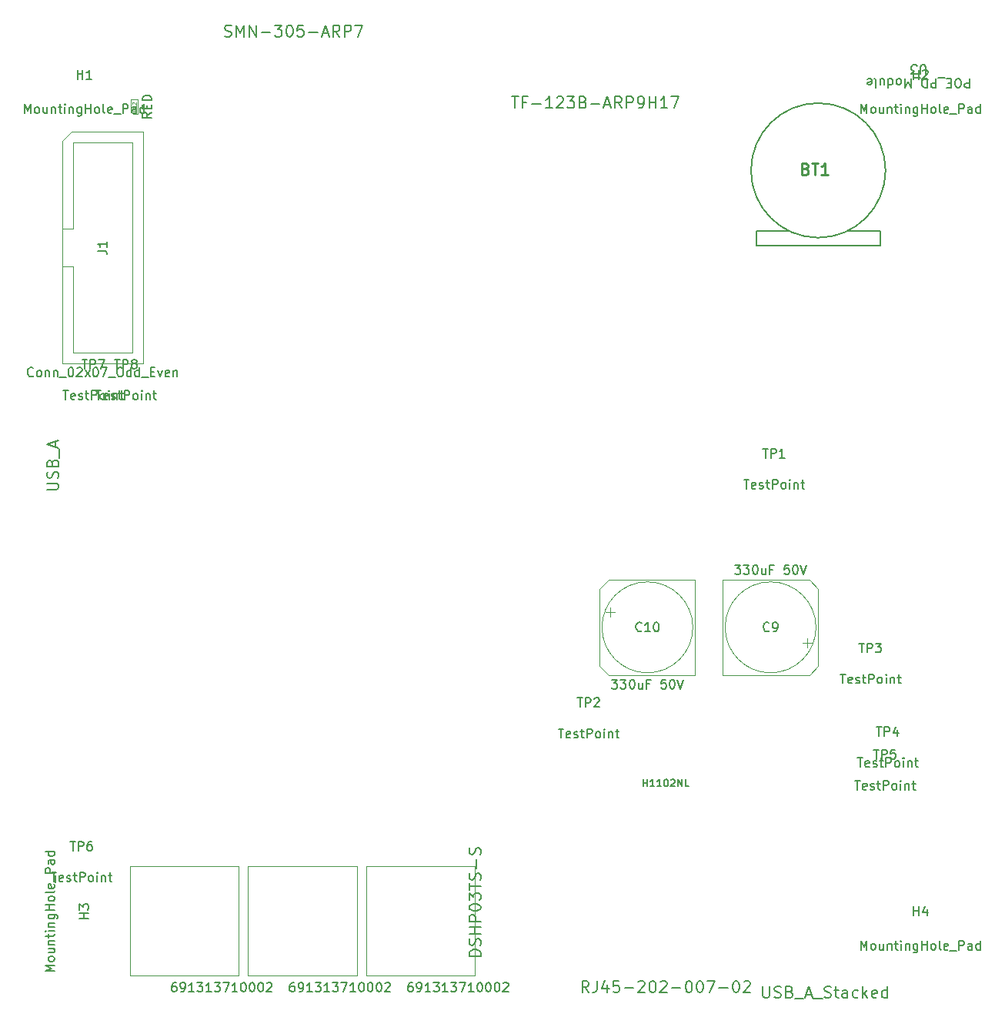
<source format=gbr>
%TF.GenerationSoftware,KiCad,Pcbnew,9.0.3*%
%TF.CreationDate,2025-10-22T18:56:13+03:00*%
%TF.ProjectId,ThingsGate-1,5468696e-6773-4476-9174-652d312e6b69,rev?*%
%TF.SameCoordinates,Original*%
%TF.FileFunction,AssemblyDrawing,Top*%
%FSLAX46Y46*%
G04 Gerber Fmt 4.6, Leading zero omitted, Abs format (unit mm)*
G04 Created by KiCad (PCBNEW 9.0.3) date 2025-10-22 18:56:13*
%MOMM*%
%LPD*%
G01*
G04 APERTURE LIST*
%ADD10C,0.150000*%
%ADD11C,0.254000*%
%ADD12C,0.060000*%
%ADD13C,0.100000*%
%ADD14C,0.200000*%
G04 APERTURE END LIST*
D10*
X113419047Y-16415180D02*
X113419047Y-17415180D01*
X113419047Y-17415180D02*
X113038095Y-17415180D01*
X113038095Y-17415180D02*
X112942857Y-17367561D01*
X112942857Y-17367561D02*
X112895238Y-17319942D01*
X112895238Y-17319942D02*
X112847619Y-17224704D01*
X112847619Y-17224704D02*
X112847619Y-17081847D01*
X112847619Y-17081847D02*
X112895238Y-16986609D01*
X112895238Y-16986609D02*
X112942857Y-16938990D01*
X112942857Y-16938990D02*
X113038095Y-16891371D01*
X113038095Y-16891371D02*
X113419047Y-16891371D01*
X112228571Y-17415180D02*
X112038095Y-17415180D01*
X112038095Y-17415180D02*
X111942857Y-17367561D01*
X111942857Y-17367561D02*
X111847619Y-17272323D01*
X111847619Y-17272323D02*
X111800000Y-17081847D01*
X111800000Y-17081847D02*
X111800000Y-16748514D01*
X111800000Y-16748514D02*
X111847619Y-16558038D01*
X111847619Y-16558038D02*
X111942857Y-16462800D01*
X111942857Y-16462800D02*
X112038095Y-16415180D01*
X112038095Y-16415180D02*
X112228571Y-16415180D01*
X112228571Y-16415180D02*
X112323809Y-16462800D01*
X112323809Y-16462800D02*
X112419047Y-16558038D01*
X112419047Y-16558038D02*
X112466666Y-16748514D01*
X112466666Y-16748514D02*
X112466666Y-17081847D01*
X112466666Y-17081847D02*
X112419047Y-17272323D01*
X112419047Y-17272323D02*
X112323809Y-17367561D01*
X112323809Y-17367561D02*
X112228571Y-17415180D01*
X111371428Y-16938990D02*
X111038095Y-16938990D01*
X110895238Y-16415180D02*
X111371428Y-16415180D01*
X111371428Y-16415180D02*
X111371428Y-17415180D01*
X111371428Y-17415180D02*
X110895238Y-17415180D01*
X110704762Y-16319942D02*
X109942857Y-16319942D01*
X109704761Y-16415180D02*
X109704761Y-17415180D01*
X109704761Y-17415180D02*
X109323809Y-17415180D01*
X109323809Y-17415180D02*
X109228571Y-17367561D01*
X109228571Y-17367561D02*
X109180952Y-17319942D01*
X109180952Y-17319942D02*
X109133333Y-17224704D01*
X109133333Y-17224704D02*
X109133333Y-17081847D01*
X109133333Y-17081847D02*
X109180952Y-16986609D01*
X109180952Y-16986609D02*
X109228571Y-16938990D01*
X109228571Y-16938990D02*
X109323809Y-16891371D01*
X109323809Y-16891371D02*
X109704761Y-16891371D01*
X108704761Y-16415180D02*
X108704761Y-17415180D01*
X108704761Y-17415180D02*
X108466666Y-17415180D01*
X108466666Y-17415180D02*
X108323809Y-17367561D01*
X108323809Y-17367561D02*
X108228571Y-17272323D01*
X108228571Y-17272323D02*
X108180952Y-17177085D01*
X108180952Y-17177085D02*
X108133333Y-16986609D01*
X108133333Y-16986609D02*
X108133333Y-16843752D01*
X108133333Y-16843752D02*
X108180952Y-16653276D01*
X108180952Y-16653276D02*
X108228571Y-16558038D01*
X108228571Y-16558038D02*
X108323809Y-16462800D01*
X108323809Y-16462800D02*
X108466666Y-16415180D01*
X108466666Y-16415180D02*
X108704761Y-16415180D01*
X107942857Y-16319942D02*
X107180952Y-16319942D01*
X106942856Y-16415180D02*
X106942856Y-17415180D01*
X106942856Y-17415180D02*
X106609523Y-16700895D01*
X106609523Y-16700895D02*
X106276190Y-17415180D01*
X106276190Y-17415180D02*
X106276190Y-16415180D01*
X105657142Y-16415180D02*
X105752380Y-16462800D01*
X105752380Y-16462800D02*
X105799999Y-16510419D01*
X105799999Y-16510419D02*
X105847618Y-16605657D01*
X105847618Y-16605657D02*
X105847618Y-16891371D01*
X105847618Y-16891371D02*
X105799999Y-16986609D01*
X105799999Y-16986609D02*
X105752380Y-17034228D01*
X105752380Y-17034228D02*
X105657142Y-17081847D01*
X105657142Y-17081847D02*
X105514285Y-17081847D01*
X105514285Y-17081847D02*
X105419047Y-17034228D01*
X105419047Y-17034228D02*
X105371428Y-16986609D01*
X105371428Y-16986609D02*
X105323809Y-16891371D01*
X105323809Y-16891371D02*
X105323809Y-16605657D01*
X105323809Y-16605657D02*
X105371428Y-16510419D01*
X105371428Y-16510419D02*
X105419047Y-16462800D01*
X105419047Y-16462800D02*
X105514285Y-16415180D01*
X105514285Y-16415180D02*
X105657142Y-16415180D01*
X104466666Y-16415180D02*
X104466666Y-17415180D01*
X104466666Y-16462800D02*
X104561904Y-16415180D01*
X104561904Y-16415180D02*
X104752380Y-16415180D01*
X104752380Y-16415180D02*
X104847618Y-16462800D01*
X104847618Y-16462800D02*
X104895237Y-16510419D01*
X104895237Y-16510419D02*
X104942856Y-16605657D01*
X104942856Y-16605657D02*
X104942856Y-16891371D01*
X104942856Y-16891371D02*
X104895237Y-16986609D01*
X104895237Y-16986609D02*
X104847618Y-17034228D01*
X104847618Y-17034228D02*
X104752380Y-17081847D01*
X104752380Y-17081847D02*
X104561904Y-17081847D01*
X104561904Y-17081847D02*
X104466666Y-17034228D01*
X103561904Y-17081847D02*
X103561904Y-16415180D01*
X103990475Y-17081847D02*
X103990475Y-16558038D01*
X103990475Y-16558038D02*
X103942856Y-16462800D01*
X103942856Y-16462800D02*
X103847618Y-16415180D01*
X103847618Y-16415180D02*
X103704761Y-16415180D01*
X103704761Y-16415180D02*
X103609523Y-16462800D01*
X103609523Y-16462800D02*
X103561904Y-16510419D01*
X102942856Y-16415180D02*
X103038094Y-16462800D01*
X103038094Y-16462800D02*
X103085713Y-16558038D01*
X103085713Y-16558038D02*
X103085713Y-17415180D01*
X102180951Y-16462800D02*
X102276189Y-16415180D01*
X102276189Y-16415180D02*
X102466665Y-16415180D01*
X102466665Y-16415180D02*
X102561903Y-16462800D01*
X102561903Y-16462800D02*
X102609522Y-16558038D01*
X102609522Y-16558038D02*
X102609522Y-16938990D01*
X102609522Y-16938990D02*
X102561903Y-17034228D01*
X102561903Y-17034228D02*
X102466665Y-17081847D01*
X102466665Y-17081847D02*
X102276189Y-17081847D01*
X102276189Y-17081847D02*
X102180951Y-17034228D01*
X102180951Y-17034228D02*
X102133332Y-16938990D01*
X102133332Y-16938990D02*
X102133332Y-16843752D01*
X102133332Y-16843752D02*
X102609522Y-16748514D01*
X108561904Y-15915180D02*
X108561904Y-15105657D01*
X108561904Y-15105657D02*
X108514285Y-15010419D01*
X108514285Y-15010419D02*
X108466666Y-14962800D01*
X108466666Y-14962800D02*
X108371428Y-14915180D01*
X108371428Y-14915180D02*
X108180952Y-14915180D01*
X108180952Y-14915180D02*
X108085714Y-14962800D01*
X108085714Y-14962800D02*
X108038095Y-15010419D01*
X108038095Y-15010419D02*
X107990476Y-15105657D01*
X107990476Y-15105657D02*
X107990476Y-15915180D01*
X107609523Y-15915180D02*
X106990476Y-15915180D01*
X106990476Y-15915180D02*
X107323809Y-15534228D01*
X107323809Y-15534228D02*
X107180952Y-15534228D01*
X107180952Y-15534228D02*
X107085714Y-15486609D01*
X107085714Y-15486609D02*
X107038095Y-15438990D01*
X107038095Y-15438990D02*
X106990476Y-15343752D01*
X106990476Y-15343752D02*
X106990476Y-15105657D01*
X106990476Y-15105657D02*
X107038095Y-15010419D01*
X107038095Y-15010419D02*
X107085714Y-14962800D01*
X107085714Y-14962800D02*
X107180952Y-14915180D01*
X107180952Y-14915180D02*
X107466666Y-14915180D01*
X107466666Y-14915180D02*
X107561904Y-14962800D01*
X107561904Y-14962800D02*
X107609523Y-15010419D01*
X100766666Y-93604819D02*
X101338094Y-93604819D01*
X101052380Y-94604819D02*
X101052380Y-93604819D01*
X102052380Y-94557200D02*
X101957142Y-94604819D01*
X101957142Y-94604819D02*
X101766666Y-94604819D01*
X101766666Y-94604819D02*
X101671428Y-94557200D01*
X101671428Y-94557200D02*
X101623809Y-94461961D01*
X101623809Y-94461961D02*
X101623809Y-94081009D01*
X101623809Y-94081009D02*
X101671428Y-93985771D01*
X101671428Y-93985771D02*
X101766666Y-93938152D01*
X101766666Y-93938152D02*
X101957142Y-93938152D01*
X101957142Y-93938152D02*
X102052380Y-93985771D01*
X102052380Y-93985771D02*
X102099999Y-94081009D01*
X102099999Y-94081009D02*
X102099999Y-94176247D01*
X102099999Y-94176247D02*
X101623809Y-94271485D01*
X102480952Y-94557200D02*
X102576190Y-94604819D01*
X102576190Y-94604819D02*
X102766666Y-94604819D01*
X102766666Y-94604819D02*
X102861904Y-94557200D01*
X102861904Y-94557200D02*
X102909523Y-94461961D01*
X102909523Y-94461961D02*
X102909523Y-94414342D01*
X102909523Y-94414342D02*
X102861904Y-94319104D01*
X102861904Y-94319104D02*
X102766666Y-94271485D01*
X102766666Y-94271485D02*
X102623809Y-94271485D01*
X102623809Y-94271485D02*
X102528571Y-94223866D01*
X102528571Y-94223866D02*
X102480952Y-94128628D01*
X102480952Y-94128628D02*
X102480952Y-94081009D01*
X102480952Y-94081009D02*
X102528571Y-93985771D01*
X102528571Y-93985771D02*
X102623809Y-93938152D01*
X102623809Y-93938152D02*
X102766666Y-93938152D01*
X102766666Y-93938152D02*
X102861904Y-93985771D01*
X103195238Y-93938152D02*
X103576190Y-93938152D01*
X103338095Y-93604819D02*
X103338095Y-94461961D01*
X103338095Y-94461961D02*
X103385714Y-94557200D01*
X103385714Y-94557200D02*
X103480952Y-94604819D01*
X103480952Y-94604819D02*
X103576190Y-94604819D01*
X103909524Y-94604819D02*
X103909524Y-93604819D01*
X103909524Y-93604819D02*
X104290476Y-93604819D01*
X104290476Y-93604819D02*
X104385714Y-93652438D01*
X104385714Y-93652438D02*
X104433333Y-93700057D01*
X104433333Y-93700057D02*
X104480952Y-93795295D01*
X104480952Y-93795295D02*
X104480952Y-93938152D01*
X104480952Y-93938152D02*
X104433333Y-94033390D01*
X104433333Y-94033390D02*
X104385714Y-94081009D01*
X104385714Y-94081009D02*
X104290476Y-94128628D01*
X104290476Y-94128628D02*
X103909524Y-94128628D01*
X105052381Y-94604819D02*
X104957143Y-94557200D01*
X104957143Y-94557200D02*
X104909524Y-94509580D01*
X104909524Y-94509580D02*
X104861905Y-94414342D01*
X104861905Y-94414342D02*
X104861905Y-94128628D01*
X104861905Y-94128628D02*
X104909524Y-94033390D01*
X104909524Y-94033390D02*
X104957143Y-93985771D01*
X104957143Y-93985771D02*
X105052381Y-93938152D01*
X105052381Y-93938152D02*
X105195238Y-93938152D01*
X105195238Y-93938152D02*
X105290476Y-93985771D01*
X105290476Y-93985771D02*
X105338095Y-94033390D01*
X105338095Y-94033390D02*
X105385714Y-94128628D01*
X105385714Y-94128628D02*
X105385714Y-94414342D01*
X105385714Y-94414342D02*
X105338095Y-94509580D01*
X105338095Y-94509580D02*
X105290476Y-94557200D01*
X105290476Y-94557200D02*
X105195238Y-94604819D01*
X105195238Y-94604819D02*
X105052381Y-94604819D01*
X105814286Y-94604819D02*
X105814286Y-93938152D01*
X105814286Y-93604819D02*
X105766667Y-93652438D01*
X105766667Y-93652438D02*
X105814286Y-93700057D01*
X105814286Y-93700057D02*
X105861905Y-93652438D01*
X105861905Y-93652438D02*
X105814286Y-93604819D01*
X105814286Y-93604819D02*
X105814286Y-93700057D01*
X106290476Y-93938152D02*
X106290476Y-94604819D01*
X106290476Y-94033390D02*
X106338095Y-93985771D01*
X106338095Y-93985771D02*
X106433333Y-93938152D01*
X106433333Y-93938152D02*
X106576190Y-93938152D01*
X106576190Y-93938152D02*
X106671428Y-93985771D01*
X106671428Y-93985771D02*
X106719047Y-94081009D01*
X106719047Y-94081009D02*
X106719047Y-94604819D01*
X107052381Y-93938152D02*
X107433333Y-93938152D01*
X107195238Y-93604819D02*
X107195238Y-94461961D01*
X107195238Y-94461961D02*
X107242857Y-94557200D01*
X107242857Y-94557200D02*
X107338095Y-94604819D01*
X107338095Y-94604819D02*
X107433333Y-94604819D01*
X102838095Y-90204819D02*
X103409523Y-90204819D01*
X103123809Y-91204819D02*
X103123809Y-90204819D01*
X103742857Y-91204819D02*
X103742857Y-90204819D01*
X103742857Y-90204819D02*
X104123809Y-90204819D01*
X104123809Y-90204819D02*
X104219047Y-90252438D01*
X104219047Y-90252438D02*
X104266666Y-90300057D01*
X104266666Y-90300057D02*
X104314285Y-90395295D01*
X104314285Y-90395295D02*
X104314285Y-90538152D01*
X104314285Y-90538152D02*
X104266666Y-90633390D01*
X104266666Y-90633390D02*
X104219047Y-90681009D01*
X104219047Y-90681009D02*
X104123809Y-90728628D01*
X104123809Y-90728628D02*
X103742857Y-90728628D01*
X105219047Y-90204819D02*
X104742857Y-90204819D01*
X104742857Y-90204819D02*
X104695238Y-90681009D01*
X104695238Y-90681009D02*
X104742857Y-90633390D01*
X104742857Y-90633390D02*
X104838095Y-90585771D01*
X104838095Y-90585771D02*
X105076190Y-90585771D01*
X105076190Y-90585771D02*
X105171428Y-90633390D01*
X105171428Y-90633390D02*
X105219047Y-90681009D01*
X105219047Y-90681009D02*
X105266666Y-90776247D01*
X105266666Y-90776247D02*
X105266666Y-91014342D01*
X105266666Y-91014342D02*
X105219047Y-91109580D01*
X105219047Y-91109580D02*
X105171428Y-91157200D01*
X105171428Y-91157200D02*
X105076190Y-91204819D01*
X105076190Y-91204819D02*
X104838095Y-91204819D01*
X104838095Y-91204819D02*
X104742857Y-91157200D01*
X104742857Y-91157200D02*
X104695238Y-91109580D01*
X12366666Y-103704819D02*
X12938094Y-103704819D01*
X12652380Y-104704819D02*
X12652380Y-103704819D01*
X13652380Y-104657200D02*
X13557142Y-104704819D01*
X13557142Y-104704819D02*
X13366666Y-104704819D01*
X13366666Y-104704819D02*
X13271428Y-104657200D01*
X13271428Y-104657200D02*
X13223809Y-104561961D01*
X13223809Y-104561961D02*
X13223809Y-104181009D01*
X13223809Y-104181009D02*
X13271428Y-104085771D01*
X13271428Y-104085771D02*
X13366666Y-104038152D01*
X13366666Y-104038152D02*
X13557142Y-104038152D01*
X13557142Y-104038152D02*
X13652380Y-104085771D01*
X13652380Y-104085771D02*
X13699999Y-104181009D01*
X13699999Y-104181009D02*
X13699999Y-104276247D01*
X13699999Y-104276247D02*
X13223809Y-104371485D01*
X14080952Y-104657200D02*
X14176190Y-104704819D01*
X14176190Y-104704819D02*
X14366666Y-104704819D01*
X14366666Y-104704819D02*
X14461904Y-104657200D01*
X14461904Y-104657200D02*
X14509523Y-104561961D01*
X14509523Y-104561961D02*
X14509523Y-104514342D01*
X14509523Y-104514342D02*
X14461904Y-104419104D01*
X14461904Y-104419104D02*
X14366666Y-104371485D01*
X14366666Y-104371485D02*
X14223809Y-104371485D01*
X14223809Y-104371485D02*
X14128571Y-104323866D01*
X14128571Y-104323866D02*
X14080952Y-104228628D01*
X14080952Y-104228628D02*
X14080952Y-104181009D01*
X14080952Y-104181009D02*
X14128571Y-104085771D01*
X14128571Y-104085771D02*
X14223809Y-104038152D01*
X14223809Y-104038152D02*
X14366666Y-104038152D01*
X14366666Y-104038152D02*
X14461904Y-104085771D01*
X14795238Y-104038152D02*
X15176190Y-104038152D01*
X14938095Y-103704819D02*
X14938095Y-104561961D01*
X14938095Y-104561961D02*
X14985714Y-104657200D01*
X14985714Y-104657200D02*
X15080952Y-104704819D01*
X15080952Y-104704819D02*
X15176190Y-104704819D01*
X15509524Y-104704819D02*
X15509524Y-103704819D01*
X15509524Y-103704819D02*
X15890476Y-103704819D01*
X15890476Y-103704819D02*
X15985714Y-103752438D01*
X15985714Y-103752438D02*
X16033333Y-103800057D01*
X16033333Y-103800057D02*
X16080952Y-103895295D01*
X16080952Y-103895295D02*
X16080952Y-104038152D01*
X16080952Y-104038152D02*
X16033333Y-104133390D01*
X16033333Y-104133390D02*
X15985714Y-104181009D01*
X15985714Y-104181009D02*
X15890476Y-104228628D01*
X15890476Y-104228628D02*
X15509524Y-104228628D01*
X16652381Y-104704819D02*
X16557143Y-104657200D01*
X16557143Y-104657200D02*
X16509524Y-104609580D01*
X16509524Y-104609580D02*
X16461905Y-104514342D01*
X16461905Y-104514342D02*
X16461905Y-104228628D01*
X16461905Y-104228628D02*
X16509524Y-104133390D01*
X16509524Y-104133390D02*
X16557143Y-104085771D01*
X16557143Y-104085771D02*
X16652381Y-104038152D01*
X16652381Y-104038152D02*
X16795238Y-104038152D01*
X16795238Y-104038152D02*
X16890476Y-104085771D01*
X16890476Y-104085771D02*
X16938095Y-104133390D01*
X16938095Y-104133390D02*
X16985714Y-104228628D01*
X16985714Y-104228628D02*
X16985714Y-104514342D01*
X16985714Y-104514342D02*
X16938095Y-104609580D01*
X16938095Y-104609580D02*
X16890476Y-104657200D01*
X16890476Y-104657200D02*
X16795238Y-104704819D01*
X16795238Y-104704819D02*
X16652381Y-104704819D01*
X17414286Y-104704819D02*
X17414286Y-104038152D01*
X17414286Y-103704819D02*
X17366667Y-103752438D01*
X17366667Y-103752438D02*
X17414286Y-103800057D01*
X17414286Y-103800057D02*
X17461905Y-103752438D01*
X17461905Y-103752438D02*
X17414286Y-103704819D01*
X17414286Y-103704819D02*
X17414286Y-103800057D01*
X17890476Y-104038152D02*
X17890476Y-104704819D01*
X17890476Y-104133390D02*
X17938095Y-104085771D01*
X17938095Y-104085771D02*
X18033333Y-104038152D01*
X18033333Y-104038152D02*
X18176190Y-104038152D01*
X18176190Y-104038152D02*
X18271428Y-104085771D01*
X18271428Y-104085771D02*
X18319047Y-104181009D01*
X18319047Y-104181009D02*
X18319047Y-104704819D01*
X18652381Y-104038152D02*
X19033333Y-104038152D01*
X18795238Y-103704819D02*
X18795238Y-104561961D01*
X18795238Y-104561961D02*
X18842857Y-104657200D01*
X18842857Y-104657200D02*
X18938095Y-104704819D01*
X18938095Y-104704819D02*
X19033333Y-104704819D01*
X14438095Y-100304819D02*
X15009523Y-100304819D01*
X14723809Y-101304819D02*
X14723809Y-100304819D01*
X15342857Y-101304819D02*
X15342857Y-100304819D01*
X15342857Y-100304819D02*
X15723809Y-100304819D01*
X15723809Y-100304819D02*
X15819047Y-100352438D01*
X15819047Y-100352438D02*
X15866666Y-100400057D01*
X15866666Y-100400057D02*
X15914285Y-100495295D01*
X15914285Y-100495295D02*
X15914285Y-100638152D01*
X15914285Y-100638152D02*
X15866666Y-100733390D01*
X15866666Y-100733390D02*
X15819047Y-100781009D01*
X15819047Y-100781009D02*
X15723809Y-100828628D01*
X15723809Y-100828628D02*
X15342857Y-100828628D01*
X16771428Y-100304819D02*
X16580952Y-100304819D01*
X16580952Y-100304819D02*
X16485714Y-100352438D01*
X16485714Y-100352438D02*
X16438095Y-100400057D01*
X16438095Y-100400057D02*
X16342857Y-100542914D01*
X16342857Y-100542914D02*
X16295238Y-100733390D01*
X16295238Y-100733390D02*
X16295238Y-101114342D01*
X16295238Y-101114342D02*
X16342857Y-101209580D01*
X16342857Y-101209580D02*
X16390476Y-101257200D01*
X16390476Y-101257200D02*
X16485714Y-101304819D01*
X16485714Y-101304819D02*
X16676190Y-101304819D01*
X16676190Y-101304819D02*
X16771428Y-101257200D01*
X16771428Y-101257200D02*
X16819047Y-101209580D01*
X16819047Y-101209580D02*
X16866666Y-101114342D01*
X16866666Y-101114342D02*
X16866666Y-100876247D01*
X16866666Y-100876247D02*
X16819047Y-100781009D01*
X16819047Y-100781009D02*
X16771428Y-100733390D01*
X16771428Y-100733390D02*
X16676190Y-100685771D01*
X16676190Y-100685771D02*
X16485714Y-100685771D01*
X16485714Y-100685771D02*
X16390476Y-100733390D01*
X16390476Y-100733390D02*
X16342857Y-100781009D01*
X16342857Y-100781009D02*
X16295238Y-100876247D01*
X68166666Y-87904819D02*
X68738094Y-87904819D01*
X68452380Y-88904819D02*
X68452380Y-87904819D01*
X69452380Y-88857200D02*
X69357142Y-88904819D01*
X69357142Y-88904819D02*
X69166666Y-88904819D01*
X69166666Y-88904819D02*
X69071428Y-88857200D01*
X69071428Y-88857200D02*
X69023809Y-88761961D01*
X69023809Y-88761961D02*
X69023809Y-88381009D01*
X69023809Y-88381009D02*
X69071428Y-88285771D01*
X69071428Y-88285771D02*
X69166666Y-88238152D01*
X69166666Y-88238152D02*
X69357142Y-88238152D01*
X69357142Y-88238152D02*
X69452380Y-88285771D01*
X69452380Y-88285771D02*
X69499999Y-88381009D01*
X69499999Y-88381009D02*
X69499999Y-88476247D01*
X69499999Y-88476247D02*
X69023809Y-88571485D01*
X69880952Y-88857200D02*
X69976190Y-88904819D01*
X69976190Y-88904819D02*
X70166666Y-88904819D01*
X70166666Y-88904819D02*
X70261904Y-88857200D01*
X70261904Y-88857200D02*
X70309523Y-88761961D01*
X70309523Y-88761961D02*
X70309523Y-88714342D01*
X70309523Y-88714342D02*
X70261904Y-88619104D01*
X70261904Y-88619104D02*
X70166666Y-88571485D01*
X70166666Y-88571485D02*
X70023809Y-88571485D01*
X70023809Y-88571485D02*
X69928571Y-88523866D01*
X69928571Y-88523866D02*
X69880952Y-88428628D01*
X69880952Y-88428628D02*
X69880952Y-88381009D01*
X69880952Y-88381009D02*
X69928571Y-88285771D01*
X69928571Y-88285771D02*
X70023809Y-88238152D01*
X70023809Y-88238152D02*
X70166666Y-88238152D01*
X70166666Y-88238152D02*
X70261904Y-88285771D01*
X70595238Y-88238152D02*
X70976190Y-88238152D01*
X70738095Y-87904819D02*
X70738095Y-88761961D01*
X70738095Y-88761961D02*
X70785714Y-88857200D01*
X70785714Y-88857200D02*
X70880952Y-88904819D01*
X70880952Y-88904819D02*
X70976190Y-88904819D01*
X71309524Y-88904819D02*
X71309524Y-87904819D01*
X71309524Y-87904819D02*
X71690476Y-87904819D01*
X71690476Y-87904819D02*
X71785714Y-87952438D01*
X71785714Y-87952438D02*
X71833333Y-88000057D01*
X71833333Y-88000057D02*
X71880952Y-88095295D01*
X71880952Y-88095295D02*
X71880952Y-88238152D01*
X71880952Y-88238152D02*
X71833333Y-88333390D01*
X71833333Y-88333390D02*
X71785714Y-88381009D01*
X71785714Y-88381009D02*
X71690476Y-88428628D01*
X71690476Y-88428628D02*
X71309524Y-88428628D01*
X72452381Y-88904819D02*
X72357143Y-88857200D01*
X72357143Y-88857200D02*
X72309524Y-88809580D01*
X72309524Y-88809580D02*
X72261905Y-88714342D01*
X72261905Y-88714342D02*
X72261905Y-88428628D01*
X72261905Y-88428628D02*
X72309524Y-88333390D01*
X72309524Y-88333390D02*
X72357143Y-88285771D01*
X72357143Y-88285771D02*
X72452381Y-88238152D01*
X72452381Y-88238152D02*
X72595238Y-88238152D01*
X72595238Y-88238152D02*
X72690476Y-88285771D01*
X72690476Y-88285771D02*
X72738095Y-88333390D01*
X72738095Y-88333390D02*
X72785714Y-88428628D01*
X72785714Y-88428628D02*
X72785714Y-88714342D01*
X72785714Y-88714342D02*
X72738095Y-88809580D01*
X72738095Y-88809580D02*
X72690476Y-88857200D01*
X72690476Y-88857200D02*
X72595238Y-88904819D01*
X72595238Y-88904819D02*
X72452381Y-88904819D01*
X73214286Y-88904819D02*
X73214286Y-88238152D01*
X73214286Y-87904819D02*
X73166667Y-87952438D01*
X73166667Y-87952438D02*
X73214286Y-88000057D01*
X73214286Y-88000057D02*
X73261905Y-87952438D01*
X73261905Y-87952438D02*
X73214286Y-87904819D01*
X73214286Y-87904819D02*
X73214286Y-88000057D01*
X73690476Y-88238152D02*
X73690476Y-88904819D01*
X73690476Y-88333390D02*
X73738095Y-88285771D01*
X73738095Y-88285771D02*
X73833333Y-88238152D01*
X73833333Y-88238152D02*
X73976190Y-88238152D01*
X73976190Y-88238152D02*
X74071428Y-88285771D01*
X74071428Y-88285771D02*
X74119047Y-88381009D01*
X74119047Y-88381009D02*
X74119047Y-88904819D01*
X74452381Y-88238152D02*
X74833333Y-88238152D01*
X74595238Y-87904819D02*
X74595238Y-88761961D01*
X74595238Y-88761961D02*
X74642857Y-88857200D01*
X74642857Y-88857200D02*
X74738095Y-88904819D01*
X74738095Y-88904819D02*
X74833333Y-88904819D01*
X70238095Y-84504819D02*
X70809523Y-84504819D01*
X70523809Y-85504819D02*
X70523809Y-84504819D01*
X71142857Y-85504819D02*
X71142857Y-84504819D01*
X71142857Y-84504819D02*
X71523809Y-84504819D01*
X71523809Y-84504819D02*
X71619047Y-84552438D01*
X71619047Y-84552438D02*
X71666666Y-84600057D01*
X71666666Y-84600057D02*
X71714285Y-84695295D01*
X71714285Y-84695295D02*
X71714285Y-84838152D01*
X71714285Y-84838152D02*
X71666666Y-84933390D01*
X71666666Y-84933390D02*
X71619047Y-84981009D01*
X71619047Y-84981009D02*
X71523809Y-85028628D01*
X71523809Y-85028628D02*
X71142857Y-85028628D01*
X72095238Y-84600057D02*
X72142857Y-84552438D01*
X72142857Y-84552438D02*
X72238095Y-84504819D01*
X72238095Y-84504819D02*
X72476190Y-84504819D01*
X72476190Y-84504819D02*
X72571428Y-84552438D01*
X72571428Y-84552438D02*
X72619047Y-84600057D01*
X72619047Y-84600057D02*
X72666666Y-84695295D01*
X72666666Y-84695295D02*
X72666666Y-84790533D01*
X72666666Y-84790533D02*
X72619047Y-84933390D01*
X72619047Y-84933390D02*
X72047619Y-85504819D01*
X72047619Y-85504819D02*
X72666666Y-85504819D01*
X87571428Y-69904819D02*
X88190475Y-69904819D01*
X88190475Y-69904819D02*
X87857142Y-70285771D01*
X87857142Y-70285771D02*
X87999999Y-70285771D01*
X87999999Y-70285771D02*
X88095237Y-70333390D01*
X88095237Y-70333390D02*
X88142856Y-70381009D01*
X88142856Y-70381009D02*
X88190475Y-70476247D01*
X88190475Y-70476247D02*
X88190475Y-70714342D01*
X88190475Y-70714342D02*
X88142856Y-70809580D01*
X88142856Y-70809580D02*
X88095237Y-70857200D01*
X88095237Y-70857200D02*
X87999999Y-70904819D01*
X87999999Y-70904819D02*
X87714285Y-70904819D01*
X87714285Y-70904819D02*
X87619047Y-70857200D01*
X87619047Y-70857200D02*
X87571428Y-70809580D01*
X88523809Y-69904819D02*
X89142856Y-69904819D01*
X89142856Y-69904819D02*
X88809523Y-70285771D01*
X88809523Y-70285771D02*
X88952380Y-70285771D01*
X88952380Y-70285771D02*
X89047618Y-70333390D01*
X89047618Y-70333390D02*
X89095237Y-70381009D01*
X89095237Y-70381009D02*
X89142856Y-70476247D01*
X89142856Y-70476247D02*
X89142856Y-70714342D01*
X89142856Y-70714342D02*
X89095237Y-70809580D01*
X89095237Y-70809580D02*
X89047618Y-70857200D01*
X89047618Y-70857200D02*
X88952380Y-70904819D01*
X88952380Y-70904819D02*
X88666666Y-70904819D01*
X88666666Y-70904819D02*
X88571428Y-70857200D01*
X88571428Y-70857200D02*
X88523809Y-70809580D01*
X89761904Y-69904819D02*
X89857142Y-69904819D01*
X89857142Y-69904819D02*
X89952380Y-69952438D01*
X89952380Y-69952438D02*
X89999999Y-70000057D01*
X89999999Y-70000057D02*
X90047618Y-70095295D01*
X90047618Y-70095295D02*
X90095237Y-70285771D01*
X90095237Y-70285771D02*
X90095237Y-70523866D01*
X90095237Y-70523866D02*
X90047618Y-70714342D01*
X90047618Y-70714342D02*
X89999999Y-70809580D01*
X89999999Y-70809580D02*
X89952380Y-70857200D01*
X89952380Y-70857200D02*
X89857142Y-70904819D01*
X89857142Y-70904819D02*
X89761904Y-70904819D01*
X89761904Y-70904819D02*
X89666666Y-70857200D01*
X89666666Y-70857200D02*
X89619047Y-70809580D01*
X89619047Y-70809580D02*
X89571428Y-70714342D01*
X89571428Y-70714342D02*
X89523809Y-70523866D01*
X89523809Y-70523866D02*
X89523809Y-70285771D01*
X89523809Y-70285771D02*
X89571428Y-70095295D01*
X89571428Y-70095295D02*
X89619047Y-70000057D01*
X89619047Y-70000057D02*
X89666666Y-69952438D01*
X89666666Y-69952438D02*
X89761904Y-69904819D01*
X90952380Y-70238152D02*
X90952380Y-70904819D01*
X90523809Y-70238152D02*
X90523809Y-70761961D01*
X90523809Y-70761961D02*
X90571428Y-70857200D01*
X90571428Y-70857200D02*
X90666666Y-70904819D01*
X90666666Y-70904819D02*
X90809523Y-70904819D01*
X90809523Y-70904819D02*
X90904761Y-70857200D01*
X90904761Y-70857200D02*
X90952380Y-70809580D01*
X91761904Y-70381009D02*
X91428571Y-70381009D01*
X91428571Y-70904819D02*
X91428571Y-69904819D01*
X91428571Y-69904819D02*
X91904761Y-69904819D01*
X93523809Y-69904819D02*
X93047619Y-69904819D01*
X93047619Y-69904819D02*
X93000000Y-70381009D01*
X93000000Y-70381009D02*
X93047619Y-70333390D01*
X93047619Y-70333390D02*
X93142857Y-70285771D01*
X93142857Y-70285771D02*
X93380952Y-70285771D01*
X93380952Y-70285771D02*
X93476190Y-70333390D01*
X93476190Y-70333390D02*
X93523809Y-70381009D01*
X93523809Y-70381009D02*
X93571428Y-70476247D01*
X93571428Y-70476247D02*
X93571428Y-70714342D01*
X93571428Y-70714342D02*
X93523809Y-70809580D01*
X93523809Y-70809580D02*
X93476190Y-70857200D01*
X93476190Y-70857200D02*
X93380952Y-70904819D01*
X93380952Y-70904819D02*
X93142857Y-70904819D01*
X93142857Y-70904819D02*
X93047619Y-70857200D01*
X93047619Y-70857200D02*
X93000000Y-70809580D01*
X94190476Y-69904819D02*
X94285714Y-69904819D01*
X94285714Y-69904819D02*
X94380952Y-69952438D01*
X94380952Y-69952438D02*
X94428571Y-70000057D01*
X94428571Y-70000057D02*
X94476190Y-70095295D01*
X94476190Y-70095295D02*
X94523809Y-70285771D01*
X94523809Y-70285771D02*
X94523809Y-70523866D01*
X94523809Y-70523866D02*
X94476190Y-70714342D01*
X94476190Y-70714342D02*
X94428571Y-70809580D01*
X94428571Y-70809580D02*
X94380952Y-70857200D01*
X94380952Y-70857200D02*
X94285714Y-70904819D01*
X94285714Y-70904819D02*
X94190476Y-70904819D01*
X94190476Y-70904819D02*
X94095238Y-70857200D01*
X94095238Y-70857200D02*
X94047619Y-70809580D01*
X94047619Y-70809580D02*
X94000000Y-70714342D01*
X94000000Y-70714342D02*
X93952381Y-70523866D01*
X93952381Y-70523866D02*
X93952381Y-70285771D01*
X93952381Y-70285771D02*
X94000000Y-70095295D01*
X94000000Y-70095295D02*
X94047619Y-70000057D01*
X94047619Y-70000057D02*
X94095238Y-69952438D01*
X94095238Y-69952438D02*
X94190476Y-69904819D01*
X94809524Y-69904819D02*
X95142857Y-70904819D01*
X95142857Y-70904819D02*
X95476190Y-69904819D01*
X91333333Y-77109580D02*
X91285714Y-77157200D01*
X91285714Y-77157200D02*
X91142857Y-77204819D01*
X91142857Y-77204819D02*
X91047619Y-77204819D01*
X91047619Y-77204819D02*
X90904762Y-77157200D01*
X90904762Y-77157200D02*
X90809524Y-77061961D01*
X90809524Y-77061961D02*
X90761905Y-76966723D01*
X90761905Y-76966723D02*
X90714286Y-76776247D01*
X90714286Y-76776247D02*
X90714286Y-76633390D01*
X90714286Y-76633390D02*
X90761905Y-76442914D01*
X90761905Y-76442914D02*
X90809524Y-76347676D01*
X90809524Y-76347676D02*
X90904762Y-76252438D01*
X90904762Y-76252438D02*
X91047619Y-76204819D01*
X91047619Y-76204819D02*
X91142857Y-76204819D01*
X91142857Y-76204819D02*
X91285714Y-76252438D01*
X91285714Y-76252438D02*
X91333333Y-76300057D01*
X91809524Y-77204819D02*
X92000000Y-77204819D01*
X92000000Y-77204819D02*
X92095238Y-77157200D01*
X92095238Y-77157200D02*
X92142857Y-77109580D01*
X92142857Y-77109580D02*
X92238095Y-76966723D01*
X92238095Y-76966723D02*
X92285714Y-76776247D01*
X92285714Y-76776247D02*
X92285714Y-76395295D01*
X92285714Y-76395295D02*
X92238095Y-76300057D01*
X92238095Y-76300057D02*
X92190476Y-76252438D01*
X92190476Y-76252438D02*
X92095238Y-76204819D01*
X92095238Y-76204819D02*
X91904762Y-76204819D01*
X91904762Y-76204819D02*
X91809524Y-76252438D01*
X91809524Y-76252438D02*
X91761905Y-76300057D01*
X91761905Y-76300057D02*
X91714286Y-76395295D01*
X91714286Y-76395295D02*
X91714286Y-76633390D01*
X91714286Y-76633390D02*
X91761905Y-76728628D01*
X91761905Y-76728628D02*
X91809524Y-76776247D01*
X91809524Y-76776247D02*
X91904762Y-76823866D01*
X91904762Y-76823866D02*
X92095238Y-76823866D01*
X92095238Y-76823866D02*
X92190476Y-76776247D01*
X92190476Y-76776247D02*
X92238095Y-76728628D01*
X92238095Y-76728628D02*
X92285714Y-76633390D01*
X63027481Y-18382326D02*
X63753195Y-18382326D01*
X63390338Y-19652326D02*
X63390338Y-18382326D01*
X64599862Y-18987088D02*
X64176528Y-18987088D01*
X64176528Y-19652326D02*
X64176528Y-18382326D01*
X64176528Y-18382326D02*
X64781290Y-18382326D01*
X65265099Y-19168516D02*
X66232719Y-19168516D01*
X67502719Y-19652326D02*
X66777004Y-19652326D01*
X67139861Y-19652326D02*
X67139861Y-18382326D01*
X67139861Y-18382326D02*
X67018909Y-18563754D01*
X67018909Y-18563754D02*
X66897957Y-18684707D01*
X66897957Y-18684707D02*
X66777004Y-18745183D01*
X67986528Y-18503278D02*
X68047004Y-18442802D01*
X68047004Y-18442802D02*
X68167957Y-18382326D01*
X68167957Y-18382326D02*
X68470338Y-18382326D01*
X68470338Y-18382326D02*
X68591290Y-18442802D01*
X68591290Y-18442802D02*
X68651766Y-18503278D01*
X68651766Y-18503278D02*
X68712243Y-18624230D01*
X68712243Y-18624230D02*
X68712243Y-18745183D01*
X68712243Y-18745183D02*
X68651766Y-18926611D01*
X68651766Y-18926611D02*
X67926052Y-19652326D01*
X67926052Y-19652326D02*
X68712243Y-19652326D01*
X69135576Y-18382326D02*
X69921767Y-18382326D01*
X69921767Y-18382326D02*
X69498433Y-18866135D01*
X69498433Y-18866135D02*
X69679862Y-18866135D01*
X69679862Y-18866135D02*
X69800814Y-18926611D01*
X69800814Y-18926611D02*
X69861290Y-18987088D01*
X69861290Y-18987088D02*
X69921767Y-19108040D01*
X69921767Y-19108040D02*
X69921767Y-19410421D01*
X69921767Y-19410421D02*
X69861290Y-19531373D01*
X69861290Y-19531373D02*
X69800814Y-19591850D01*
X69800814Y-19591850D02*
X69679862Y-19652326D01*
X69679862Y-19652326D02*
X69317005Y-19652326D01*
X69317005Y-19652326D02*
X69196052Y-19591850D01*
X69196052Y-19591850D02*
X69135576Y-19531373D01*
X70889386Y-18987088D02*
X71070814Y-19047564D01*
X71070814Y-19047564D02*
X71131291Y-19108040D01*
X71131291Y-19108040D02*
X71191767Y-19228992D01*
X71191767Y-19228992D02*
X71191767Y-19410421D01*
X71191767Y-19410421D02*
X71131291Y-19531373D01*
X71131291Y-19531373D02*
X71070814Y-19591850D01*
X71070814Y-19591850D02*
X70949862Y-19652326D01*
X70949862Y-19652326D02*
X70466052Y-19652326D01*
X70466052Y-19652326D02*
X70466052Y-18382326D01*
X70466052Y-18382326D02*
X70889386Y-18382326D01*
X70889386Y-18382326D02*
X71010338Y-18442802D01*
X71010338Y-18442802D02*
X71070814Y-18503278D01*
X71070814Y-18503278D02*
X71131291Y-18624230D01*
X71131291Y-18624230D02*
X71131291Y-18745183D01*
X71131291Y-18745183D02*
X71070814Y-18866135D01*
X71070814Y-18866135D02*
X71010338Y-18926611D01*
X71010338Y-18926611D02*
X70889386Y-18987088D01*
X70889386Y-18987088D02*
X70466052Y-18987088D01*
X71736052Y-19168516D02*
X72703672Y-19168516D01*
X73247957Y-19289469D02*
X73852719Y-19289469D01*
X73127005Y-19652326D02*
X73550338Y-18382326D01*
X73550338Y-18382326D02*
X73973672Y-19652326D01*
X75122719Y-19652326D02*
X74699385Y-19047564D01*
X74397004Y-19652326D02*
X74397004Y-18382326D01*
X74397004Y-18382326D02*
X74880814Y-18382326D01*
X74880814Y-18382326D02*
X75001766Y-18442802D01*
X75001766Y-18442802D02*
X75062243Y-18503278D01*
X75062243Y-18503278D02*
X75122719Y-18624230D01*
X75122719Y-18624230D02*
X75122719Y-18805659D01*
X75122719Y-18805659D02*
X75062243Y-18926611D01*
X75062243Y-18926611D02*
X75001766Y-18987088D01*
X75001766Y-18987088D02*
X74880814Y-19047564D01*
X74880814Y-19047564D02*
X74397004Y-19047564D01*
X75667004Y-19652326D02*
X75667004Y-18382326D01*
X75667004Y-18382326D02*
X76150814Y-18382326D01*
X76150814Y-18382326D02*
X76271766Y-18442802D01*
X76271766Y-18442802D02*
X76332243Y-18503278D01*
X76332243Y-18503278D02*
X76392719Y-18624230D01*
X76392719Y-18624230D02*
X76392719Y-18805659D01*
X76392719Y-18805659D02*
X76332243Y-18926611D01*
X76332243Y-18926611D02*
X76271766Y-18987088D01*
X76271766Y-18987088D02*
X76150814Y-19047564D01*
X76150814Y-19047564D02*
X75667004Y-19047564D01*
X76997481Y-19652326D02*
X77239385Y-19652326D01*
X77239385Y-19652326D02*
X77360338Y-19591850D01*
X77360338Y-19591850D02*
X77420814Y-19531373D01*
X77420814Y-19531373D02*
X77541766Y-19349945D01*
X77541766Y-19349945D02*
X77602243Y-19108040D01*
X77602243Y-19108040D02*
X77602243Y-18624230D01*
X77602243Y-18624230D02*
X77541766Y-18503278D01*
X77541766Y-18503278D02*
X77481290Y-18442802D01*
X77481290Y-18442802D02*
X77360338Y-18382326D01*
X77360338Y-18382326D02*
X77118433Y-18382326D01*
X77118433Y-18382326D02*
X76997481Y-18442802D01*
X76997481Y-18442802D02*
X76937004Y-18503278D01*
X76937004Y-18503278D02*
X76876528Y-18624230D01*
X76876528Y-18624230D02*
X76876528Y-18926611D01*
X76876528Y-18926611D02*
X76937004Y-19047564D01*
X76937004Y-19047564D02*
X76997481Y-19108040D01*
X76997481Y-19108040D02*
X77118433Y-19168516D01*
X77118433Y-19168516D02*
X77360338Y-19168516D01*
X77360338Y-19168516D02*
X77481290Y-19108040D01*
X77481290Y-19108040D02*
X77541766Y-19047564D01*
X77541766Y-19047564D02*
X77602243Y-18926611D01*
X78146528Y-19652326D02*
X78146528Y-18382326D01*
X78146528Y-18987088D02*
X78872243Y-18987088D01*
X78872243Y-19652326D02*
X78872243Y-18382326D01*
X80142243Y-19652326D02*
X79416528Y-19652326D01*
X79779385Y-19652326D02*
X79779385Y-18382326D01*
X79779385Y-18382326D02*
X79658433Y-18563754D01*
X79658433Y-18563754D02*
X79537481Y-18684707D01*
X79537481Y-18684707D02*
X79416528Y-18745183D01*
X80565576Y-18382326D02*
X81412243Y-18382326D01*
X81412243Y-18382326D02*
X80867957Y-19652326D01*
X74021428Y-82504819D02*
X74640475Y-82504819D01*
X74640475Y-82504819D02*
X74307142Y-82885771D01*
X74307142Y-82885771D02*
X74449999Y-82885771D01*
X74449999Y-82885771D02*
X74545237Y-82933390D01*
X74545237Y-82933390D02*
X74592856Y-82981009D01*
X74592856Y-82981009D02*
X74640475Y-83076247D01*
X74640475Y-83076247D02*
X74640475Y-83314342D01*
X74640475Y-83314342D02*
X74592856Y-83409580D01*
X74592856Y-83409580D02*
X74545237Y-83457200D01*
X74545237Y-83457200D02*
X74449999Y-83504819D01*
X74449999Y-83504819D02*
X74164285Y-83504819D01*
X74164285Y-83504819D02*
X74069047Y-83457200D01*
X74069047Y-83457200D02*
X74021428Y-83409580D01*
X74973809Y-82504819D02*
X75592856Y-82504819D01*
X75592856Y-82504819D02*
X75259523Y-82885771D01*
X75259523Y-82885771D02*
X75402380Y-82885771D01*
X75402380Y-82885771D02*
X75497618Y-82933390D01*
X75497618Y-82933390D02*
X75545237Y-82981009D01*
X75545237Y-82981009D02*
X75592856Y-83076247D01*
X75592856Y-83076247D02*
X75592856Y-83314342D01*
X75592856Y-83314342D02*
X75545237Y-83409580D01*
X75545237Y-83409580D02*
X75497618Y-83457200D01*
X75497618Y-83457200D02*
X75402380Y-83504819D01*
X75402380Y-83504819D02*
X75116666Y-83504819D01*
X75116666Y-83504819D02*
X75021428Y-83457200D01*
X75021428Y-83457200D02*
X74973809Y-83409580D01*
X76211904Y-82504819D02*
X76307142Y-82504819D01*
X76307142Y-82504819D02*
X76402380Y-82552438D01*
X76402380Y-82552438D02*
X76449999Y-82600057D01*
X76449999Y-82600057D02*
X76497618Y-82695295D01*
X76497618Y-82695295D02*
X76545237Y-82885771D01*
X76545237Y-82885771D02*
X76545237Y-83123866D01*
X76545237Y-83123866D02*
X76497618Y-83314342D01*
X76497618Y-83314342D02*
X76449999Y-83409580D01*
X76449999Y-83409580D02*
X76402380Y-83457200D01*
X76402380Y-83457200D02*
X76307142Y-83504819D01*
X76307142Y-83504819D02*
X76211904Y-83504819D01*
X76211904Y-83504819D02*
X76116666Y-83457200D01*
X76116666Y-83457200D02*
X76069047Y-83409580D01*
X76069047Y-83409580D02*
X76021428Y-83314342D01*
X76021428Y-83314342D02*
X75973809Y-83123866D01*
X75973809Y-83123866D02*
X75973809Y-82885771D01*
X75973809Y-82885771D02*
X76021428Y-82695295D01*
X76021428Y-82695295D02*
X76069047Y-82600057D01*
X76069047Y-82600057D02*
X76116666Y-82552438D01*
X76116666Y-82552438D02*
X76211904Y-82504819D01*
X77402380Y-82838152D02*
X77402380Y-83504819D01*
X76973809Y-82838152D02*
X76973809Y-83361961D01*
X76973809Y-83361961D02*
X77021428Y-83457200D01*
X77021428Y-83457200D02*
X77116666Y-83504819D01*
X77116666Y-83504819D02*
X77259523Y-83504819D01*
X77259523Y-83504819D02*
X77354761Y-83457200D01*
X77354761Y-83457200D02*
X77402380Y-83409580D01*
X78211904Y-82981009D02*
X77878571Y-82981009D01*
X77878571Y-83504819D02*
X77878571Y-82504819D01*
X77878571Y-82504819D02*
X78354761Y-82504819D01*
X79973809Y-82504819D02*
X79497619Y-82504819D01*
X79497619Y-82504819D02*
X79450000Y-82981009D01*
X79450000Y-82981009D02*
X79497619Y-82933390D01*
X79497619Y-82933390D02*
X79592857Y-82885771D01*
X79592857Y-82885771D02*
X79830952Y-82885771D01*
X79830952Y-82885771D02*
X79926190Y-82933390D01*
X79926190Y-82933390D02*
X79973809Y-82981009D01*
X79973809Y-82981009D02*
X80021428Y-83076247D01*
X80021428Y-83076247D02*
X80021428Y-83314342D01*
X80021428Y-83314342D02*
X79973809Y-83409580D01*
X79973809Y-83409580D02*
X79926190Y-83457200D01*
X79926190Y-83457200D02*
X79830952Y-83504819D01*
X79830952Y-83504819D02*
X79592857Y-83504819D01*
X79592857Y-83504819D02*
X79497619Y-83457200D01*
X79497619Y-83457200D02*
X79450000Y-83409580D01*
X80640476Y-82504819D02*
X80735714Y-82504819D01*
X80735714Y-82504819D02*
X80830952Y-82552438D01*
X80830952Y-82552438D02*
X80878571Y-82600057D01*
X80878571Y-82600057D02*
X80926190Y-82695295D01*
X80926190Y-82695295D02*
X80973809Y-82885771D01*
X80973809Y-82885771D02*
X80973809Y-83123866D01*
X80973809Y-83123866D02*
X80926190Y-83314342D01*
X80926190Y-83314342D02*
X80878571Y-83409580D01*
X80878571Y-83409580D02*
X80830952Y-83457200D01*
X80830952Y-83457200D02*
X80735714Y-83504819D01*
X80735714Y-83504819D02*
X80640476Y-83504819D01*
X80640476Y-83504819D02*
X80545238Y-83457200D01*
X80545238Y-83457200D02*
X80497619Y-83409580D01*
X80497619Y-83409580D02*
X80450000Y-83314342D01*
X80450000Y-83314342D02*
X80402381Y-83123866D01*
X80402381Y-83123866D02*
X80402381Y-82885771D01*
X80402381Y-82885771D02*
X80450000Y-82695295D01*
X80450000Y-82695295D02*
X80497619Y-82600057D01*
X80497619Y-82600057D02*
X80545238Y-82552438D01*
X80545238Y-82552438D02*
X80640476Y-82504819D01*
X81259524Y-82504819D02*
X81592857Y-83504819D01*
X81592857Y-83504819D02*
X81926190Y-82504819D01*
X77307142Y-77109580D02*
X77259523Y-77157200D01*
X77259523Y-77157200D02*
X77116666Y-77204819D01*
X77116666Y-77204819D02*
X77021428Y-77204819D01*
X77021428Y-77204819D02*
X76878571Y-77157200D01*
X76878571Y-77157200D02*
X76783333Y-77061961D01*
X76783333Y-77061961D02*
X76735714Y-76966723D01*
X76735714Y-76966723D02*
X76688095Y-76776247D01*
X76688095Y-76776247D02*
X76688095Y-76633390D01*
X76688095Y-76633390D02*
X76735714Y-76442914D01*
X76735714Y-76442914D02*
X76783333Y-76347676D01*
X76783333Y-76347676D02*
X76878571Y-76252438D01*
X76878571Y-76252438D02*
X77021428Y-76204819D01*
X77021428Y-76204819D02*
X77116666Y-76204819D01*
X77116666Y-76204819D02*
X77259523Y-76252438D01*
X77259523Y-76252438D02*
X77307142Y-76300057D01*
X78259523Y-77204819D02*
X77688095Y-77204819D01*
X77973809Y-77204819D02*
X77973809Y-76204819D01*
X77973809Y-76204819D02*
X77878571Y-76347676D01*
X77878571Y-76347676D02*
X77783333Y-76442914D01*
X77783333Y-76442914D02*
X77688095Y-76490533D01*
X78878571Y-76204819D02*
X78973809Y-76204819D01*
X78973809Y-76204819D02*
X79069047Y-76252438D01*
X79069047Y-76252438D02*
X79116666Y-76300057D01*
X79116666Y-76300057D02*
X79164285Y-76395295D01*
X79164285Y-76395295D02*
X79211904Y-76585771D01*
X79211904Y-76585771D02*
X79211904Y-76823866D01*
X79211904Y-76823866D02*
X79164285Y-77014342D01*
X79164285Y-77014342D02*
X79116666Y-77109580D01*
X79116666Y-77109580D02*
X79069047Y-77157200D01*
X79069047Y-77157200D02*
X78973809Y-77204819D01*
X78973809Y-77204819D02*
X78878571Y-77204819D01*
X78878571Y-77204819D02*
X78783333Y-77157200D01*
X78783333Y-77157200D02*
X78735714Y-77109580D01*
X78735714Y-77109580D02*
X78688095Y-77014342D01*
X78688095Y-77014342D02*
X78640476Y-76823866D01*
X78640476Y-76823866D02*
X78640476Y-76585771D01*
X78640476Y-76585771D02*
X78688095Y-76395295D01*
X78688095Y-76395295D02*
X78735714Y-76300057D01*
X78735714Y-76300057D02*
X78783333Y-76252438D01*
X78783333Y-76252438D02*
X78878571Y-76204819D01*
X12704819Y-114571428D02*
X11704819Y-114571428D01*
X11704819Y-114571428D02*
X12419104Y-114238095D01*
X12419104Y-114238095D02*
X11704819Y-113904762D01*
X11704819Y-113904762D02*
X12704819Y-113904762D01*
X12704819Y-113285714D02*
X12657200Y-113380952D01*
X12657200Y-113380952D02*
X12609580Y-113428571D01*
X12609580Y-113428571D02*
X12514342Y-113476190D01*
X12514342Y-113476190D02*
X12228628Y-113476190D01*
X12228628Y-113476190D02*
X12133390Y-113428571D01*
X12133390Y-113428571D02*
X12085771Y-113380952D01*
X12085771Y-113380952D02*
X12038152Y-113285714D01*
X12038152Y-113285714D02*
X12038152Y-113142857D01*
X12038152Y-113142857D02*
X12085771Y-113047619D01*
X12085771Y-113047619D02*
X12133390Y-113000000D01*
X12133390Y-113000000D02*
X12228628Y-112952381D01*
X12228628Y-112952381D02*
X12514342Y-112952381D01*
X12514342Y-112952381D02*
X12609580Y-113000000D01*
X12609580Y-113000000D02*
X12657200Y-113047619D01*
X12657200Y-113047619D02*
X12704819Y-113142857D01*
X12704819Y-113142857D02*
X12704819Y-113285714D01*
X12038152Y-112095238D02*
X12704819Y-112095238D01*
X12038152Y-112523809D02*
X12561961Y-112523809D01*
X12561961Y-112523809D02*
X12657200Y-112476190D01*
X12657200Y-112476190D02*
X12704819Y-112380952D01*
X12704819Y-112380952D02*
X12704819Y-112238095D01*
X12704819Y-112238095D02*
X12657200Y-112142857D01*
X12657200Y-112142857D02*
X12609580Y-112095238D01*
X12038152Y-111619047D02*
X12704819Y-111619047D01*
X12133390Y-111619047D02*
X12085771Y-111571428D01*
X12085771Y-111571428D02*
X12038152Y-111476190D01*
X12038152Y-111476190D02*
X12038152Y-111333333D01*
X12038152Y-111333333D02*
X12085771Y-111238095D01*
X12085771Y-111238095D02*
X12181009Y-111190476D01*
X12181009Y-111190476D02*
X12704819Y-111190476D01*
X12038152Y-110857142D02*
X12038152Y-110476190D01*
X11704819Y-110714285D02*
X12561961Y-110714285D01*
X12561961Y-110714285D02*
X12657200Y-110666666D01*
X12657200Y-110666666D02*
X12704819Y-110571428D01*
X12704819Y-110571428D02*
X12704819Y-110476190D01*
X12704819Y-110142856D02*
X12038152Y-110142856D01*
X11704819Y-110142856D02*
X11752438Y-110190475D01*
X11752438Y-110190475D02*
X11800057Y-110142856D01*
X11800057Y-110142856D02*
X11752438Y-110095237D01*
X11752438Y-110095237D02*
X11704819Y-110142856D01*
X11704819Y-110142856D02*
X11800057Y-110142856D01*
X12038152Y-109666666D02*
X12704819Y-109666666D01*
X12133390Y-109666666D02*
X12085771Y-109619047D01*
X12085771Y-109619047D02*
X12038152Y-109523809D01*
X12038152Y-109523809D02*
X12038152Y-109380952D01*
X12038152Y-109380952D02*
X12085771Y-109285714D01*
X12085771Y-109285714D02*
X12181009Y-109238095D01*
X12181009Y-109238095D02*
X12704819Y-109238095D01*
X12038152Y-108333333D02*
X12847676Y-108333333D01*
X12847676Y-108333333D02*
X12942914Y-108380952D01*
X12942914Y-108380952D02*
X12990533Y-108428571D01*
X12990533Y-108428571D02*
X13038152Y-108523809D01*
X13038152Y-108523809D02*
X13038152Y-108666666D01*
X13038152Y-108666666D02*
X12990533Y-108761904D01*
X12657200Y-108333333D02*
X12704819Y-108428571D01*
X12704819Y-108428571D02*
X12704819Y-108619047D01*
X12704819Y-108619047D02*
X12657200Y-108714285D01*
X12657200Y-108714285D02*
X12609580Y-108761904D01*
X12609580Y-108761904D02*
X12514342Y-108809523D01*
X12514342Y-108809523D02*
X12228628Y-108809523D01*
X12228628Y-108809523D02*
X12133390Y-108761904D01*
X12133390Y-108761904D02*
X12085771Y-108714285D01*
X12085771Y-108714285D02*
X12038152Y-108619047D01*
X12038152Y-108619047D02*
X12038152Y-108428571D01*
X12038152Y-108428571D02*
X12085771Y-108333333D01*
X12704819Y-107857142D02*
X11704819Y-107857142D01*
X12181009Y-107857142D02*
X12181009Y-107285714D01*
X12704819Y-107285714D02*
X11704819Y-107285714D01*
X12704819Y-106666666D02*
X12657200Y-106761904D01*
X12657200Y-106761904D02*
X12609580Y-106809523D01*
X12609580Y-106809523D02*
X12514342Y-106857142D01*
X12514342Y-106857142D02*
X12228628Y-106857142D01*
X12228628Y-106857142D02*
X12133390Y-106809523D01*
X12133390Y-106809523D02*
X12085771Y-106761904D01*
X12085771Y-106761904D02*
X12038152Y-106666666D01*
X12038152Y-106666666D02*
X12038152Y-106523809D01*
X12038152Y-106523809D02*
X12085771Y-106428571D01*
X12085771Y-106428571D02*
X12133390Y-106380952D01*
X12133390Y-106380952D02*
X12228628Y-106333333D01*
X12228628Y-106333333D02*
X12514342Y-106333333D01*
X12514342Y-106333333D02*
X12609580Y-106380952D01*
X12609580Y-106380952D02*
X12657200Y-106428571D01*
X12657200Y-106428571D02*
X12704819Y-106523809D01*
X12704819Y-106523809D02*
X12704819Y-106666666D01*
X12704819Y-105761904D02*
X12657200Y-105857142D01*
X12657200Y-105857142D02*
X12561961Y-105904761D01*
X12561961Y-105904761D02*
X11704819Y-105904761D01*
X12657200Y-104999999D02*
X12704819Y-105095237D01*
X12704819Y-105095237D02*
X12704819Y-105285713D01*
X12704819Y-105285713D02*
X12657200Y-105380951D01*
X12657200Y-105380951D02*
X12561961Y-105428570D01*
X12561961Y-105428570D02*
X12181009Y-105428570D01*
X12181009Y-105428570D02*
X12085771Y-105380951D01*
X12085771Y-105380951D02*
X12038152Y-105285713D01*
X12038152Y-105285713D02*
X12038152Y-105095237D01*
X12038152Y-105095237D02*
X12085771Y-104999999D01*
X12085771Y-104999999D02*
X12181009Y-104952380D01*
X12181009Y-104952380D02*
X12276247Y-104952380D01*
X12276247Y-104952380D02*
X12371485Y-105428570D01*
X12800057Y-104761904D02*
X12800057Y-103999999D01*
X12704819Y-103761903D02*
X11704819Y-103761903D01*
X11704819Y-103761903D02*
X11704819Y-103380951D01*
X11704819Y-103380951D02*
X11752438Y-103285713D01*
X11752438Y-103285713D02*
X11800057Y-103238094D01*
X11800057Y-103238094D02*
X11895295Y-103190475D01*
X11895295Y-103190475D02*
X12038152Y-103190475D01*
X12038152Y-103190475D02*
X12133390Y-103238094D01*
X12133390Y-103238094D02*
X12181009Y-103285713D01*
X12181009Y-103285713D02*
X12228628Y-103380951D01*
X12228628Y-103380951D02*
X12228628Y-103761903D01*
X12704819Y-102333332D02*
X12181009Y-102333332D01*
X12181009Y-102333332D02*
X12085771Y-102380951D01*
X12085771Y-102380951D02*
X12038152Y-102476189D01*
X12038152Y-102476189D02*
X12038152Y-102666665D01*
X12038152Y-102666665D02*
X12085771Y-102761903D01*
X12657200Y-102333332D02*
X12704819Y-102428570D01*
X12704819Y-102428570D02*
X12704819Y-102666665D01*
X12704819Y-102666665D02*
X12657200Y-102761903D01*
X12657200Y-102761903D02*
X12561961Y-102809522D01*
X12561961Y-102809522D02*
X12466723Y-102809522D01*
X12466723Y-102809522D02*
X12371485Y-102761903D01*
X12371485Y-102761903D02*
X12323866Y-102666665D01*
X12323866Y-102666665D02*
X12323866Y-102428570D01*
X12323866Y-102428570D02*
X12276247Y-102333332D01*
X12704819Y-101428570D02*
X11704819Y-101428570D01*
X12657200Y-101428570D02*
X12704819Y-101523808D01*
X12704819Y-101523808D02*
X12704819Y-101714284D01*
X12704819Y-101714284D02*
X12657200Y-101809522D01*
X12657200Y-101809522D02*
X12609580Y-101857141D01*
X12609580Y-101857141D02*
X12514342Y-101904760D01*
X12514342Y-101904760D02*
X12228628Y-101904760D01*
X12228628Y-101904760D02*
X12133390Y-101857141D01*
X12133390Y-101857141D02*
X12085771Y-101809522D01*
X12085771Y-101809522D02*
X12038152Y-101714284D01*
X12038152Y-101714284D02*
X12038152Y-101523808D01*
X12038152Y-101523808D02*
X12085771Y-101428570D01*
X16454819Y-108761904D02*
X15454819Y-108761904D01*
X15931009Y-108761904D02*
X15931009Y-108190476D01*
X16454819Y-108190476D02*
X15454819Y-108190476D01*
X15454819Y-107809523D02*
X15454819Y-107190476D01*
X15454819Y-107190476D02*
X15835771Y-107523809D01*
X15835771Y-107523809D02*
X15835771Y-107380952D01*
X15835771Y-107380952D02*
X15883390Y-107285714D01*
X15883390Y-107285714D02*
X15931009Y-107238095D01*
X15931009Y-107238095D02*
X16026247Y-107190476D01*
X16026247Y-107190476D02*
X16264342Y-107190476D01*
X16264342Y-107190476D02*
X16359580Y-107238095D01*
X16359580Y-107238095D02*
X16407200Y-107285714D01*
X16407200Y-107285714D02*
X16454819Y-107380952D01*
X16454819Y-107380952D02*
X16454819Y-107666666D01*
X16454819Y-107666666D02*
X16407200Y-107761904D01*
X16407200Y-107761904D02*
X16359580Y-107809523D01*
X90666190Y-116224226D02*
X90666190Y-117252321D01*
X90666190Y-117252321D02*
X90726667Y-117373273D01*
X90726667Y-117373273D02*
X90787143Y-117433750D01*
X90787143Y-117433750D02*
X90908095Y-117494226D01*
X90908095Y-117494226D02*
X91150000Y-117494226D01*
X91150000Y-117494226D02*
X91270952Y-117433750D01*
X91270952Y-117433750D02*
X91331429Y-117373273D01*
X91331429Y-117373273D02*
X91391905Y-117252321D01*
X91391905Y-117252321D02*
X91391905Y-116224226D01*
X91936190Y-117433750D02*
X92117619Y-117494226D01*
X92117619Y-117494226D02*
X92420000Y-117494226D01*
X92420000Y-117494226D02*
X92540952Y-117433750D01*
X92540952Y-117433750D02*
X92601428Y-117373273D01*
X92601428Y-117373273D02*
X92661905Y-117252321D01*
X92661905Y-117252321D02*
X92661905Y-117131369D01*
X92661905Y-117131369D02*
X92601428Y-117010416D01*
X92601428Y-117010416D02*
X92540952Y-116949940D01*
X92540952Y-116949940D02*
X92420000Y-116889464D01*
X92420000Y-116889464D02*
X92178095Y-116828988D01*
X92178095Y-116828988D02*
X92057143Y-116768511D01*
X92057143Y-116768511D02*
X91996666Y-116708035D01*
X91996666Y-116708035D02*
X91936190Y-116587083D01*
X91936190Y-116587083D02*
X91936190Y-116466130D01*
X91936190Y-116466130D02*
X91996666Y-116345178D01*
X91996666Y-116345178D02*
X92057143Y-116284702D01*
X92057143Y-116284702D02*
X92178095Y-116224226D01*
X92178095Y-116224226D02*
X92480476Y-116224226D01*
X92480476Y-116224226D02*
X92661905Y-116284702D01*
X93629524Y-116828988D02*
X93810952Y-116889464D01*
X93810952Y-116889464D02*
X93871429Y-116949940D01*
X93871429Y-116949940D02*
X93931905Y-117070892D01*
X93931905Y-117070892D02*
X93931905Y-117252321D01*
X93931905Y-117252321D02*
X93871429Y-117373273D01*
X93871429Y-117373273D02*
X93810952Y-117433750D01*
X93810952Y-117433750D02*
X93690000Y-117494226D01*
X93690000Y-117494226D02*
X93206190Y-117494226D01*
X93206190Y-117494226D02*
X93206190Y-116224226D01*
X93206190Y-116224226D02*
X93629524Y-116224226D01*
X93629524Y-116224226D02*
X93750476Y-116284702D01*
X93750476Y-116284702D02*
X93810952Y-116345178D01*
X93810952Y-116345178D02*
X93871429Y-116466130D01*
X93871429Y-116466130D02*
X93871429Y-116587083D01*
X93871429Y-116587083D02*
X93810952Y-116708035D01*
X93810952Y-116708035D02*
X93750476Y-116768511D01*
X93750476Y-116768511D02*
X93629524Y-116828988D01*
X93629524Y-116828988D02*
X93206190Y-116828988D01*
X94173810Y-117615178D02*
X95141429Y-117615178D01*
X95383333Y-117131369D02*
X95988095Y-117131369D01*
X95262381Y-117494226D02*
X95685714Y-116224226D01*
X95685714Y-116224226D02*
X96109048Y-117494226D01*
X96230000Y-117615178D02*
X97197619Y-117615178D01*
X97439523Y-117433750D02*
X97620952Y-117494226D01*
X97620952Y-117494226D02*
X97923333Y-117494226D01*
X97923333Y-117494226D02*
X98044285Y-117433750D01*
X98044285Y-117433750D02*
X98104761Y-117373273D01*
X98104761Y-117373273D02*
X98165238Y-117252321D01*
X98165238Y-117252321D02*
X98165238Y-117131369D01*
X98165238Y-117131369D02*
X98104761Y-117010416D01*
X98104761Y-117010416D02*
X98044285Y-116949940D01*
X98044285Y-116949940D02*
X97923333Y-116889464D01*
X97923333Y-116889464D02*
X97681428Y-116828988D01*
X97681428Y-116828988D02*
X97560476Y-116768511D01*
X97560476Y-116768511D02*
X97499999Y-116708035D01*
X97499999Y-116708035D02*
X97439523Y-116587083D01*
X97439523Y-116587083D02*
X97439523Y-116466130D01*
X97439523Y-116466130D02*
X97499999Y-116345178D01*
X97499999Y-116345178D02*
X97560476Y-116284702D01*
X97560476Y-116284702D02*
X97681428Y-116224226D01*
X97681428Y-116224226D02*
X97983809Y-116224226D01*
X97983809Y-116224226D02*
X98165238Y-116284702D01*
X98528095Y-116647559D02*
X99011904Y-116647559D01*
X98709523Y-116224226D02*
X98709523Y-117312797D01*
X98709523Y-117312797D02*
X98770000Y-117433750D01*
X98770000Y-117433750D02*
X98890952Y-117494226D01*
X98890952Y-117494226D02*
X99011904Y-117494226D01*
X99979523Y-117494226D02*
X99979523Y-116828988D01*
X99979523Y-116828988D02*
X99919047Y-116708035D01*
X99919047Y-116708035D02*
X99798095Y-116647559D01*
X99798095Y-116647559D02*
X99556190Y-116647559D01*
X99556190Y-116647559D02*
X99435237Y-116708035D01*
X99979523Y-117433750D02*
X99858571Y-117494226D01*
X99858571Y-117494226D02*
X99556190Y-117494226D01*
X99556190Y-117494226D02*
X99435237Y-117433750D01*
X99435237Y-117433750D02*
X99374761Y-117312797D01*
X99374761Y-117312797D02*
X99374761Y-117191845D01*
X99374761Y-117191845D02*
X99435237Y-117070892D01*
X99435237Y-117070892D02*
X99556190Y-117010416D01*
X99556190Y-117010416D02*
X99858571Y-117010416D01*
X99858571Y-117010416D02*
X99979523Y-116949940D01*
X101128571Y-117433750D02*
X101007619Y-117494226D01*
X101007619Y-117494226D02*
X100765714Y-117494226D01*
X100765714Y-117494226D02*
X100644762Y-117433750D01*
X100644762Y-117433750D02*
X100584285Y-117373273D01*
X100584285Y-117373273D02*
X100523809Y-117252321D01*
X100523809Y-117252321D02*
X100523809Y-116889464D01*
X100523809Y-116889464D02*
X100584285Y-116768511D01*
X100584285Y-116768511D02*
X100644762Y-116708035D01*
X100644762Y-116708035D02*
X100765714Y-116647559D01*
X100765714Y-116647559D02*
X101007619Y-116647559D01*
X101007619Y-116647559D02*
X101128571Y-116708035D01*
X101672856Y-117494226D02*
X101672856Y-116224226D01*
X101793809Y-117010416D02*
X102156666Y-117494226D01*
X102156666Y-116647559D02*
X101672856Y-117131369D01*
X103184761Y-117433750D02*
X103063809Y-117494226D01*
X103063809Y-117494226D02*
X102821904Y-117494226D01*
X102821904Y-117494226D02*
X102700951Y-117433750D01*
X102700951Y-117433750D02*
X102640475Y-117312797D01*
X102640475Y-117312797D02*
X102640475Y-116828988D01*
X102640475Y-116828988D02*
X102700951Y-116708035D01*
X102700951Y-116708035D02*
X102821904Y-116647559D01*
X102821904Y-116647559D02*
X103063809Y-116647559D01*
X103063809Y-116647559D02*
X103184761Y-116708035D01*
X103184761Y-116708035D02*
X103245237Y-116828988D01*
X103245237Y-116828988D02*
X103245237Y-116949940D01*
X103245237Y-116949940D02*
X102640475Y-117070892D01*
X104333808Y-117494226D02*
X104333808Y-116224226D01*
X104333808Y-117433750D02*
X104212856Y-117494226D01*
X104212856Y-117494226D02*
X103970951Y-117494226D01*
X103970951Y-117494226D02*
X103849999Y-117433750D01*
X103849999Y-117433750D02*
X103789522Y-117373273D01*
X103789522Y-117373273D02*
X103729046Y-117252321D01*
X103729046Y-117252321D02*
X103729046Y-116889464D01*
X103729046Y-116889464D02*
X103789522Y-116768511D01*
X103789522Y-116768511D02*
X103849999Y-116708035D01*
X103849999Y-116708035D02*
X103970951Y-116647559D01*
X103970951Y-116647559D02*
X104212856Y-116647559D01*
X104212856Y-116647559D02*
X104333808Y-116708035D01*
X59614726Y-112926667D02*
X58344726Y-112926667D01*
X58344726Y-112926667D02*
X58344726Y-112624286D01*
X58344726Y-112624286D02*
X58405202Y-112442857D01*
X58405202Y-112442857D02*
X58526154Y-112321905D01*
X58526154Y-112321905D02*
X58647107Y-112261428D01*
X58647107Y-112261428D02*
X58889011Y-112200952D01*
X58889011Y-112200952D02*
X59070440Y-112200952D01*
X59070440Y-112200952D02*
X59312345Y-112261428D01*
X59312345Y-112261428D02*
X59433297Y-112321905D01*
X59433297Y-112321905D02*
X59554250Y-112442857D01*
X59554250Y-112442857D02*
X59614726Y-112624286D01*
X59614726Y-112624286D02*
X59614726Y-112926667D01*
X59554250Y-111717143D02*
X59614726Y-111535714D01*
X59614726Y-111535714D02*
X59614726Y-111233333D01*
X59614726Y-111233333D02*
X59554250Y-111112381D01*
X59554250Y-111112381D02*
X59493773Y-111051905D01*
X59493773Y-111051905D02*
X59372821Y-110991428D01*
X59372821Y-110991428D02*
X59251869Y-110991428D01*
X59251869Y-110991428D02*
X59130916Y-111051905D01*
X59130916Y-111051905D02*
X59070440Y-111112381D01*
X59070440Y-111112381D02*
X59009964Y-111233333D01*
X59009964Y-111233333D02*
X58949488Y-111475238D01*
X58949488Y-111475238D02*
X58889011Y-111596190D01*
X58889011Y-111596190D02*
X58828535Y-111656667D01*
X58828535Y-111656667D02*
X58707583Y-111717143D01*
X58707583Y-111717143D02*
X58586630Y-111717143D01*
X58586630Y-111717143D02*
X58465678Y-111656667D01*
X58465678Y-111656667D02*
X58405202Y-111596190D01*
X58405202Y-111596190D02*
X58344726Y-111475238D01*
X58344726Y-111475238D02*
X58344726Y-111172857D01*
X58344726Y-111172857D02*
X58405202Y-110991428D01*
X59614726Y-110447143D02*
X58344726Y-110447143D01*
X58949488Y-110447143D02*
X58949488Y-109721428D01*
X59614726Y-109721428D02*
X58344726Y-109721428D01*
X59614726Y-109116667D02*
X58344726Y-109116667D01*
X58344726Y-109116667D02*
X58344726Y-108632857D01*
X58344726Y-108632857D02*
X58405202Y-108511905D01*
X58405202Y-108511905D02*
X58465678Y-108451428D01*
X58465678Y-108451428D02*
X58586630Y-108390952D01*
X58586630Y-108390952D02*
X58768059Y-108390952D01*
X58768059Y-108390952D02*
X58889011Y-108451428D01*
X58889011Y-108451428D02*
X58949488Y-108511905D01*
X58949488Y-108511905D02*
X59009964Y-108632857D01*
X59009964Y-108632857D02*
X59009964Y-109116667D01*
X58344726Y-107604762D02*
X58344726Y-107483809D01*
X58344726Y-107483809D02*
X58405202Y-107362857D01*
X58405202Y-107362857D02*
X58465678Y-107302381D01*
X58465678Y-107302381D02*
X58586630Y-107241905D01*
X58586630Y-107241905D02*
X58828535Y-107181428D01*
X58828535Y-107181428D02*
X59130916Y-107181428D01*
X59130916Y-107181428D02*
X59372821Y-107241905D01*
X59372821Y-107241905D02*
X59493773Y-107302381D01*
X59493773Y-107302381D02*
X59554250Y-107362857D01*
X59554250Y-107362857D02*
X59614726Y-107483809D01*
X59614726Y-107483809D02*
X59614726Y-107604762D01*
X59614726Y-107604762D02*
X59554250Y-107725714D01*
X59554250Y-107725714D02*
X59493773Y-107786190D01*
X59493773Y-107786190D02*
X59372821Y-107846667D01*
X59372821Y-107846667D02*
X59130916Y-107907143D01*
X59130916Y-107907143D02*
X58828535Y-107907143D01*
X58828535Y-107907143D02*
X58586630Y-107846667D01*
X58586630Y-107846667D02*
X58465678Y-107786190D01*
X58465678Y-107786190D02*
X58405202Y-107725714D01*
X58405202Y-107725714D02*
X58344726Y-107604762D01*
X58344726Y-106758095D02*
X58344726Y-105971904D01*
X58344726Y-105971904D02*
X58828535Y-106395238D01*
X58828535Y-106395238D02*
X58828535Y-106213809D01*
X58828535Y-106213809D02*
X58889011Y-106092857D01*
X58889011Y-106092857D02*
X58949488Y-106032381D01*
X58949488Y-106032381D02*
X59070440Y-105971904D01*
X59070440Y-105971904D02*
X59372821Y-105971904D01*
X59372821Y-105971904D02*
X59493773Y-106032381D01*
X59493773Y-106032381D02*
X59554250Y-106092857D01*
X59554250Y-106092857D02*
X59614726Y-106213809D01*
X59614726Y-106213809D02*
X59614726Y-106576666D01*
X59614726Y-106576666D02*
X59554250Y-106697619D01*
X59554250Y-106697619D02*
X59493773Y-106758095D01*
X58344726Y-105609047D02*
X58344726Y-104883333D01*
X59614726Y-105246190D02*
X58344726Y-105246190D01*
X59554250Y-104520476D02*
X59614726Y-104339047D01*
X59614726Y-104339047D02*
X59614726Y-104036666D01*
X59614726Y-104036666D02*
X59554250Y-103915714D01*
X59554250Y-103915714D02*
X59493773Y-103855238D01*
X59493773Y-103855238D02*
X59372821Y-103794761D01*
X59372821Y-103794761D02*
X59251869Y-103794761D01*
X59251869Y-103794761D02*
X59130916Y-103855238D01*
X59130916Y-103855238D02*
X59070440Y-103915714D01*
X59070440Y-103915714D02*
X59009964Y-104036666D01*
X59009964Y-104036666D02*
X58949488Y-104278571D01*
X58949488Y-104278571D02*
X58889011Y-104399523D01*
X58889011Y-104399523D02*
X58828535Y-104460000D01*
X58828535Y-104460000D02*
X58707583Y-104520476D01*
X58707583Y-104520476D02*
X58586630Y-104520476D01*
X58586630Y-104520476D02*
X58465678Y-104460000D01*
X58465678Y-104460000D02*
X58405202Y-104399523D01*
X58405202Y-104399523D02*
X58344726Y-104278571D01*
X58344726Y-104278571D02*
X58344726Y-103976190D01*
X58344726Y-103976190D02*
X58405202Y-103794761D01*
X59130916Y-103250476D02*
X59130916Y-102282857D01*
X59554250Y-101738571D02*
X59614726Y-101557142D01*
X59614726Y-101557142D02*
X59614726Y-101254761D01*
X59614726Y-101254761D02*
X59554250Y-101133809D01*
X59554250Y-101133809D02*
X59493773Y-101073333D01*
X59493773Y-101073333D02*
X59372821Y-101012856D01*
X59372821Y-101012856D02*
X59251869Y-101012856D01*
X59251869Y-101012856D02*
X59130916Y-101073333D01*
X59130916Y-101073333D02*
X59070440Y-101133809D01*
X59070440Y-101133809D02*
X59009964Y-101254761D01*
X59009964Y-101254761D02*
X58949488Y-101496666D01*
X58949488Y-101496666D02*
X58889011Y-101617618D01*
X58889011Y-101617618D02*
X58828535Y-101678095D01*
X58828535Y-101678095D02*
X58707583Y-101738571D01*
X58707583Y-101738571D02*
X58586630Y-101738571D01*
X58586630Y-101738571D02*
X58465678Y-101678095D01*
X58465678Y-101678095D02*
X58405202Y-101617618D01*
X58405202Y-101617618D02*
X58344726Y-101496666D01*
X58344726Y-101496666D02*
X58344726Y-101194285D01*
X58344726Y-101194285D02*
X58405202Y-101012856D01*
X13666666Y-50704819D02*
X14238094Y-50704819D01*
X13952380Y-51704819D02*
X13952380Y-50704819D01*
X14952380Y-51657200D02*
X14857142Y-51704819D01*
X14857142Y-51704819D02*
X14666666Y-51704819D01*
X14666666Y-51704819D02*
X14571428Y-51657200D01*
X14571428Y-51657200D02*
X14523809Y-51561961D01*
X14523809Y-51561961D02*
X14523809Y-51181009D01*
X14523809Y-51181009D02*
X14571428Y-51085771D01*
X14571428Y-51085771D02*
X14666666Y-51038152D01*
X14666666Y-51038152D02*
X14857142Y-51038152D01*
X14857142Y-51038152D02*
X14952380Y-51085771D01*
X14952380Y-51085771D02*
X14999999Y-51181009D01*
X14999999Y-51181009D02*
X14999999Y-51276247D01*
X14999999Y-51276247D02*
X14523809Y-51371485D01*
X15380952Y-51657200D02*
X15476190Y-51704819D01*
X15476190Y-51704819D02*
X15666666Y-51704819D01*
X15666666Y-51704819D02*
X15761904Y-51657200D01*
X15761904Y-51657200D02*
X15809523Y-51561961D01*
X15809523Y-51561961D02*
X15809523Y-51514342D01*
X15809523Y-51514342D02*
X15761904Y-51419104D01*
X15761904Y-51419104D02*
X15666666Y-51371485D01*
X15666666Y-51371485D02*
X15523809Y-51371485D01*
X15523809Y-51371485D02*
X15428571Y-51323866D01*
X15428571Y-51323866D02*
X15380952Y-51228628D01*
X15380952Y-51228628D02*
X15380952Y-51181009D01*
X15380952Y-51181009D02*
X15428571Y-51085771D01*
X15428571Y-51085771D02*
X15523809Y-51038152D01*
X15523809Y-51038152D02*
X15666666Y-51038152D01*
X15666666Y-51038152D02*
X15761904Y-51085771D01*
X16095238Y-51038152D02*
X16476190Y-51038152D01*
X16238095Y-50704819D02*
X16238095Y-51561961D01*
X16238095Y-51561961D02*
X16285714Y-51657200D01*
X16285714Y-51657200D02*
X16380952Y-51704819D01*
X16380952Y-51704819D02*
X16476190Y-51704819D01*
X16809524Y-51704819D02*
X16809524Y-50704819D01*
X16809524Y-50704819D02*
X17190476Y-50704819D01*
X17190476Y-50704819D02*
X17285714Y-50752438D01*
X17285714Y-50752438D02*
X17333333Y-50800057D01*
X17333333Y-50800057D02*
X17380952Y-50895295D01*
X17380952Y-50895295D02*
X17380952Y-51038152D01*
X17380952Y-51038152D02*
X17333333Y-51133390D01*
X17333333Y-51133390D02*
X17285714Y-51181009D01*
X17285714Y-51181009D02*
X17190476Y-51228628D01*
X17190476Y-51228628D02*
X16809524Y-51228628D01*
X17952381Y-51704819D02*
X17857143Y-51657200D01*
X17857143Y-51657200D02*
X17809524Y-51609580D01*
X17809524Y-51609580D02*
X17761905Y-51514342D01*
X17761905Y-51514342D02*
X17761905Y-51228628D01*
X17761905Y-51228628D02*
X17809524Y-51133390D01*
X17809524Y-51133390D02*
X17857143Y-51085771D01*
X17857143Y-51085771D02*
X17952381Y-51038152D01*
X17952381Y-51038152D02*
X18095238Y-51038152D01*
X18095238Y-51038152D02*
X18190476Y-51085771D01*
X18190476Y-51085771D02*
X18238095Y-51133390D01*
X18238095Y-51133390D02*
X18285714Y-51228628D01*
X18285714Y-51228628D02*
X18285714Y-51514342D01*
X18285714Y-51514342D02*
X18238095Y-51609580D01*
X18238095Y-51609580D02*
X18190476Y-51657200D01*
X18190476Y-51657200D02*
X18095238Y-51704819D01*
X18095238Y-51704819D02*
X17952381Y-51704819D01*
X18714286Y-51704819D02*
X18714286Y-51038152D01*
X18714286Y-50704819D02*
X18666667Y-50752438D01*
X18666667Y-50752438D02*
X18714286Y-50800057D01*
X18714286Y-50800057D02*
X18761905Y-50752438D01*
X18761905Y-50752438D02*
X18714286Y-50704819D01*
X18714286Y-50704819D02*
X18714286Y-50800057D01*
X19190476Y-51038152D02*
X19190476Y-51704819D01*
X19190476Y-51133390D02*
X19238095Y-51085771D01*
X19238095Y-51085771D02*
X19333333Y-51038152D01*
X19333333Y-51038152D02*
X19476190Y-51038152D01*
X19476190Y-51038152D02*
X19571428Y-51085771D01*
X19571428Y-51085771D02*
X19619047Y-51181009D01*
X19619047Y-51181009D02*
X19619047Y-51704819D01*
X19952381Y-51038152D02*
X20333333Y-51038152D01*
X20095238Y-50704819D02*
X20095238Y-51561961D01*
X20095238Y-51561961D02*
X20142857Y-51657200D01*
X20142857Y-51657200D02*
X20238095Y-51704819D01*
X20238095Y-51704819D02*
X20333333Y-51704819D01*
X15738095Y-47304819D02*
X16309523Y-47304819D01*
X16023809Y-48304819D02*
X16023809Y-47304819D01*
X16642857Y-48304819D02*
X16642857Y-47304819D01*
X16642857Y-47304819D02*
X17023809Y-47304819D01*
X17023809Y-47304819D02*
X17119047Y-47352438D01*
X17119047Y-47352438D02*
X17166666Y-47400057D01*
X17166666Y-47400057D02*
X17214285Y-47495295D01*
X17214285Y-47495295D02*
X17214285Y-47638152D01*
X17214285Y-47638152D02*
X17166666Y-47733390D01*
X17166666Y-47733390D02*
X17119047Y-47781009D01*
X17119047Y-47781009D02*
X17023809Y-47828628D01*
X17023809Y-47828628D02*
X16642857Y-47828628D01*
X17547619Y-47304819D02*
X18214285Y-47304819D01*
X18214285Y-47304819D02*
X17785714Y-48304819D01*
X88566666Y-60504819D02*
X89138094Y-60504819D01*
X88852380Y-61504819D02*
X88852380Y-60504819D01*
X89852380Y-61457200D02*
X89757142Y-61504819D01*
X89757142Y-61504819D02*
X89566666Y-61504819D01*
X89566666Y-61504819D02*
X89471428Y-61457200D01*
X89471428Y-61457200D02*
X89423809Y-61361961D01*
X89423809Y-61361961D02*
X89423809Y-60981009D01*
X89423809Y-60981009D02*
X89471428Y-60885771D01*
X89471428Y-60885771D02*
X89566666Y-60838152D01*
X89566666Y-60838152D02*
X89757142Y-60838152D01*
X89757142Y-60838152D02*
X89852380Y-60885771D01*
X89852380Y-60885771D02*
X89899999Y-60981009D01*
X89899999Y-60981009D02*
X89899999Y-61076247D01*
X89899999Y-61076247D02*
X89423809Y-61171485D01*
X90280952Y-61457200D02*
X90376190Y-61504819D01*
X90376190Y-61504819D02*
X90566666Y-61504819D01*
X90566666Y-61504819D02*
X90661904Y-61457200D01*
X90661904Y-61457200D02*
X90709523Y-61361961D01*
X90709523Y-61361961D02*
X90709523Y-61314342D01*
X90709523Y-61314342D02*
X90661904Y-61219104D01*
X90661904Y-61219104D02*
X90566666Y-61171485D01*
X90566666Y-61171485D02*
X90423809Y-61171485D01*
X90423809Y-61171485D02*
X90328571Y-61123866D01*
X90328571Y-61123866D02*
X90280952Y-61028628D01*
X90280952Y-61028628D02*
X90280952Y-60981009D01*
X90280952Y-60981009D02*
X90328571Y-60885771D01*
X90328571Y-60885771D02*
X90423809Y-60838152D01*
X90423809Y-60838152D02*
X90566666Y-60838152D01*
X90566666Y-60838152D02*
X90661904Y-60885771D01*
X90995238Y-60838152D02*
X91376190Y-60838152D01*
X91138095Y-60504819D02*
X91138095Y-61361961D01*
X91138095Y-61361961D02*
X91185714Y-61457200D01*
X91185714Y-61457200D02*
X91280952Y-61504819D01*
X91280952Y-61504819D02*
X91376190Y-61504819D01*
X91709524Y-61504819D02*
X91709524Y-60504819D01*
X91709524Y-60504819D02*
X92090476Y-60504819D01*
X92090476Y-60504819D02*
X92185714Y-60552438D01*
X92185714Y-60552438D02*
X92233333Y-60600057D01*
X92233333Y-60600057D02*
X92280952Y-60695295D01*
X92280952Y-60695295D02*
X92280952Y-60838152D01*
X92280952Y-60838152D02*
X92233333Y-60933390D01*
X92233333Y-60933390D02*
X92185714Y-60981009D01*
X92185714Y-60981009D02*
X92090476Y-61028628D01*
X92090476Y-61028628D02*
X91709524Y-61028628D01*
X92852381Y-61504819D02*
X92757143Y-61457200D01*
X92757143Y-61457200D02*
X92709524Y-61409580D01*
X92709524Y-61409580D02*
X92661905Y-61314342D01*
X92661905Y-61314342D02*
X92661905Y-61028628D01*
X92661905Y-61028628D02*
X92709524Y-60933390D01*
X92709524Y-60933390D02*
X92757143Y-60885771D01*
X92757143Y-60885771D02*
X92852381Y-60838152D01*
X92852381Y-60838152D02*
X92995238Y-60838152D01*
X92995238Y-60838152D02*
X93090476Y-60885771D01*
X93090476Y-60885771D02*
X93138095Y-60933390D01*
X93138095Y-60933390D02*
X93185714Y-61028628D01*
X93185714Y-61028628D02*
X93185714Y-61314342D01*
X93185714Y-61314342D02*
X93138095Y-61409580D01*
X93138095Y-61409580D02*
X93090476Y-61457200D01*
X93090476Y-61457200D02*
X92995238Y-61504819D01*
X92995238Y-61504819D02*
X92852381Y-61504819D01*
X93614286Y-61504819D02*
X93614286Y-60838152D01*
X93614286Y-60504819D02*
X93566667Y-60552438D01*
X93566667Y-60552438D02*
X93614286Y-60600057D01*
X93614286Y-60600057D02*
X93661905Y-60552438D01*
X93661905Y-60552438D02*
X93614286Y-60504819D01*
X93614286Y-60504819D02*
X93614286Y-60600057D01*
X94090476Y-60838152D02*
X94090476Y-61504819D01*
X94090476Y-60933390D02*
X94138095Y-60885771D01*
X94138095Y-60885771D02*
X94233333Y-60838152D01*
X94233333Y-60838152D02*
X94376190Y-60838152D01*
X94376190Y-60838152D02*
X94471428Y-60885771D01*
X94471428Y-60885771D02*
X94519047Y-60981009D01*
X94519047Y-60981009D02*
X94519047Y-61504819D01*
X94852381Y-60838152D02*
X95233333Y-60838152D01*
X94995238Y-60504819D02*
X94995238Y-61361961D01*
X94995238Y-61361961D02*
X95042857Y-61457200D01*
X95042857Y-61457200D02*
X95138095Y-61504819D01*
X95138095Y-61504819D02*
X95233333Y-61504819D01*
X90638095Y-57104819D02*
X91209523Y-57104819D01*
X90923809Y-58104819D02*
X90923809Y-57104819D01*
X91542857Y-58104819D02*
X91542857Y-57104819D01*
X91542857Y-57104819D02*
X91923809Y-57104819D01*
X91923809Y-57104819D02*
X92019047Y-57152438D01*
X92019047Y-57152438D02*
X92066666Y-57200057D01*
X92066666Y-57200057D02*
X92114285Y-57295295D01*
X92114285Y-57295295D02*
X92114285Y-57438152D01*
X92114285Y-57438152D02*
X92066666Y-57533390D01*
X92066666Y-57533390D02*
X92019047Y-57581009D01*
X92019047Y-57581009D02*
X91923809Y-57628628D01*
X91923809Y-57628628D02*
X91542857Y-57628628D01*
X93066666Y-58104819D02*
X92495238Y-58104819D01*
X92780952Y-58104819D02*
X92780952Y-57104819D01*
X92780952Y-57104819D02*
X92685714Y-57247676D01*
X92685714Y-57247676D02*
X92590476Y-57342914D01*
X92590476Y-57342914D02*
X92495238Y-57390533D01*
X10374641Y-49079580D02*
X10327022Y-49127200D01*
X10327022Y-49127200D02*
X10184165Y-49174819D01*
X10184165Y-49174819D02*
X10088927Y-49174819D01*
X10088927Y-49174819D02*
X9946070Y-49127200D01*
X9946070Y-49127200D02*
X9850832Y-49031961D01*
X9850832Y-49031961D02*
X9803213Y-48936723D01*
X9803213Y-48936723D02*
X9755594Y-48746247D01*
X9755594Y-48746247D02*
X9755594Y-48603390D01*
X9755594Y-48603390D02*
X9803213Y-48412914D01*
X9803213Y-48412914D02*
X9850832Y-48317676D01*
X9850832Y-48317676D02*
X9946070Y-48222438D01*
X9946070Y-48222438D02*
X10088927Y-48174819D01*
X10088927Y-48174819D02*
X10184165Y-48174819D01*
X10184165Y-48174819D02*
X10327022Y-48222438D01*
X10327022Y-48222438D02*
X10374641Y-48270057D01*
X10946070Y-49174819D02*
X10850832Y-49127200D01*
X10850832Y-49127200D02*
X10803213Y-49079580D01*
X10803213Y-49079580D02*
X10755594Y-48984342D01*
X10755594Y-48984342D02*
X10755594Y-48698628D01*
X10755594Y-48698628D02*
X10803213Y-48603390D01*
X10803213Y-48603390D02*
X10850832Y-48555771D01*
X10850832Y-48555771D02*
X10946070Y-48508152D01*
X10946070Y-48508152D02*
X11088927Y-48508152D01*
X11088927Y-48508152D02*
X11184165Y-48555771D01*
X11184165Y-48555771D02*
X11231784Y-48603390D01*
X11231784Y-48603390D02*
X11279403Y-48698628D01*
X11279403Y-48698628D02*
X11279403Y-48984342D01*
X11279403Y-48984342D02*
X11231784Y-49079580D01*
X11231784Y-49079580D02*
X11184165Y-49127200D01*
X11184165Y-49127200D02*
X11088927Y-49174819D01*
X11088927Y-49174819D02*
X10946070Y-49174819D01*
X11707975Y-48508152D02*
X11707975Y-49174819D01*
X11707975Y-48603390D02*
X11755594Y-48555771D01*
X11755594Y-48555771D02*
X11850832Y-48508152D01*
X11850832Y-48508152D02*
X11993689Y-48508152D01*
X11993689Y-48508152D02*
X12088927Y-48555771D01*
X12088927Y-48555771D02*
X12136546Y-48651009D01*
X12136546Y-48651009D02*
X12136546Y-49174819D01*
X12612737Y-48508152D02*
X12612737Y-49174819D01*
X12612737Y-48603390D02*
X12660356Y-48555771D01*
X12660356Y-48555771D02*
X12755594Y-48508152D01*
X12755594Y-48508152D02*
X12898451Y-48508152D01*
X12898451Y-48508152D02*
X12993689Y-48555771D01*
X12993689Y-48555771D02*
X13041308Y-48651009D01*
X13041308Y-48651009D02*
X13041308Y-49174819D01*
X13279404Y-49270057D02*
X14041308Y-49270057D01*
X14469880Y-48174819D02*
X14565118Y-48174819D01*
X14565118Y-48174819D02*
X14660356Y-48222438D01*
X14660356Y-48222438D02*
X14707975Y-48270057D01*
X14707975Y-48270057D02*
X14755594Y-48365295D01*
X14755594Y-48365295D02*
X14803213Y-48555771D01*
X14803213Y-48555771D02*
X14803213Y-48793866D01*
X14803213Y-48793866D02*
X14755594Y-48984342D01*
X14755594Y-48984342D02*
X14707975Y-49079580D01*
X14707975Y-49079580D02*
X14660356Y-49127200D01*
X14660356Y-49127200D02*
X14565118Y-49174819D01*
X14565118Y-49174819D02*
X14469880Y-49174819D01*
X14469880Y-49174819D02*
X14374642Y-49127200D01*
X14374642Y-49127200D02*
X14327023Y-49079580D01*
X14327023Y-49079580D02*
X14279404Y-48984342D01*
X14279404Y-48984342D02*
X14231785Y-48793866D01*
X14231785Y-48793866D02*
X14231785Y-48555771D01*
X14231785Y-48555771D02*
X14279404Y-48365295D01*
X14279404Y-48365295D02*
X14327023Y-48270057D01*
X14327023Y-48270057D02*
X14374642Y-48222438D01*
X14374642Y-48222438D02*
X14469880Y-48174819D01*
X15184166Y-48270057D02*
X15231785Y-48222438D01*
X15231785Y-48222438D02*
X15327023Y-48174819D01*
X15327023Y-48174819D02*
X15565118Y-48174819D01*
X15565118Y-48174819D02*
X15660356Y-48222438D01*
X15660356Y-48222438D02*
X15707975Y-48270057D01*
X15707975Y-48270057D02*
X15755594Y-48365295D01*
X15755594Y-48365295D02*
X15755594Y-48460533D01*
X15755594Y-48460533D02*
X15707975Y-48603390D01*
X15707975Y-48603390D02*
X15136547Y-49174819D01*
X15136547Y-49174819D02*
X15755594Y-49174819D01*
X16088928Y-49174819D02*
X16612737Y-48508152D01*
X16088928Y-48508152D02*
X16612737Y-49174819D01*
X17184166Y-48174819D02*
X17279404Y-48174819D01*
X17279404Y-48174819D02*
X17374642Y-48222438D01*
X17374642Y-48222438D02*
X17422261Y-48270057D01*
X17422261Y-48270057D02*
X17469880Y-48365295D01*
X17469880Y-48365295D02*
X17517499Y-48555771D01*
X17517499Y-48555771D02*
X17517499Y-48793866D01*
X17517499Y-48793866D02*
X17469880Y-48984342D01*
X17469880Y-48984342D02*
X17422261Y-49079580D01*
X17422261Y-49079580D02*
X17374642Y-49127200D01*
X17374642Y-49127200D02*
X17279404Y-49174819D01*
X17279404Y-49174819D02*
X17184166Y-49174819D01*
X17184166Y-49174819D02*
X17088928Y-49127200D01*
X17088928Y-49127200D02*
X17041309Y-49079580D01*
X17041309Y-49079580D02*
X16993690Y-48984342D01*
X16993690Y-48984342D02*
X16946071Y-48793866D01*
X16946071Y-48793866D02*
X16946071Y-48555771D01*
X16946071Y-48555771D02*
X16993690Y-48365295D01*
X16993690Y-48365295D02*
X17041309Y-48270057D01*
X17041309Y-48270057D02*
X17088928Y-48222438D01*
X17088928Y-48222438D02*
X17184166Y-48174819D01*
X17850833Y-48174819D02*
X18517499Y-48174819D01*
X18517499Y-48174819D02*
X18088928Y-49174819D01*
X18660357Y-49270057D02*
X19422261Y-49270057D01*
X19850833Y-48174819D02*
X20041309Y-48174819D01*
X20041309Y-48174819D02*
X20136547Y-48222438D01*
X20136547Y-48222438D02*
X20231785Y-48317676D01*
X20231785Y-48317676D02*
X20279404Y-48508152D01*
X20279404Y-48508152D02*
X20279404Y-48841485D01*
X20279404Y-48841485D02*
X20231785Y-49031961D01*
X20231785Y-49031961D02*
X20136547Y-49127200D01*
X20136547Y-49127200D02*
X20041309Y-49174819D01*
X20041309Y-49174819D02*
X19850833Y-49174819D01*
X19850833Y-49174819D02*
X19755595Y-49127200D01*
X19755595Y-49127200D02*
X19660357Y-49031961D01*
X19660357Y-49031961D02*
X19612738Y-48841485D01*
X19612738Y-48841485D02*
X19612738Y-48508152D01*
X19612738Y-48508152D02*
X19660357Y-48317676D01*
X19660357Y-48317676D02*
X19755595Y-48222438D01*
X19755595Y-48222438D02*
X19850833Y-48174819D01*
X21136547Y-49174819D02*
X21136547Y-48174819D01*
X21136547Y-49127200D02*
X21041309Y-49174819D01*
X21041309Y-49174819D02*
X20850833Y-49174819D01*
X20850833Y-49174819D02*
X20755595Y-49127200D01*
X20755595Y-49127200D02*
X20707976Y-49079580D01*
X20707976Y-49079580D02*
X20660357Y-48984342D01*
X20660357Y-48984342D02*
X20660357Y-48698628D01*
X20660357Y-48698628D02*
X20707976Y-48603390D01*
X20707976Y-48603390D02*
X20755595Y-48555771D01*
X20755595Y-48555771D02*
X20850833Y-48508152D01*
X20850833Y-48508152D02*
X21041309Y-48508152D01*
X21041309Y-48508152D02*
X21136547Y-48555771D01*
X22041309Y-49174819D02*
X22041309Y-48174819D01*
X22041309Y-49127200D02*
X21946071Y-49174819D01*
X21946071Y-49174819D02*
X21755595Y-49174819D01*
X21755595Y-49174819D02*
X21660357Y-49127200D01*
X21660357Y-49127200D02*
X21612738Y-49079580D01*
X21612738Y-49079580D02*
X21565119Y-48984342D01*
X21565119Y-48984342D02*
X21565119Y-48698628D01*
X21565119Y-48698628D02*
X21612738Y-48603390D01*
X21612738Y-48603390D02*
X21660357Y-48555771D01*
X21660357Y-48555771D02*
X21755595Y-48508152D01*
X21755595Y-48508152D02*
X21946071Y-48508152D01*
X21946071Y-48508152D02*
X22041309Y-48555771D01*
X22279405Y-49270057D02*
X23041309Y-49270057D01*
X23279405Y-48651009D02*
X23612738Y-48651009D01*
X23755595Y-49174819D02*
X23279405Y-49174819D01*
X23279405Y-49174819D02*
X23279405Y-48174819D01*
X23279405Y-48174819D02*
X23755595Y-48174819D01*
X24088929Y-48508152D02*
X24327024Y-49174819D01*
X24327024Y-49174819D02*
X24565119Y-48508152D01*
X25327024Y-49127200D02*
X25231786Y-49174819D01*
X25231786Y-49174819D02*
X25041310Y-49174819D01*
X25041310Y-49174819D02*
X24946072Y-49127200D01*
X24946072Y-49127200D02*
X24898453Y-49031961D01*
X24898453Y-49031961D02*
X24898453Y-48651009D01*
X24898453Y-48651009D02*
X24946072Y-48555771D01*
X24946072Y-48555771D02*
X25041310Y-48508152D01*
X25041310Y-48508152D02*
X25231786Y-48508152D01*
X25231786Y-48508152D02*
X25327024Y-48555771D01*
X25327024Y-48555771D02*
X25374643Y-48651009D01*
X25374643Y-48651009D02*
X25374643Y-48746247D01*
X25374643Y-48746247D02*
X24898453Y-48841485D01*
X25803215Y-48508152D02*
X25803215Y-49174819D01*
X25803215Y-48603390D02*
X25850834Y-48555771D01*
X25850834Y-48555771D02*
X25946072Y-48508152D01*
X25946072Y-48508152D02*
X26088929Y-48508152D01*
X26088929Y-48508152D02*
X26184167Y-48555771D01*
X26184167Y-48555771D02*
X26231786Y-48651009D01*
X26231786Y-48651009D02*
X26231786Y-49174819D01*
X17472319Y-35333333D02*
X18186604Y-35333333D01*
X18186604Y-35333333D02*
X18329461Y-35380952D01*
X18329461Y-35380952D02*
X18424700Y-35476190D01*
X18424700Y-35476190D02*
X18472319Y-35619047D01*
X18472319Y-35619047D02*
X18472319Y-35714285D01*
X18472319Y-34333333D02*
X18472319Y-34904761D01*
X18472319Y-34619047D02*
X17472319Y-34619047D01*
X17472319Y-34619047D02*
X17615176Y-34714285D01*
X17615176Y-34714285D02*
X17710414Y-34809523D01*
X17710414Y-34809523D02*
X17758033Y-34904761D01*
X9428571Y-20204819D02*
X9428571Y-19204819D01*
X9428571Y-19204819D02*
X9761904Y-19919104D01*
X9761904Y-19919104D02*
X10095237Y-19204819D01*
X10095237Y-19204819D02*
X10095237Y-20204819D01*
X10714285Y-20204819D02*
X10619047Y-20157200D01*
X10619047Y-20157200D02*
X10571428Y-20109580D01*
X10571428Y-20109580D02*
X10523809Y-20014342D01*
X10523809Y-20014342D02*
X10523809Y-19728628D01*
X10523809Y-19728628D02*
X10571428Y-19633390D01*
X10571428Y-19633390D02*
X10619047Y-19585771D01*
X10619047Y-19585771D02*
X10714285Y-19538152D01*
X10714285Y-19538152D02*
X10857142Y-19538152D01*
X10857142Y-19538152D02*
X10952380Y-19585771D01*
X10952380Y-19585771D02*
X10999999Y-19633390D01*
X10999999Y-19633390D02*
X11047618Y-19728628D01*
X11047618Y-19728628D02*
X11047618Y-20014342D01*
X11047618Y-20014342D02*
X10999999Y-20109580D01*
X10999999Y-20109580D02*
X10952380Y-20157200D01*
X10952380Y-20157200D02*
X10857142Y-20204819D01*
X10857142Y-20204819D02*
X10714285Y-20204819D01*
X11904761Y-19538152D02*
X11904761Y-20204819D01*
X11476190Y-19538152D02*
X11476190Y-20061961D01*
X11476190Y-20061961D02*
X11523809Y-20157200D01*
X11523809Y-20157200D02*
X11619047Y-20204819D01*
X11619047Y-20204819D02*
X11761904Y-20204819D01*
X11761904Y-20204819D02*
X11857142Y-20157200D01*
X11857142Y-20157200D02*
X11904761Y-20109580D01*
X12380952Y-19538152D02*
X12380952Y-20204819D01*
X12380952Y-19633390D02*
X12428571Y-19585771D01*
X12428571Y-19585771D02*
X12523809Y-19538152D01*
X12523809Y-19538152D02*
X12666666Y-19538152D01*
X12666666Y-19538152D02*
X12761904Y-19585771D01*
X12761904Y-19585771D02*
X12809523Y-19681009D01*
X12809523Y-19681009D02*
X12809523Y-20204819D01*
X13142857Y-19538152D02*
X13523809Y-19538152D01*
X13285714Y-19204819D02*
X13285714Y-20061961D01*
X13285714Y-20061961D02*
X13333333Y-20157200D01*
X13333333Y-20157200D02*
X13428571Y-20204819D01*
X13428571Y-20204819D02*
X13523809Y-20204819D01*
X13857143Y-20204819D02*
X13857143Y-19538152D01*
X13857143Y-19204819D02*
X13809524Y-19252438D01*
X13809524Y-19252438D02*
X13857143Y-19300057D01*
X13857143Y-19300057D02*
X13904762Y-19252438D01*
X13904762Y-19252438D02*
X13857143Y-19204819D01*
X13857143Y-19204819D02*
X13857143Y-19300057D01*
X14333333Y-19538152D02*
X14333333Y-20204819D01*
X14333333Y-19633390D02*
X14380952Y-19585771D01*
X14380952Y-19585771D02*
X14476190Y-19538152D01*
X14476190Y-19538152D02*
X14619047Y-19538152D01*
X14619047Y-19538152D02*
X14714285Y-19585771D01*
X14714285Y-19585771D02*
X14761904Y-19681009D01*
X14761904Y-19681009D02*
X14761904Y-20204819D01*
X15666666Y-19538152D02*
X15666666Y-20347676D01*
X15666666Y-20347676D02*
X15619047Y-20442914D01*
X15619047Y-20442914D02*
X15571428Y-20490533D01*
X15571428Y-20490533D02*
X15476190Y-20538152D01*
X15476190Y-20538152D02*
X15333333Y-20538152D01*
X15333333Y-20538152D02*
X15238095Y-20490533D01*
X15666666Y-20157200D02*
X15571428Y-20204819D01*
X15571428Y-20204819D02*
X15380952Y-20204819D01*
X15380952Y-20204819D02*
X15285714Y-20157200D01*
X15285714Y-20157200D02*
X15238095Y-20109580D01*
X15238095Y-20109580D02*
X15190476Y-20014342D01*
X15190476Y-20014342D02*
X15190476Y-19728628D01*
X15190476Y-19728628D02*
X15238095Y-19633390D01*
X15238095Y-19633390D02*
X15285714Y-19585771D01*
X15285714Y-19585771D02*
X15380952Y-19538152D01*
X15380952Y-19538152D02*
X15571428Y-19538152D01*
X15571428Y-19538152D02*
X15666666Y-19585771D01*
X16142857Y-20204819D02*
X16142857Y-19204819D01*
X16142857Y-19681009D02*
X16714285Y-19681009D01*
X16714285Y-20204819D02*
X16714285Y-19204819D01*
X17333333Y-20204819D02*
X17238095Y-20157200D01*
X17238095Y-20157200D02*
X17190476Y-20109580D01*
X17190476Y-20109580D02*
X17142857Y-20014342D01*
X17142857Y-20014342D02*
X17142857Y-19728628D01*
X17142857Y-19728628D02*
X17190476Y-19633390D01*
X17190476Y-19633390D02*
X17238095Y-19585771D01*
X17238095Y-19585771D02*
X17333333Y-19538152D01*
X17333333Y-19538152D02*
X17476190Y-19538152D01*
X17476190Y-19538152D02*
X17571428Y-19585771D01*
X17571428Y-19585771D02*
X17619047Y-19633390D01*
X17619047Y-19633390D02*
X17666666Y-19728628D01*
X17666666Y-19728628D02*
X17666666Y-20014342D01*
X17666666Y-20014342D02*
X17619047Y-20109580D01*
X17619047Y-20109580D02*
X17571428Y-20157200D01*
X17571428Y-20157200D02*
X17476190Y-20204819D01*
X17476190Y-20204819D02*
X17333333Y-20204819D01*
X18238095Y-20204819D02*
X18142857Y-20157200D01*
X18142857Y-20157200D02*
X18095238Y-20061961D01*
X18095238Y-20061961D02*
X18095238Y-19204819D01*
X19000000Y-20157200D02*
X18904762Y-20204819D01*
X18904762Y-20204819D02*
X18714286Y-20204819D01*
X18714286Y-20204819D02*
X18619048Y-20157200D01*
X18619048Y-20157200D02*
X18571429Y-20061961D01*
X18571429Y-20061961D02*
X18571429Y-19681009D01*
X18571429Y-19681009D02*
X18619048Y-19585771D01*
X18619048Y-19585771D02*
X18714286Y-19538152D01*
X18714286Y-19538152D02*
X18904762Y-19538152D01*
X18904762Y-19538152D02*
X19000000Y-19585771D01*
X19000000Y-19585771D02*
X19047619Y-19681009D01*
X19047619Y-19681009D02*
X19047619Y-19776247D01*
X19047619Y-19776247D02*
X18571429Y-19871485D01*
X19238096Y-20300057D02*
X20000000Y-20300057D01*
X20238096Y-20204819D02*
X20238096Y-19204819D01*
X20238096Y-19204819D02*
X20619048Y-19204819D01*
X20619048Y-19204819D02*
X20714286Y-19252438D01*
X20714286Y-19252438D02*
X20761905Y-19300057D01*
X20761905Y-19300057D02*
X20809524Y-19395295D01*
X20809524Y-19395295D02*
X20809524Y-19538152D01*
X20809524Y-19538152D02*
X20761905Y-19633390D01*
X20761905Y-19633390D02*
X20714286Y-19681009D01*
X20714286Y-19681009D02*
X20619048Y-19728628D01*
X20619048Y-19728628D02*
X20238096Y-19728628D01*
X21666667Y-20204819D02*
X21666667Y-19681009D01*
X21666667Y-19681009D02*
X21619048Y-19585771D01*
X21619048Y-19585771D02*
X21523810Y-19538152D01*
X21523810Y-19538152D02*
X21333334Y-19538152D01*
X21333334Y-19538152D02*
X21238096Y-19585771D01*
X21666667Y-20157200D02*
X21571429Y-20204819D01*
X21571429Y-20204819D02*
X21333334Y-20204819D01*
X21333334Y-20204819D02*
X21238096Y-20157200D01*
X21238096Y-20157200D02*
X21190477Y-20061961D01*
X21190477Y-20061961D02*
X21190477Y-19966723D01*
X21190477Y-19966723D02*
X21238096Y-19871485D01*
X21238096Y-19871485D02*
X21333334Y-19823866D01*
X21333334Y-19823866D02*
X21571429Y-19823866D01*
X21571429Y-19823866D02*
X21666667Y-19776247D01*
X22571429Y-20204819D02*
X22571429Y-19204819D01*
X22571429Y-20157200D02*
X22476191Y-20204819D01*
X22476191Y-20204819D02*
X22285715Y-20204819D01*
X22285715Y-20204819D02*
X22190477Y-20157200D01*
X22190477Y-20157200D02*
X22142858Y-20109580D01*
X22142858Y-20109580D02*
X22095239Y-20014342D01*
X22095239Y-20014342D02*
X22095239Y-19728628D01*
X22095239Y-19728628D02*
X22142858Y-19633390D01*
X22142858Y-19633390D02*
X22190477Y-19585771D01*
X22190477Y-19585771D02*
X22285715Y-19538152D01*
X22285715Y-19538152D02*
X22476191Y-19538152D01*
X22476191Y-19538152D02*
X22571429Y-19585771D01*
X15238095Y-16454819D02*
X15238095Y-15454819D01*
X15238095Y-15931009D02*
X15809523Y-15931009D01*
X15809523Y-16454819D02*
X15809523Y-15454819D01*
X16809523Y-16454819D02*
X16238095Y-16454819D01*
X16523809Y-16454819D02*
X16523809Y-15454819D01*
X16523809Y-15454819D02*
X16428571Y-15597676D01*
X16428571Y-15597676D02*
X16333333Y-15692914D01*
X16333333Y-15692914D02*
X16238095Y-15740533D01*
X77489055Y-94241467D02*
X77489055Y-93454065D01*
X77489055Y-93829018D02*
X77938999Y-93829018D01*
X77938999Y-94241467D02*
X77938999Y-93454065D01*
X78726401Y-94241467D02*
X78276457Y-94241467D01*
X78501429Y-94241467D02*
X78501429Y-93454065D01*
X78501429Y-93454065D02*
X78426438Y-93566551D01*
X78426438Y-93566551D02*
X78351448Y-93641542D01*
X78351448Y-93641542D02*
X78276457Y-93679037D01*
X79476308Y-94241467D02*
X79026364Y-94241467D01*
X79251336Y-94241467D02*
X79251336Y-93454065D01*
X79251336Y-93454065D02*
X79176345Y-93566551D01*
X79176345Y-93566551D02*
X79101355Y-93641542D01*
X79101355Y-93641542D02*
X79026364Y-93679037D01*
X79963748Y-93454065D02*
X80038738Y-93454065D01*
X80038738Y-93454065D02*
X80113729Y-93491560D01*
X80113729Y-93491560D02*
X80151224Y-93529056D01*
X80151224Y-93529056D02*
X80188720Y-93604046D01*
X80188720Y-93604046D02*
X80226215Y-93754028D01*
X80226215Y-93754028D02*
X80226215Y-93941504D01*
X80226215Y-93941504D02*
X80188720Y-94091486D01*
X80188720Y-94091486D02*
X80151224Y-94166476D01*
X80151224Y-94166476D02*
X80113729Y-94203972D01*
X80113729Y-94203972D02*
X80038738Y-94241467D01*
X80038738Y-94241467D02*
X79963748Y-94241467D01*
X79963748Y-94241467D02*
X79888757Y-94203972D01*
X79888757Y-94203972D02*
X79851262Y-94166476D01*
X79851262Y-94166476D02*
X79813766Y-94091486D01*
X79813766Y-94091486D02*
X79776271Y-93941504D01*
X79776271Y-93941504D02*
X79776271Y-93754028D01*
X79776271Y-93754028D02*
X79813766Y-93604046D01*
X79813766Y-93604046D02*
X79851262Y-93529056D01*
X79851262Y-93529056D02*
X79888757Y-93491560D01*
X79888757Y-93491560D02*
X79963748Y-93454065D01*
X80526178Y-93529056D02*
X80563673Y-93491560D01*
X80563673Y-93491560D02*
X80638664Y-93454065D01*
X80638664Y-93454065D02*
X80826141Y-93454065D01*
X80826141Y-93454065D02*
X80901131Y-93491560D01*
X80901131Y-93491560D02*
X80938627Y-93529056D01*
X80938627Y-93529056D02*
X80976122Y-93604046D01*
X80976122Y-93604046D02*
X80976122Y-93679037D01*
X80976122Y-93679037D02*
X80938627Y-93791523D01*
X80938627Y-93791523D02*
X80488683Y-94241467D01*
X80488683Y-94241467D02*
X80976122Y-94241467D01*
X81313580Y-94241467D02*
X81313580Y-93454065D01*
X81313580Y-93454065D02*
X81763524Y-94241467D01*
X81763524Y-94241467D02*
X81763524Y-93454065D01*
X82513431Y-94241467D02*
X82138477Y-94241467D01*
X82138477Y-94241467D02*
X82138477Y-93454065D01*
X26072380Y-115819819D02*
X25881904Y-115819819D01*
X25881904Y-115819819D02*
X25786666Y-115867438D01*
X25786666Y-115867438D02*
X25739047Y-115915057D01*
X25739047Y-115915057D02*
X25643809Y-116057914D01*
X25643809Y-116057914D02*
X25596190Y-116248390D01*
X25596190Y-116248390D02*
X25596190Y-116629342D01*
X25596190Y-116629342D02*
X25643809Y-116724580D01*
X25643809Y-116724580D02*
X25691428Y-116772200D01*
X25691428Y-116772200D02*
X25786666Y-116819819D01*
X25786666Y-116819819D02*
X25977142Y-116819819D01*
X25977142Y-116819819D02*
X26072380Y-116772200D01*
X26072380Y-116772200D02*
X26119999Y-116724580D01*
X26119999Y-116724580D02*
X26167618Y-116629342D01*
X26167618Y-116629342D02*
X26167618Y-116391247D01*
X26167618Y-116391247D02*
X26119999Y-116296009D01*
X26119999Y-116296009D02*
X26072380Y-116248390D01*
X26072380Y-116248390D02*
X25977142Y-116200771D01*
X25977142Y-116200771D02*
X25786666Y-116200771D01*
X25786666Y-116200771D02*
X25691428Y-116248390D01*
X25691428Y-116248390D02*
X25643809Y-116296009D01*
X25643809Y-116296009D02*
X25596190Y-116391247D01*
X26643809Y-116819819D02*
X26834285Y-116819819D01*
X26834285Y-116819819D02*
X26929523Y-116772200D01*
X26929523Y-116772200D02*
X26977142Y-116724580D01*
X26977142Y-116724580D02*
X27072380Y-116581723D01*
X27072380Y-116581723D02*
X27119999Y-116391247D01*
X27119999Y-116391247D02*
X27119999Y-116010295D01*
X27119999Y-116010295D02*
X27072380Y-115915057D01*
X27072380Y-115915057D02*
X27024761Y-115867438D01*
X27024761Y-115867438D02*
X26929523Y-115819819D01*
X26929523Y-115819819D02*
X26739047Y-115819819D01*
X26739047Y-115819819D02*
X26643809Y-115867438D01*
X26643809Y-115867438D02*
X26596190Y-115915057D01*
X26596190Y-115915057D02*
X26548571Y-116010295D01*
X26548571Y-116010295D02*
X26548571Y-116248390D01*
X26548571Y-116248390D02*
X26596190Y-116343628D01*
X26596190Y-116343628D02*
X26643809Y-116391247D01*
X26643809Y-116391247D02*
X26739047Y-116438866D01*
X26739047Y-116438866D02*
X26929523Y-116438866D01*
X26929523Y-116438866D02*
X27024761Y-116391247D01*
X27024761Y-116391247D02*
X27072380Y-116343628D01*
X27072380Y-116343628D02*
X27119999Y-116248390D01*
X28072380Y-116819819D02*
X27500952Y-116819819D01*
X27786666Y-116819819D02*
X27786666Y-115819819D01*
X27786666Y-115819819D02*
X27691428Y-115962676D01*
X27691428Y-115962676D02*
X27596190Y-116057914D01*
X27596190Y-116057914D02*
X27500952Y-116105533D01*
X28405714Y-115819819D02*
X29024761Y-115819819D01*
X29024761Y-115819819D02*
X28691428Y-116200771D01*
X28691428Y-116200771D02*
X28834285Y-116200771D01*
X28834285Y-116200771D02*
X28929523Y-116248390D01*
X28929523Y-116248390D02*
X28977142Y-116296009D01*
X28977142Y-116296009D02*
X29024761Y-116391247D01*
X29024761Y-116391247D02*
X29024761Y-116629342D01*
X29024761Y-116629342D02*
X28977142Y-116724580D01*
X28977142Y-116724580D02*
X28929523Y-116772200D01*
X28929523Y-116772200D02*
X28834285Y-116819819D01*
X28834285Y-116819819D02*
X28548571Y-116819819D01*
X28548571Y-116819819D02*
X28453333Y-116772200D01*
X28453333Y-116772200D02*
X28405714Y-116724580D01*
X29977142Y-116819819D02*
X29405714Y-116819819D01*
X29691428Y-116819819D02*
X29691428Y-115819819D01*
X29691428Y-115819819D02*
X29596190Y-115962676D01*
X29596190Y-115962676D02*
X29500952Y-116057914D01*
X29500952Y-116057914D02*
X29405714Y-116105533D01*
X30310476Y-115819819D02*
X30929523Y-115819819D01*
X30929523Y-115819819D02*
X30596190Y-116200771D01*
X30596190Y-116200771D02*
X30739047Y-116200771D01*
X30739047Y-116200771D02*
X30834285Y-116248390D01*
X30834285Y-116248390D02*
X30881904Y-116296009D01*
X30881904Y-116296009D02*
X30929523Y-116391247D01*
X30929523Y-116391247D02*
X30929523Y-116629342D01*
X30929523Y-116629342D02*
X30881904Y-116724580D01*
X30881904Y-116724580D02*
X30834285Y-116772200D01*
X30834285Y-116772200D02*
X30739047Y-116819819D01*
X30739047Y-116819819D02*
X30453333Y-116819819D01*
X30453333Y-116819819D02*
X30358095Y-116772200D01*
X30358095Y-116772200D02*
X30310476Y-116724580D01*
X31262857Y-115819819D02*
X31929523Y-115819819D01*
X31929523Y-115819819D02*
X31500952Y-116819819D01*
X32834285Y-116819819D02*
X32262857Y-116819819D01*
X32548571Y-116819819D02*
X32548571Y-115819819D01*
X32548571Y-115819819D02*
X32453333Y-115962676D01*
X32453333Y-115962676D02*
X32358095Y-116057914D01*
X32358095Y-116057914D02*
X32262857Y-116105533D01*
X33453333Y-115819819D02*
X33548571Y-115819819D01*
X33548571Y-115819819D02*
X33643809Y-115867438D01*
X33643809Y-115867438D02*
X33691428Y-115915057D01*
X33691428Y-115915057D02*
X33739047Y-116010295D01*
X33739047Y-116010295D02*
X33786666Y-116200771D01*
X33786666Y-116200771D02*
X33786666Y-116438866D01*
X33786666Y-116438866D02*
X33739047Y-116629342D01*
X33739047Y-116629342D02*
X33691428Y-116724580D01*
X33691428Y-116724580D02*
X33643809Y-116772200D01*
X33643809Y-116772200D02*
X33548571Y-116819819D01*
X33548571Y-116819819D02*
X33453333Y-116819819D01*
X33453333Y-116819819D02*
X33358095Y-116772200D01*
X33358095Y-116772200D02*
X33310476Y-116724580D01*
X33310476Y-116724580D02*
X33262857Y-116629342D01*
X33262857Y-116629342D02*
X33215238Y-116438866D01*
X33215238Y-116438866D02*
X33215238Y-116200771D01*
X33215238Y-116200771D02*
X33262857Y-116010295D01*
X33262857Y-116010295D02*
X33310476Y-115915057D01*
X33310476Y-115915057D02*
X33358095Y-115867438D01*
X33358095Y-115867438D02*
X33453333Y-115819819D01*
X34405714Y-115819819D02*
X34500952Y-115819819D01*
X34500952Y-115819819D02*
X34596190Y-115867438D01*
X34596190Y-115867438D02*
X34643809Y-115915057D01*
X34643809Y-115915057D02*
X34691428Y-116010295D01*
X34691428Y-116010295D02*
X34739047Y-116200771D01*
X34739047Y-116200771D02*
X34739047Y-116438866D01*
X34739047Y-116438866D02*
X34691428Y-116629342D01*
X34691428Y-116629342D02*
X34643809Y-116724580D01*
X34643809Y-116724580D02*
X34596190Y-116772200D01*
X34596190Y-116772200D02*
X34500952Y-116819819D01*
X34500952Y-116819819D02*
X34405714Y-116819819D01*
X34405714Y-116819819D02*
X34310476Y-116772200D01*
X34310476Y-116772200D02*
X34262857Y-116724580D01*
X34262857Y-116724580D02*
X34215238Y-116629342D01*
X34215238Y-116629342D02*
X34167619Y-116438866D01*
X34167619Y-116438866D02*
X34167619Y-116200771D01*
X34167619Y-116200771D02*
X34215238Y-116010295D01*
X34215238Y-116010295D02*
X34262857Y-115915057D01*
X34262857Y-115915057D02*
X34310476Y-115867438D01*
X34310476Y-115867438D02*
X34405714Y-115819819D01*
X35358095Y-115819819D02*
X35453333Y-115819819D01*
X35453333Y-115819819D02*
X35548571Y-115867438D01*
X35548571Y-115867438D02*
X35596190Y-115915057D01*
X35596190Y-115915057D02*
X35643809Y-116010295D01*
X35643809Y-116010295D02*
X35691428Y-116200771D01*
X35691428Y-116200771D02*
X35691428Y-116438866D01*
X35691428Y-116438866D02*
X35643809Y-116629342D01*
X35643809Y-116629342D02*
X35596190Y-116724580D01*
X35596190Y-116724580D02*
X35548571Y-116772200D01*
X35548571Y-116772200D02*
X35453333Y-116819819D01*
X35453333Y-116819819D02*
X35358095Y-116819819D01*
X35358095Y-116819819D02*
X35262857Y-116772200D01*
X35262857Y-116772200D02*
X35215238Y-116724580D01*
X35215238Y-116724580D02*
X35167619Y-116629342D01*
X35167619Y-116629342D02*
X35120000Y-116438866D01*
X35120000Y-116438866D02*
X35120000Y-116200771D01*
X35120000Y-116200771D02*
X35167619Y-116010295D01*
X35167619Y-116010295D02*
X35215238Y-115915057D01*
X35215238Y-115915057D02*
X35262857Y-115867438D01*
X35262857Y-115867438D02*
X35358095Y-115819819D01*
X36072381Y-115915057D02*
X36120000Y-115867438D01*
X36120000Y-115867438D02*
X36215238Y-115819819D01*
X36215238Y-115819819D02*
X36453333Y-115819819D01*
X36453333Y-115819819D02*
X36548571Y-115867438D01*
X36548571Y-115867438D02*
X36596190Y-115915057D01*
X36596190Y-115915057D02*
X36643809Y-116010295D01*
X36643809Y-116010295D02*
X36643809Y-116105533D01*
X36643809Y-116105533D02*
X36596190Y-116248390D01*
X36596190Y-116248390D02*
X36024762Y-116819819D01*
X36024762Y-116819819D02*
X36643809Y-116819819D01*
X11880926Y-61630714D02*
X12909021Y-61630714D01*
X12909021Y-61630714D02*
X13029973Y-61570237D01*
X13029973Y-61570237D02*
X13090450Y-61509761D01*
X13090450Y-61509761D02*
X13150926Y-61388809D01*
X13150926Y-61388809D02*
X13150926Y-61146904D01*
X13150926Y-61146904D02*
X13090450Y-61025952D01*
X13090450Y-61025952D02*
X13029973Y-60965475D01*
X13029973Y-60965475D02*
X12909021Y-60904999D01*
X12909021Y-60904999D02*
X11880926Y-60904999D01*
X13090450Y-60360714D02*
X13150926Y-60179285D01*
X13150926Y-60179285D02*
X13150926Y-59876904D01*
X13150926Y-59876904D02*
X13090450Y-59755952D01*
X13090450Y-59755952D02*
X13029973Y-59695476D01*
X13029973Y-59695476D02*
X12909021Y-59634999D01*
X12909021Y-59634999D02*
X12788069Y-59634999D01*
X12788069Y-59634999D02*
X12667116Y-59695476D01*
X12667116Y-59695476D02*
X12606640Y-59755952D01*
X12606640Y-59755952D02*
X12546164Y-59876904D01*
X12546164Y-59876904D02*
X12485688Y-60118809D01*
X12485688Y-60118809D02*
X12425211Y-60239761D01*
X12425211Y-60239761D02*
X12364735Y-60300238D01*
X12364735Y-60300238D02*
X12243783Y-60360714D01*
X12243783Y-60360714D02*
X12122830Y-60360714D01*
X12122830Y-60360714D02*
X12001878Y-60300238D01*
X12001878Y-60300238D02*
X11941402Y-60239761D01*
X11941402Y-60239761D02*
X11880926Y-60118809D01*
X11880926Y-60118809D02*
X11880926Y-59816428D01*
X11880926Y-59816428D02*
X11941402Y-59634999D01*
X12485688Y-58667380D02*
X12546164Y-58485952D01*
X12546164Y-58485952D02*
X12606640Y-58425475D01*
X12606640Y-58425475D02*
X12727592Y-58364999D01*
X12727592Y-58364999D02*
X12909021Y-58364999D01*
X12909021Y-58364999D02*
X13029973Y-58425475D01*
X13029973Y-58425475D02*
X13090450Y-58485952D01*
X13090450Y-58485952D02*
X13150926Y-58606904D01*
X13150926Y-58606904D02*
X13150926Y-59090714D01*
X13150926Y-59090714D02*
X11880926Y-59090714D01*
X11880926Y-59090714D02*
X11880926Y-58667380D01*
X11880926Y-58667380D02*
X11941402Y-58546428D01*
X11941402Y-58546428D02*
X12001878Y-58485952D01*
X12001878Y-58485952D02*
X12122830Y-58425475D01*
X12122830Y-58425475D02*
X12243783Y-58425475D01*
X12243783Y-58425475D02*
X12364735Y-58485952D01*
X12364735Y-58485952D02*
X12425211Y-58546428D01*
X12425211Y-58546428D02*
X12485688Y-58667380D01*
X12485688Y-58667380D02*
X12485688Y-59090714D01*
X13271878Y-58123095D02*
X13271878Y-57155475D01*
X12788069Y-56913571D02*
X12788069Y-56308809D01*
X13150926Y-57034523D02*
X11880926Y-56611190D01*
X11880926Y-56611190D02*
X13150926Y-56187856D01*
X52072380Y-115819819D02*
X51881904Y-115819819D01*
X51881904Y-115819819D02*
X51786666Y-115867438D01*
X51786666Y-115867438D02*
X51739047Y-115915057D01*
X51739047Y-115915057D02*
X51643809Y-116057914D01*
X51643809Y-116057914D02*
X51596190Y-116248390D01*
X51596190Y-116248390D02*
X51596190Y-116629342D01*
X51596190Y-116629342D02*
X51643809Y-116724580D01*
X51643809Y-116724580D02*
X51691428Y-116772200D01*
X51691428Y-116772200D02*
X51786666Y-116819819D01*
X51786666Y-116819819D02*
X51977142Y-116819819D01*
X51977142Y-116819819D02*
X52072380Y-116772200D01*
X52072380Y-116772200D02*
X52119999Y-116724580D01*
X52119999Y-116724580D02*
X52167618Y-116629342D01*
X52167618Y-116629342D02*
X52167618Y-116391247D01*
X52167618Y-116391247D02*
X52119999Y-116296009D01*
X52119999Y-116296009D02*
X52072380Y-116248390D01*
X52072380Y-116248390D02*
X51977142Y-116200771D01*
X51977142Y-116200771D02*
X51786666Y-116200771D01*
X51786666Y-116200771D02*
X51691428Y-116248390D01*
X51691428Y-116248390D02*
X51643809Y-116296009D01*
X51643809Y-116296009D02*
X51596190Y-116391247D01*
X52643809Y-116819819D02*
X52834285Y-116819819D01*
X52834285Y-116819819D02*
X52929523Y-116772200D01*
X52929523Y-116772200D02*
X52977142Y-116724580D01*
X52977142Y-116724580D02*
X53072380Y-116581723D01*
X53072380Y-116581723D02*
X53119999Y-116391247D01*
X53119999Y-116391247D02*
X53119999Y-116010295D01*
X53119999Y-116010295D02*
X53072380Y-115915057D01*
X53072380Y-115915057D02*
X53024761Y-115867438D01*
X53024761Y-115867438D02*
X52929523Y-115819819D01*
X52929523Y-115819819D02*
X52739047Y-115819819D01*
X52739047Y-115819819D02*
X52643809Y-115867438D01*
X52643809Y-115867438D02*
X52596190Y-115915057D01*
X52596190Y-115915057D02*
X52548571Y-116010295D01*
X52548571Y-116010295D02*
X52548571Y-116248390D01*
X52548571Y-116248390D02*
X52596190Y-116343628D01*
X52596190Y-116343628D02*
X52643809Y-116391247D01*
X52643809Y-116391247D02*
X52739047Y-116438866D01*
X52739047Y-116438866D02*
X52929523Y-116438866D01*
X52929523Y-116438866D02*
X53024761Y-116391247D01*
X53024761Y-116391247D02*
X53072380Y-116343628D01*
X53072380Y-116343628D02*
X53119999Y-116248390D01*
X54072380Y-116819819D02*
X53500952Y-116819819D01*
X53786666Y-116819819D02*
X53786666Y-115819819D01*
X53786666Y-115819819D02*
X53691428Y-115962676D01*
X53691428Y-115962676D02*
X53596190Y-116057914D01*
X53596190Y-116057914D02*
X53500952Y-116105533D01*
X54405714Y-115819819D02*
X55024761Y-115819819D01*
X55024761Y-115819819D02*
X54691428Y-116200771D01*
X54691428Y-116200771D02*
X54834285Y-116200771D01*
X54834285Y-116200771D02*
X54929523Y-116248390D01*
X54929523Y-116248390D02*
X54977142Y-116296009D01*
X54977142Y-116296009D02*
X55024761Y-116391247D01*
X55024761Y-116391247D02*
X55024761Y-116629342D01*
X55024761Y-116629342D02*
X54977142Y-116724580D01*
X54977142Y-116724580D02*
X54929523Y-116772200D01*
X54929523Y-116772200D02*
X54834285Y-116819819D01*
X54834285Y-116819819D02*
X54548571Y-116819819D01*
X54548571Y-116819819D02*
X54453333Y-116772200D01*
X54453333Y-116772200D02*
X54405714Y-116724580D01*
X55977142Y-116819819D02*
X55405714Y-116819819D01*
X55691428Y-116819819D02*
X55691428Y-115819819D01*
X55691428Y-115819819D02*
X55596190Y-115962676D01*
X55596190Y-115962676D02*
X55500952Y-116057914D01*
X55500952Y-116057914D02*
X55405714Y-116105533D01*
X56310476Y-115819819D02*
X56929523Y-115819819D01*
X56929523Y-115819819D02*
X56596190Y-116200771D01*
X56596190Y-116200771D02*
X56739047Y-116200771D01*
X56739047Y-116200771D02*
X56834285Y-116248390D01*
X56834285Y-116248390D02*
X56881904Y-116296009D01*
X56881904Y-116296009D02*
X56929523Y-116391247D01*
X56929523Y-116391247D02*
X56929523Y-116629342D01*
X56929523Y-116629342D02*
X56881904Y-116724580D01*
X56881904Y-116724580D02*
X56834285Y-116772200D01*
X56834285Y-116772200D02*
X56739047Y-116819819D01*
X56739047Y-116819819D02*
X56453333Y-116819819D01*
X56453333Y-116819819D02*
X56358095Y-116772200D01*
X56358095Y-116772200D02*
X56310476Y-116724580D01*
X57262857Y-115819819D02*
X57929523Y-115819819D01*
X57929523Y-115819819D02*
X57500952Y-116819819D01*
X58834285Y-116819819D02*
X58262857Y-116819819D01*
X58548571Y-116819819D02*
X58548571Y-115819819D01*
X58548571Y-115819819D02*
X58453333Y-115962676D01*
X58453333Y-115962676D02*
X58358095Y-116057914D01*
X58358095Y-116057914D02*
X58262857Y-116105533D01*
X59453333Y-115819819D02*
X59548571Y-115819819D01*
X59548571Y-115819819D02*
X59643809Y-115867438D01*
X59643809Y-115867438D02*
X59691428Y-115915057D01*
X59691428Y-115915057D02*
X59739047Y-116010295D01*
X59739047Y-116010295D02*
X59786666Y-116200771D01*
X59786666Y-116200771D02*
X59786666Y-116438866D01*
X59786666Y-116438866D02*
X59739047Y-116629342D01*
X59739047Y-116629342D02*
X59691428Y-116724580D01*
X59691428Y-116724580D02*
X59643809Y-116772200D01*
X59643809Y-116772200D02*
X59548571Y-116819819D01*
X59548571Y-116819819D02*
X59453333Y-116819819D01*
X59453333Y-116819819D02*
X59358095Y-116772200D01*
X59358095Y-116772200D02*
X59310476Y-116724580D01*
X59310476Y-116724580D02*
X59262857Y-116629342D01*
X59262857Y-116629342D02*
X59215238Y-116438866D01*
X59215238Y-116438866D02*
X59215238Y-116200771D01*
X59215238Y-116200771D02*
X59262857Y-116010295D01*
X59262857Y-116010295D02*
X59310476Y-115915057D01*
X59310476Y-115915057D02*
X59358095Y-115867438D01*
X59358095Y-115867438D02*
X59453333Y-115819819D01*
X60405714Y-115819819D02*
X60500952Y-115819819D01*
X60500952Y-115819819D02*
X60596190Y-115867438D01*
X60596190Y-115867438D02*
X60643809Y-115915057D01*
X60643809Y-115915057D02*
X60691428Y-116010295D01*
X60691428Y-116010295D02*
X60739047Y-116200771D01*
X60739047Y-116200771D02*
X60739047Y-116438866D01*
X60739047Y-116438866D02*
X60691428Y-116629342D01*
X60691428Y-116629342D02*
X60643809Y-116724580D01*
X60643809Y-116724580D02*
X60596190Y-116772200D01*
X60596190Y-116772200D02*
X60500952Y-116819819D01*
X60500952Y-116819819D02*
X60405714Y-116819819D01*
X60405714Y-116819819D02*
X60310476Y-116772200D01*
X60310476Y-116772200D02*
X60262857Y-116724580D01*
X60262857Y-116724580D02*
X60215238Y-116629342D01*
X60215238Y-116629342D02*
X60167619Y-116438866D01*
X60167619Y-116438866D02*
X60167619Y-116200771D01*
X60167619Y-116200771D02*
X60215238Y-116010295D01*
X60215238Y-116010295D02*
X60262857Y-115915057D01*
X60262857Y-115915057D02*
X60310476Y-115867438D01*
X60310476Y-115867438D02*
X60405714Y-115819819D01*
X61358095Y-115819819D02*
X61453333Y-115819819D01*
X61453333Y-115819819D02*
X61548571Y-115867438D01*
X61548571Y-115867438D02*
X61596190Y-115915057D01*
X61596190Y-115915057D02*
X61643809Y-116010295D01*
X61643809Y-116010295D02*
X61691428Y-116200771D01*
X61691428Y-116200771D02*
X61691428Y-116438866D01*
X61691428Y-116438866D02*
X61643809Y-116629342D01*
X61643809Y-116629342D02*
X61596190Y-116724580D01*
X61596190Y-116724580D02*
X61548571Y-116772200D01*
X61548571Y-116772200D02*
X61453333Y-116819819D01*
X61453333Y-116819819D02*
X61358095Y-116819819D01*
X61358095Y-116819819D02*
X61262857Y-116772200D01*
X61262857Y-116772200D02*
X61215238Y-116724580D01*
X61215238Y-116724580D02*
X61167619Y-116629342D01*
X61167619Y-116629342D02*
X61120000Y-116438866D01*
X61120000Y-116438866D02*
X61120000Y-116200771D01*
X61120000Y-116200771D02*
X61167619Y-116010295D01*
X61167619Y-116010295D02*
X61215238Y-115915057D01*
X61215238Y-115915057D02*
X61262857Y-115867438D01*
X61262857Y-115867438D02*
X61358095Y-115819819D01*
X62072381Y-115915057D02*
X62120000Y-115867438D01*
X62120000Y-115867438D02*
X62215238Y-115819819D01*
X62215238Y-115819819D02*
X62453333Y-115819819D01*
X62453333Y-115819819D02*
X62548571Y-115867438D01*
X62548571Y-115867438D02*
X62596190Y-115915057D01*
X62596190Y-115915057D02*
X62643809Y-116010295D01*
X62643809Y-116010295D02*
X62643809Y-116105533D01*
X62643809Y-116105533D02*
X62596190Y-116248390D01*
X62596190Y-116248390D02*
X62024762Y-116819819D01*
X62024762Y-116819819D02*
X62643809Y-116819819D01*
X99166666Y-81904819D02*
X99738094Y-81904819D01*
X99452380Y-82904819D02*
X99452380Y-81904819D01*
X100452380Y-82857200D02*
X100357142Y-82904819D01*
X100357142Y-82904819D02*
X100166666Y-82904819D01*
X100166666Y-82904819D02*
X100071428Y-82857200D01*
X100071428Y-82857200D02*
X100023809Y-82761961D01*
X100023809Y-82761961D02*
X100023809Y-82381009D01*
X100023809Y-82381009D02*
X100071428Y-82285771D01*
X100071428Y-82285771D02*
X100166666Y-82238152D01*
X100166666Y-82238152D02*
X100357142Y-82238152D01*
X100357142Y-82238152D02*
X100452380Y-82285771D01*
X100452380Y-82285771D02*
X100499999Y-82381009D01*
X100499999Y-82381009D02*
X100499999Y-82476247D01*
X100499999Y-82476247D02*
X100023809Y-82571485D01*
X100880952Y-82857200D02*
X100976190Y-82904819D01*
X100976190Y-82904819D02*
X101166666Y-82904819D01*
X101166666Y-82904819D02*
X101261904Y-82857200D01*
X101261904Y-82857200D02*
X101309523Y-82761961D01*
X101309523Y-82761961D02*
X101309523Y-82714342D01*
X101309523Y-82714342D02*
X101261904Y-82619104D01*
X101261904Y-82619104D02*
X101166666Y-82571485D01*
X101166666Y-82571485D02*
X101023809Y-82571485D01*
X101023809Y-82571485D02*
X100928571Y-82523866D01*
X100928571Y-82523866D02*
X100880952Y-82428628D01*
X100880952Y-82428628D02*
X100880952Y-82381009D01*
X100880952Y-82381009D02*
X100928571Y-82285771D01*
X100928571Y-82285771D02*
X101023809Y-82238152D01*
X101023809Y-82238152D02*
X101166666Y-82238152D01*
X101166666Y-82238152D02*
X101261904Y-82285771D01*
X101595238Y-82238152D02*
X101976190Y-82238152D01*
X101738095Y-81904819D02*
X101738095Y-82761961D01*
X101738095Y-82761961D02*
X101785714Y-82857200D01*
X101785714Y-82857200D02*
X101880952Y-82904819D01*
X101880952Y-82904819D02*
X101976190Y-82904819D01*
X102309524Y-82904819D02*
X102309524Y-81904819D01*
X102309524Y-81904819D02*
X102690476Y-81904819D01*
X102690476Y-81904819D02*
X102785714Y-81952438D01*
X102785714Y-81952438D02*
X102833333Y-82000057D01*
X102833333Y-82000057D02*
X102880952Y-82095295D01*
X102880952Y-82095295D02*
X102880952Y-82238152D01*
X102880952Y-82238152D02*
X102833333Y-82333390D01*
X102833333Y-82333390D02*
X102785714Y-82381009D01*
X102785714Y-82381009D02*
X102690476Y-82428628D01*
X102690476Y-82428628D02*
X102309524Y-82428628D01*
X103452381Y-82904819D02*
X103357143Y-82857200D01*
X103357143Y-82857200D02*
X103309524Y-82809580D01*
X103309524Y-82809580D02*
X103261905Y-82714342D01*
X103261905Y-82714342D02*
X103261905Y-82428628D01*
X103261905Y-82428628D02*
X103309524Y-82333390D01*
X103309524Y-82333390D02*
X103357143Y-82285771D01*
X103357143Y-82285771D02*
X103452381Y-82238152D01*
X103452381Y-82238152D02*
X103595238Y-82238152D01*
X103595238Y-82238152D02*
X103690476Y-82285771D01*
X103690476Y-82285771D02*
X103738095Y-82333390D01*
X103738095Y-82333390D02*
X103785714Y-82428628D01*
X103785714Y-82428628D02*
X103785714Y-82714342D01*
X103785714Y-82714342D02*
X103738095Y-82809580D01*
X103738095Y-82809580D02*
X103690476Y-82857200D01*
X103690476Y-82857200D02*
X103595238Y-82904819D01*
X103595238Y-82904819D02*
X103452381Y-82904819D01*
X104214286Y-82904819D02*
X104214286Y-82238152D01*
X104214286Y-81904819D02*
X104166667Y-81952438D01*
X104166667Y-81952438D02*
X104214286Y-82000057D01*
X104214286Y-82000057D02*
X104261905Y-81952438D01*
X104261905Y-81952438D02*
X104214286Y-81904819D01*
X104214286Y-81904819D02*
X104214286Y-82000057D01*
X104690476Y-82238152D02*
X104690476Y-82904819D01*
X104690476Y-82333390D02*
X104738095Y-82285771D01*
X104738095Y-82285771D02*
X104833333Y-82238152D01*
X104833333Y-82238152D02*
X104976190Y-82238152D01*
X104976190Y-82238152D02*
X105071428Y-82285771D01*
X105071428Y-82285771D02*
X105119047Y-82381009D01*
X105119047Y-82381009D02*
X105119047Y-82904819D01*
X105452381Y-82238152D02*
X105833333Y-82238152D01*
X105595238Y-81904819D02*
X105595238Y-82761961D01*
X105595238Y-82761961D02*
X105642857Y-82857200D01*
X105642857Y-82857200D02*
X105738095Y-82904819D01*
X105738095Y-82904819D02*
X105833333Y-82904819D01*
X101238095Y-78504819D02*
X101809523Y-78504819D01*
X101523809Y-79504819D02*
X101523809Y-78504819D01*
X102142857Y-79504819D02*
X102142857Y-78504819D01*
X102142857Y-78504819D02*
X102523809Y-78504819D01*
X102523809Y-78504819D02*
X102619047Y-78552438D01*
X102619047Y-78552438D02*
X102666666Y-78600057D01*
X102666666Y-78600057D02*
X102714285Y-78695295D01*
X102714285Y-78695295D02*
X102714285Y-78838152D01*
X102714285Y-78838152D02*
X102666666Y-78933390D01*
X102666666Y-78933390D02*
X102619047Y-78981009D01*
X102619047Y-78981009D02*
X102523809Y-79028628D01*
X102523809Y-79028628D02*
X102142857Y-79028628D01*
X103047619Y-78504819D02*
X103666666Y-78504819D01*
X103666666Y-78504819D02*
X103333333Y-78885771D01*
X103333333Y-78885771D02*
X103476190Y-78885771D01*
X103476190Y-78885771D02*
X103571428Y-78933390D01*
X103571428Y-78933390D02*
X103619047Y-78981009D01*
X103619047Y-78981009D02*
X103666666Y-79076247D01*
X103666666Y-79076247D02*
X103666666Y-79314342D01*
X103666666Y-79314342D02*
X103619047Y-79409580D01*
X103619047Y-79409580D02*
X103571428Y-79457200D01*
X103571428Y-79457200D02*
X103476190Y-79504819D01*
X103476190Y-79504819D02*
X103190476Y-79504819D01*
X103190476Y-79504819D02*
X103095238Y-79457200D01*
X103095238Y-79457200D02*
X103047619Y-79409580D01*
D11*
X95340143Y-26313080D02*
X95521571Y-26373556D01*
X95521571Y-26373556D02*
X95582048Y-26434032D01*
X95582048Y-26434032D02*
X95642524Y-26554984D01*
X95642524Y-26554984D02*
X95642524Y-26736413D01*
X95642524Y-26736413D02*
X95582048Y-26857365D01*
X95582048Y-26857365D02*
X95521571Y-26917842D01*
X95521571Y-26917842D02*
X95400619Y-26978318D01*
X95400619Y-26978318D02*
X94916809Y-26978318D01*
X94916809Y-26978318D02*
X94916809Y-25708318D01*
X94916809Y-25708318D02*
X95340143Y-25708318D01*
X95340143Y-25708318D02*
X95461095Y-25768794D01*
X95461095Y-25768794D02*
X95521571Y-25829270D01*
X95521571Y-25829270D02*
X95582048Y-25950222D01*
X95582048Y-25950222D02*
X95582048Y-26071175D01*
X95582048Y-26071175D02*
X95521571Y-26192127D01*
X95521571Y-26192127D02*
X95461095Y-26252603D01*
X95461095Y-26252603D02*
X95340143Y-26313080D01*
X95340143Y-26313080D02*
X94916809Y-26313080D01*
X96005381Y-25708318D02*
X96731095Y-25708318D01*
X96368238Y-26978318D02*
X96368238Y-25708318D01*
X97819667Y-26978318D02*
X97093952Y-26978318D01*
X97456809Y-26978318D02*
X97456809Y-25708318D01*
X97456809Y-25708318D02*
X97335857Y-25889746D01*
X97335857Y-25889746D02*
X97214905Y-26010699D01*
X97214905Y-26010699D02*
X97093952Y-26071175D01*
D10*
X101066666Y-91104819D02*
X101638094Y-91104819D01*
X101352380Y-92104819D02*
X101352380Y-91104819D01*
X102352380Y-92057200D02*
X102257142Y-92104819D01*
X102257142Y-92104819D02*
X102066666Y-92104819D01*
X102066666Y-92104819D02*
X101971428Y-92057200D01*
X101971428Y-92057200D02*
X101923809Y-91961961D01*
X101923809Y-91961961D02*
X101923809Y-91581009D01*
X101923809Y-91581009D02*
X101971428Y-91485771D01*
X101971428Y-91485771D02*
X102066666Y-91438152D01*
X102066666Y-91438152D02*
X102257142Y-91438152D01*
X102257142Y-91438152D02*
X102352380Y-91485771D01*
X102352380Y-91485771D02*
X102399999Y-91581009D01*
X102399999Y-91581009D02*
X102399999Y-91676247D01*
X102399999Y-91676247D02*
X101923809Y-91771485D01*
X102780952Y-92057200D02*
X102876190Y-92104819D01*
X102876190Y-92104819D02*
X103066666Y-92104819D01*
X103066666Y-92104819D02*
X103161904Y-92057200D01*
X103161904Y-92057200D02*
X103209523Y-91961961D01*
X103209523Y-91961961D02*
X103209523Y-91914342D01*
X103209523Y-91914342D02*
X103161904Y-91819104D01*
X103161904Y-91819104D02*
X103066666Y-91771485D01*
X103066666Y-91771485D02*
X102923809Y-91771485D01*
X102923809Y-91771485D02*
X102828571Y-91723866D01*
X102828571Y-91723866D02*
X102780952Y-91628628D01*
X102780952Y-91628628D02*
X102780952Y-91581009D01*
X102780952Y-91581009D02*
X102828571Y-91485771D01*
X102828571Y-91485771D02*
X102923809Y-91438152D01*
X102923809Y-91438152D02*
X103066666Y-91438152D01*
X103066666Y-91438152D02*
X103161904Y-91485771D01*
X103495238Y-91438152D02*
X103876190Y-91438152D01*
X103638095Y-91104819D02*
X103638095Y-91961961D01*
X103638095Y-91961961D02*
X103685714Y-92057200D01*
X103685714Y-92057200D02*
X103780952Y-92104819D01*
X103780952Y-92104819D02*
X103876190Y-92104819D01*
X104209524Y-92104819D02*
X104209524Y-91104819D01*
X104209524Y-91104819D02*
X104590476Y-91104819D01*
X104590476Y-91104819D02*
X104685714Y-91152438D01*
X104685714Y-91152438D02*
X104733333Y-91200057D01*
X104733333Y-91200057D02*
X104780952Y-91295295D01*
X104780952Y-91295295D02*
X104780952Y-91438152D01*
X104780952Y-91438152D02*
X104733333Y-91533390D01*
X104733333Y-91533390D02*
X104685714Y-91581009D01*
X104685714Y-91581009D02*
X104590476Y-91628628D01*
X104590476Y-91628628D02*
X104209524Y-91628628D01*
X105352381Y-92104819D02*
X105257143Y-92057200D01*
X105257143Y-92057200D02*
X105209524Y-92009580D01*
X105209524Y-92009580D02*
X105161905Y-91914342D01*
X105161905Y-91914342D02*
X105161905Y-91628628D01*
X105161905Y-91628628D02*
X105209524Y-91533390D01*
X105209524Y-91533390D02*
X105257143Y-91485771D01*
X105257143Y-91485771D02*
X105352381Y-91438152D01*
X105352381Y-91438152D02*
X105495238Y-91438152D01*
X105495238Y-91438152D02*
X105590476Y-91485771D01*
X105590476Y-91485771D02*
X105638095Y-91533390D01*
X105638095Y-91533390D02*
X105685714Y-91628628D01*
X105685714Y-91628628D02*
X105685714Y-91914342D01*
X105685714Y-91914342D02*
X105638095Y-92009580D01*
X105638095Y-92009580D02*
X105590476Y-92057200D01*
X105590476Y-92057200D02*
X105495238Y-92104819D01*
X105495238Y-92104819D02*
X105352381Y-92104819D01*
X106114286Y-92104819D02*
X106114286Y-91438152D01*
X106114286Y-91104819D02*
X106066667Y-91152438D01*
X106066667Y-91152438D02*
X106114286Y-91200057D01*
X106114286Y-91200057D02*
X106161905Y-91152438D01*
X106161905Y-91152438D02*
X106114286Y-91104819D01*
X106114286Y-91104819D02*
X106114286Y-91200057D01*
X106590476Y-91438152D02*
X106590476Y-92104819D01*
X106590476Y-91533390D02*
X106638095Y-91485771D01*
X106638095Y-91485771D02*
X106733333Y-91438152D01*
X106733333Y-91438152D02*
X106876190Y-91438152D01*
X106876190Y-91438152D02*
X106971428Y-91485771D01*
X106971428Y-91485771D02*
X107019047Y-91581009D01*
X107019047Y-91581009D02*
X107019047Y-92104819D01*
X107352381Y-91438152D02*
X107733333Y-91438152D01*
X107495238Y-91104819D02*
X107495238Y-91961961D01*
X107495238Y-91961961D02*
X107542857Y-92057200D01*
X107542857Y-92057200D02*
X107638095Y-92104819D01*
X107638095Y-92104819D02*
X107733333Y-92104819D01*
X103138095Y-87704819D02*
X103709523Y-87704819D01*
X103423809Y-88704819D02*
X103423809Y-87704819D01*
X104042857Y-88704819D02*
X104042857Y-87704819D01*
X104042857Y-87704819D02*
X104423809Y-87704819D01*
X104423809Y-87704819D02*
X104519047Y-87752438D01*
X104519047Y-87752438D02*
X104566666Y-87800057D01*
X104566666Y-87800057D02*
X104614285Y-87895295D01*
X104614285Y-87895295D02*
X104614285Y-88038152D01*
X104614285Y-88038152D02*
X104566666Y-88133390D01*
X104566666Y-88133390D02*
X104519047Y-88181009D01*
X104519047Y-88181009D02*
X104423809Y-88228628D01*
X104423809Y-88228628D02*
X104042857Y-88228628D01*
X105471428Y-88038152D02*
X105471428Y-88704819D01*
X105233333Y-87657200D02*
X104995238Y-88371485D01*
X104995238Y-88371485D02*
X105614285Y-88371485D01*
X17266666Y-50704819D02*
X17838094Y-50704819D01*
X17552380Y-51704819D02*
X17552380Y-50704819D01*
X18552380Y-51657200D02*
X18457142Y-51704819D01*
X18457142Y-51704819D02*
X18266666Y-51704819D01*
X18266666Y-51704819D02*
X18171428Y-51657200D01*
X18171428Y-51657200D02*
X18123809Y-51561961D01*
X18123809Y-51561961D02*
X18123809Y-51181009D01*
X18123809Y-51181009D02*
X18171428Y-51085771D01*
X18171428Y-51085771D02*
X18266666Y-51038152D01*
X18266666Y-51038152D02*
X18457142Y-51038152D01*
X18457142Y-51038152D02*
X18552380Y-51085771D01*
X18552380Y-51085771D02*
X18599999Y-51181009D01*
X18599999Y-51181009D02*
X18599999Y-51276247D01*
X18599999Y-51276247D02*
X18123809Y-51371485D01*
X18980952Y-51657200D02*
X19076190Y-51704819D01*
X19076190Y-51704819D02*
X19266666Y-51704819D01*
X19266666Y-51704819D02*
X19361904Y-51657200D01*
X19361904Y-51657200D02*
X19409523Y-51561961D01*
X19409523Y-51561961D02*
X19409523Y-51514342D01*
X19409523Y-51514342D02*
X19361904Y-51419104D01*
X19361904Y-51419104D02*
X19266666Y-51371485D01*
X19266666Y-51371485D02*
X19123809Y-51371485D01*
X19123809Y-51371485D02*
X19028571Y-51323866D01*
X19028571Y-51323866D02*
X18980952Y-51228628D01*
X18980952Y-51228628D02*
X18980952Y-51181009D01*
X18980952Y-51181009D02*
X19028571Y-51085771D01*
X19028571Y-51085771D02*
X19123809Y-51038152D01*
X19123809Y-51038152D02*
X19266666Y-51038152D01*
X19266666Y-51038152D02*
X19361904Y-51085771D01*
X19695238Y-51038152D02*
X20076190Y-51038152D01*
X19838095Y-50704819D02*
X19838095Y-51561961D01*
X19838095Y-51561961D02*
X19885714Y-51657200D01*
X19885714Y-51657200D02*
X19980952Y-51704819D01*
X19980952Y-51704819D02*
X20076190Y-51704819D01*
X20409524Y-51704819D02*
X20409524Y-50704819D01*
X20409524Y-50704819D02*
X20790476Y-50704819D01*
X20790476Y-50704819D02*
X20885714Y-50752438D01*
X20885714Y-50752438D02*
X20933333Y-50800057D01*
X20933333Y-50800057D02*
X20980952Y-50895295D01*
X20980952Y-50895295D02*
X20980952Y-51038152D01*
X20980952Y-51038152D02*
X20933333Y-51133390D01*
X20933333Y-51133390D02*
X20885714Y-51181009D01*
X20885714Y-51181009D02*
X20790476Y-51228628D01*
X20790476Y-51228628D02*
X20409524Y-51228628D01*
X21552381Y-51704819D02*
X21457143Y-51657200D01*
X21457143Y-51657200D02*
X21409524Y-51609580D01*
X21409524Y-51609580D02*
X21361905Y-51514342D01*
X21361905Y-51514342D02*
X21361905Y-51228628D01*
X21361905Y-51228628D02*
X21409524Y-51133390D01*
X21409524Y-51133390D02*
X21457143Y-51085771D01*
X21457143Y-51085771D02*
X21552381Y-51038152D01*
X21552381Y-51038152D02*
X21695238Y-51038152D01*
X21695238Y-51038152D02*
X21790476Y-51085771D01*
X21790476Y-51085771D02*
X21838095Y-51133390D01*
X21838095Y-51133390D02*
X21885714Y-51228628D01*
X21885714Y-51228628D02*
X21885714Y-51514342D01*
X21885714Y-51514342D02*
X21838095Y-51609580D01*
X21838095Y-51609580D02*
X21790476Y-51657200D01*
X21790476Y-51657200D02*
X21695238Y-51704819D01*
X21695238Y-51704819D02*
X21552381Y-51704819D01*
X22314286Y-51704819D02*
X22314286Y-51038152D01*
X22314286Y-50704819D02*
X22266667Y-50752438D01*
X22266667Y-50752438D02*
X22314286Y-50800057D01*
X22314286Y-50800057D02*
X22361905Y-50752438D01*
X22361905Y-50752438D02*
X22314286Y-50704819D01*
X22314286Y-50704819D02*
X22314286Y-50800057D01*
X22790476Y-51038152D02*
X22790476Y-51704819D01*
X22790476Y-51133390D02*
X22838095Y-51085771D01*
X22838095Y-51085771D02*
X22933333Y-51038152D01*
X22933333Y-51038152D02*
X23076190Y-51038152D01*
X23076190Y-51038152D02*
X23171428Y-51085771D01*
X23171428Y-51085771D02*
X23219047Y-51181009D01*
X23219047Y-51181009D02*
X23219047Y-51704819D01*
X23552381Y-51038152D02*
X23933333Y-51038152D01*
X23695238Y-50704819D02*
X23695238Y-51561961D01*
X23695238Y-51561961D02*
X23742857Y-51657200D01*
X23742857Y-51657200D02*
X23838095Y-51704819D01*
X23838095Y-51704819D02*
X23933333Y-51704819D01*
X19338095Y-47304819D02*
X19909523Y-47304819D01*
X19623809Y-48304819D02*
X19623809Y-47304819D01*
X20242857Y-48304819D02*
X20242857Y-47304819D01*
X20242857Y-47304819D02*
X20623809Y-47304819D01*
X20623809Y-47304819D02*
X20719047Y-47352438D01*
X20719047Y-47352438D02*
X20766666Y-47400057D01*
X20766666Y-47400057D02*
X20814285Y-47495295D01*
X20814285Y-47495295D02*
X20814285Y-47638152D01*
X20814285Y-47638152D02*
X20766666Y-47733390D01*
X20766666Y-47733390D02*
X20719047Y-47781009D01*
X20719047Y-47781009D02*
X20623809Y-47828628D01*
X20623809Y-47828628D02*
X20242857Y-47828628D01*
X21385714Y-47733390D02*
X21290476Y-47685771D01*
X21290476Y-47685771D02*
X21242857Y-47638152D01*
X21242857Y-47638152D02*
X21195238Y-47542914D01*
X21195238Y-47542914D02*
X21195238Y-47495295D01*
X21195238Y-47495295D02*
X21242857Y-47400057D01*
X21242857Y-47400057D02*
X21290476Y-47352438D01*
X21290476Y-47352438D02*
X21385714Y-47304819D01*
X21385714Y-47304819D02*
X21576190Y-47304819D01*
X21576190Y-47304819D02*
X21671428Y-47352438D01*
X21671428Y-47352438D02*
X21719047Y-47400057D01*
X21719047Y-47400057D02*
X21766666Y-47495295D01*
X21766666Y-47495295D02*
X21766666Y-47542914D01*
X21766666Y-47542914D02*
X21719047Y-47638152D01*
X21719047Y-47638152D02*
X21671428Y-47685771D01*
X21671428Y-47685771D02*
X21576190Y-47733390D01*
X21576190Y-47733390D02*
X21385714Y-47733390D01*
X21385714Y-47733390D02*
X21290476Y-47781009D01*
X21290476Y-47781009D02*
X21242857Y-47828628D01*
X21242857Y-47828628D02*
X21195238Y-47923866D01*
X21195238Y-47923866D02*
X21195238Y-48114342D01*
X21195238Y-48114342D02*
X21242857Y-48209580D01*
X21242857Y-48209580D02*
X21290476Y-48257200D01*
X21290476Y-48257200D02*
X21385714Y-48304819D01*
X21385714Y-48304819D02*
X21576190Y-48304819D01*
X21576190Y-48304819D02*
X21671428Y-48257200D01*
X21671428Y-48257200D02*
X21719047Y-48209580D01*
X21719047Y-48209580D02*
X21766666Y-48114342D01*
X21766666Y-48114342D02*
X21766666Y-47923866D01*
X21766666Y-47923866D02*
X21719047Y-47828628D01*
X21719047Y-47828628D02*
X21671428Y-47781009D01*
X21671428Y-47781009D02*
X21576190Y-47733390D01*
X31440475Y-11747250D02*
X31621904Y-11807726D01*
X31621904Y-11807726D02*
X31924285Y-11807726D01*
X31924285Y-11807726D02*
X32045237Y-11747250D01*
X32045237Y-11747250D02*
X32105713Y-11686773D01*
X32105713Y-11686773D02*
X32166190Y-11565821D01*
X32166190Y-11565821D02*
X32166190Y-11444869D01*
X32166190Y-11444869D02*
X32105713Y-11323916D01*
X32105713Y-11323916D02*
X32045237Y-11263440D01*
X32045237Y-11263440D02*
X31924285Y-11202964D01*
X31924285Y-11202964D02*
X31682380Y-11142488D01*
X31682380Y-11142488D02*
X31561428Y-11082011D01*
X31561428Y-11082011D02*
X31500951Y-11021535D01*
X31500951Y-11021535D02*
X31440475Y-10900583D01*
X31440475Y-10900583D02*
X31440475Y-10779630D01*
X31440475Y-10779630D02*
X31500951Y-10658678D01*
X31500951Y-10658678D02*
X31561428Y-10598202D01*
X31561428Y-10598202D02*
X31682380Y-10537726D01*
X31682380Y-10537726D02*
X31984761Y-10537726D01*
X31984761Y-10537726D02*
X32166190Y-10598202D01*
X32710475Y-11807726D02*
X32710475Y-10537726D01*
X32710475Y-10537726D02*
X33133809Y-11444869D01*
X33133809Y-11444869D02*
X33557142Y-10537726D01*
X33557142Y-10537726D02*
X33557142Y-11807726D01*
X34161904Y-11807726D02*
X34161904Y-10537726D01*
X34161904Y-10537726D02*
X34887619Y-11807726D01*
X34887619Y-11807726D02*
X34887619Y-10537726D01*
X35492380Y-11323916D02*
X36460000Y-11323916D01*
X36943809Y-10537726D02*
X37730000Y-10537726D01*
X37730000Y-10537726D02*
X37306666Y-11021535D01*
X37306666Y-11021535D02*
X37488095Y-11021535D01*
X37488095Y-11021535D02*
X37609047Y-11082011D01*
X37609047Y-11082011D02*
X37669523Y-11142488D01*
X37669523Y-11142488D02*
X37730000Y-11263440D01*
X37730000Y-11263440D02*
X37730000Y-11565821D01*
X37730000Y-11565821D02*
X37669523Y-11686773D01*
X37669523Y-11686773D02*
X37609047Y-11747250D01*
X37609047Y-11747250D02*
X37488095Y-11807726D01*
X37488095Y-11807726D02*
X37125238Y-11807726D01*
X37125238Y-11807726D02*
X37004285Y-11747250D01*
X37004285Y-11747250D02*
X36943809Y-11686773D01*
X38516190Y-10537726D02*
X38637143Y-10537726D01*
X38637143Y-10537726D02*
X38758095Y-10598202D01*
X38758095Y-10598202D02*
X38818571Y-10658678D01*
X38818571Y-10658678D02*
X38879047Y-10779630D01*
X38879047Y-10779630D02*
X38939524Y-11021535D01*
X38939524Y-11021535D02*
X38939524Y-11323916D01*
X38939524Y-11323916D02*
X38879047Y-11565821D01*
X38879047Y-11565821D02*
X38818571Y-11686773D01*
X38818571Y-11686773D02*
X38758095Y-11747250D01*
X38758095Y-11747250D02*
X38637143Y-11807726D01*
X38637143Y-11807726D02*
X38516190Y-11807726D01*
X38516190Y-11807726D02*
X38395238Y-11747250D01*
X38395238Y-11747250D02*
X38334762Y-11686773D01*
X38334762Y-11686773D02*
X38274285Y-11565821D01*
X38274285Y-11565821D02*
X38213809Y-11323916D01*
X38213809Y-11323916D02*
X38213809Y-11021535D01*
X38213809Y-11021535D02*
X38274285Y-10779630D01*
X38274285Y-10779630D02*
X38334762Y-10658678D01*
X38334762Y-10658678D02*
X38395238Y-10598202D01*
X38395238Y-10598202D02*
X38516190Y-10537726D01*
X40088571Y-10537726D02*
X39483809Y-10537726D01*
X39483809Y-10537726D02*
X39423333Y-11142488D01*
X39423333Y-11142488D02*
X39483809Y-11082011D01*
X39483809Y-11082011D02*
X39604762Y-11021535D01*
X39604762Y-11021535D02*
X39907143Y-11021535D01*
X39907143Y-11021535D02*
X40028095Y-11082011D01*
X40028095Y-11082011D02*
X40088571Y-11142488D01*
X40088571Y-11142488D02*
X40149048Y-11263440D01*
X40149048Y-11263440D02*
X40149048Y-11565821D01*
X40149048Y-11565821D02*
X40088571Y-11686773D01*
X40088571Y-11686773D02*
X40028095Y-11747250D01*
X40028095Y-11747250D02*
X39907143Y-11807726D01*
X39907143Y-11807726D02*
X39604762Y-11807726D01*
X39604762Y-11807726D02*
X39483809Y-11747250D01*
X39483809Y-11747250D02*
X39423333Y-11686773D01*
X40693333Y-11323916D02*
X41660953Y-11323916D01*
X42205238Y-11444869D02*
X42810000Y-11444869D01*
X42084286Y-11807726D02*
X42507619Y-10537726D01*
X42507619Y-10537726D02*
X42930953Y-11807726D01*
X44080000Y-11807726D02*
X43656666Y-11202964D01*
X43354285Y-11807726D02*
X43354285Y-10537726D01*
X43354285Y-10537726D02*
X43838095Y-10537726D01*
X43838095Y-10537726D02*
X43959047Y-10598202D01*
X43959047Y-10598202D02*
X44019524Y-10658678D01*
X44019524Y-10658678D02*
X44080000Y-10779630D01*
X44080000Y-10779630D02*
X44080000Y-10961059D01*
X44080000Y-10961059D02*
X44019524Y-11082011D01*
X44019524Y-11082011D02*
X43959047Y-11142488D01*
X43959047Y-11142488D02*
X43838095Y-11202964D01*
X43838095Y-11202964D02*
X43354285Y-11202964D01*
X44624285Y-11807726D02*
X44624285Y-10537726D01*
X44624285Y-10537726D02*
X45108095Y-10537726D01*
X45108095Y-10537726D02*
X45229047Y-10598202D01*
X45229047Y-10598202D02*
X45289524Y-10658678D01*
X45289524Y-10658678D02*
X45350000Y-10779630D01*
X45350000Y-10779630D02*
X45350000Y-10961059D01*
X45350000Y-10961059D02*
X45289524Y-11082011D01*
X45289524Y-11082011D02*
X45229047Y-11142488D01*
X45229047Y-11142488D02*
X45108095Y-11202964D01*
X45108095Y-11202964D02*
X44624285Y-11202964D01*
X45773333Y-10537726D02*
X46620000Y-10537726D01*
X46620000Y-10537726D02*
X46075714Y-11807726D01*
X39072380Y-115819819D02*
X38881904Y-115819819D01*
X38881904Y-115819819D02*
X38786666Y-115867438D01*
X38786666Y-115867438D02*
X38739047Y-115915057D01*
X38739047Y-115915057D02*
X38643809Y-116057914D01*
X38643809Y-116057914D02*
X38596190Y-116248390D01*
X38596190Y-116248390D02*
X38596190Y-116629342D01*
X38596190Y-116629342D02*
X38643809Y-116724580D01*
X38643809Y-116724580D02*
X38691428Y-116772200D01*
X38691428Y-116772200D02*
X38786666Y-116819819D01*
X38786666Y-116819819D02*
X38977142Y-116819819D01*
X38977142Y-116819819D02*
X39072380Y-116772200D01*
X39072380Y-116772200D02*
X39119999Y-116724580D01*
X39119999Y-116724580D02*
X39167618Y-116629342D01*
X39167618Y-116629342D02*
X39167618Y-116391247D01*
X39167618Y-116391247D02*
X39119999Y-116296009D01*
X39119999Y-116296009D02*
X39072380Y-116248390D01*
X39072380Y-116248390D02*
X38977142Y-116200771D01*
X38977142Y-116200771D02*
X38786666Y-116200771D01*
X38786666Y-116200771D02*
X38691428Y-116248390D01*
X38691428Y-116248390D02*
X38643809Y-116296009D01*
X38643809Y-116296009D02*
X38596190Y-116391247D01*
X39643809Y-116819819D02*
X39834285Y-116819819D01*
X39834285Y-116819819D02*
X39929523Y-116772200D01*
X39929523Y-116772200D02*
X39977142Y-116724580D01*
X39977142Y-116724580D02*
X40072380Y-116581723D01*
X40072380Y-116581723D02*
X40119999Y-116391247D01*
X40119999Y-116391247D02*
X40119999Y-116010295D01*
X40119999Y-116010295D02*
X40072380Y-115915057D01*
X40072380Y-115915057D02*
X40024761Y-115867438D01*
X40024761Y-115867438D02*
X39929523Y-115819819D01*
X39929523Y-115819819D02*
X39739047Y-115819819D01*
X39739047Y-115819819D02*
X39643809Y-115867438D01*
X39643809Y-115867438D02*
X39596190Y-115915057D01*
X39596190Y-115915057D02*
X39548571Y-116010295D01*
X39548571Y-116010295D02*
X39548571Y-116248390D01*
X39548571Y-116248390D02*
X39596190Y-116343628D01*
X39596190Y-116343628D02*
X39643809Y-116391247D01*
X39643809Y-116391247D02*
X39739047Y-116438866D01*
X39739047Y-116438866D02*
X39929523Y-116438866D01*
X39929523Y-116438866D02*
X40024761Y-116391247D01*
X40024761Y-116391247D02*
X40072380Y-116343628D01*
X40072380Y-116343628D02*
X40119999Y-116248390D01*
X41072380Y-116819819D02*
X40500952Y-116819819D01*
X40786666Y-116819819D02*
X40786666Y-115819819D01*
X40786666Y-115819819D02*
X40691428Y-115962676D01*
X40691428Y-115962676D02*
X40596190Y-116057914D01*
X40596190Y-116057914D02*
X40500952Y-116105533D01*
X41405714Y-115819819D02*
X42024761Y-115819819D01*
X42024761Y-115819819D02*
X41691428Y-116200771D01*
X41691428Y-116200771D02*
X41834285Y-116200771D01*
X41834285Y-116200771D02*
X41929523Y-116248390D01*
X41929523Y-116248390D02*
X41977142Y-116296009D01*
X41977142Y-116296009D02*
X42024761Y-116391247D01*
X42024761Y-116391247D02*
X42024761Y-116629342D01*
X42024761Y-116629342D02*
X41977142Y-116724580D01*
X41977142Y-116724580D02*
X41929523Y-116772200D01*
X41929523Y-116772200D02*
X41834285Y-116819819D01*
X41834285Y-116819819D02*
X41548571Y-116819819D01*
X41548571Y-116819819D02*
X41453333Y-116772200D01*
X41453333Y-116772200D02*
X41405714Y-116724580D01*
X42977142Y-116819819D02*
X42405714Y-116819819D01*
X42691428Y-116819819D02*
X42691428Y-115819819D01*
X42691428Y-115819819D02*
X42596190Y-115962676D01*
X42596190Y-115962676D02*
X42500952Y-116057914D01*
X42500952Y-116057914D02*
X42405714Y-116105533D01*
X43310476Y-115819819D02*
X43929523Y-115819819D01*
X43929523Y-115819819D02*
X43596190Y-116200771D01*
X43596190Y-116200771D02*
X43739047Y-116200771D01*
X43739047Y-116200771D02*
X43834285Y-116248390D01*
X43834285Y-116248390D02*
X43881904Y-116296009D01*
X43881904Y-116296009D02*
X43929523Y-116391247D01*
X43929523Y-116391247D02*
X43929523Y-116629342D01*
X43929523Y-116629342D02*
X43881904Y-116724580D01*
X43881904Y-116724580D02*
X43834285Y-116772200D01*
X43834285Y-116772200D02*
X43739047Y-116819819D01*
X43739047Y-116819819D02*
X43453333Y-116819819D01*
X43453333Y-116819819D02*
X43358095Y-116772200D01*
X43358095Y-116772200D02*
X43310476Y-116724580D01*
X44262857Y-115819819D02*
X44929523Y-115819819D01*
X44929523Y-115819819D02*
X44500952Y-116819819D01*
X45834285Y-116819819D02*
X45262857Y-116819819D01*
X45548571Y-116819819D02*
X45548571Y-115819819D01*
X45548571Y-115819819D02*
X45453333Y-115962676D01*
X45453333Y-115962676D02*
X45358095Y-116057914D01*
X45358095Y-116057914D02*
X45262857Y-116105533D01*
X46453333Y-115819819D02*
X46548571Y-115819819D01*
X46548571Y-115819819D02*
X46643809Y-115867438D01*
X46643809Y-115867438D02*
X46691428Y-115915057D01*
X46691428Y-115915057D02*
X46739047Y-116010295D01*
X46739047Y-116010295D02*
X46786666Y-116200771D01*
X46786666Y-116200771D02*
X46786666Y-116438866D01*
X46786666Y-116438866D02*
X46739047Y-116629342D01*
X46739047Y-116629342D02*
X46691428Y-116724580D01*
X46691428Y-116724580D02*
X46643809Y-116772200D01*
X46643809Y-116772200D02*
X46548571Y-116819819D01*
X46548571Y-116819819D02*
X46453333Y-116819819D01*
X46453333Y-116819819D02*
X46358095Y-116772200D01*
X46358095Y-116772200D02*
X46310476Y-116724580D01*
X46310476Y-116724580D02*
X46262857Y-116629342D01*
X46262857Y-116629342D02*
X46215238Y-116438866D01*
X46215238Y-116438866D02*
X46215238Y-116200771D01*
X46215238Y-116200771D02*
X46262857Y-116010295D01*
X46262857Y-116010295D02*
X46310476Y-115915057D01*
X46310476Y-115915057D02*
X46358095Y-115867438D01*
X46358095Y-115867438D02*
X46453333Y-115819819D01*
X47405714Y-115819819D02*
X47500952Y-115819819D01*
X47500952Y-115819819D02*
X47596190Y-115867438D01*
X47596190Y-115867438D02*
X47643809Y-115915057D01*
X47643809Y-115915057D02*
X47691428Y-116010295D01*
X47691428Y-116010295D02*
X47739047Y-116200771D01*
X47739047Y-116200771D02*
X47739047Y-116438866D01*
X47739047Y-116438866D02*
X47691428Y-116629342D01*
X47691428Y-116629342D02*
X47643809Y-116724580D01*
X47643809Y-116724580D02*
X47596190Y-116772200D01*
X47596190Y-116772200D02*
X47500952Y-116819819D01*
X47500952Y-116819819D02*
X47405714Y-116819819D01*
X47405714Y-116819819D02*
X47310476Y-116772200D01*
X47310476Y-116772200D02*
X47262857Y-116724580D01*
X47262857Y-116724580D02*
X47215238Y-116629342D01*
X47215238Y-116629342D02*
X47167619Y-116438866D01*
X47167619Y-116438866D02*
X47167619Y-116200771D01*
X47167619Y-116200771D02*
X47215238Y-116010295D01*
X47215238Y-116010295D02*
X47262857Y-115915057D01*
X47262857Y-115915057D02*
X47310476Y-115867438D01*
X47310476Y-115867438D02*
X47405714Y-115819819D01*
X48358095Y-115819819D02*
X48453333Y-115819819D01*
X48453333Y-115819819D02*
X48548571Y-115867438D01*
X48548571Y-115867438D02*
X48596190Y-115915057D01*
X48596190Y-115915057D02*
X48643809Y-116010295D01*
X48643809Y-116010295D02*
X48691428Y-116200771D01*
X48691428Y-116200771D02*
X48691428Y-116438866D01*
X48691428Y-116438866D02*
X48643809Y-116629342D01*
X48643809Y-116629342D02*
X48596190Y-116724580D01*
X48596190Y-116724580D02*
X48548571Y-116772200D01*
X48548571Y-116772200D02*
X48453333Y-116819819D01*
X48453333Y-116819819D02*
X48358095Y-116819819D01*
X48358095Y-116819819D02*
X48262857Y-116772200D01*
X48262857Y-116772200D02*
X48215238Y-116724580D01*
X48215238Y-116724580D02*
X48167619Y-116629342D01*
X48167619Y-116629342D02*
X48120000Y-116438866D01*
X48120000Y-116438866D02*
X48120000Y-116200771D01*
X48120000Y-116200771D02*
X48167619Y-116010295D01*
X48167619Y-116010295D02*
X48215238Y-115915057D01*
X48215238Y-115915057D02*
X48262857Y-115867438D01*
X48262857Y-115867438D02*
X48358095Y-115819819D01*
X49072381Y-115915057D02*
X49120000Y-115867438D01*
X49120000Y-115867438D02*
X49215238Y-115819819D01*
X49215238Y-115819819D02*
X49453333Y-115819819D01*
X49453333Y-115819819D02*
X49548571Y-115867438D01*
X49548571Y-115867438D02*
X49596190Y-115915057D01*
X49596190Y-115915057D02*
X49643809Y-116010295D01*
X49643809Y-116010295D02*
X49643809Y-116105533D01*
X49643809Y-116105533D02*
X49596190Y-116248390D01*
X49596190Y-116248390D02*
X49024762Y-116819819D01*
X49024762Y-116819819D02*
X49643809Y-116819819D01*
X101428571Y-112204819D02*
X101428571Y-111204819D01*
X101428571Y-111204819D02*
X101761904Y-111919104D01*
X101761904Y-111919104D02*
X102095237Y-111204819D01*
X102095237Y-111204819D02*
X102095237Y-112204819D01*
X102714285Y-112204819D02*
X102619047Y-112157200D01*
X102619047Y-112157200D02*
X102571428Y-112109580D01*
X102571428Y-112109580D02*
X102523809Y-112014342D01*
X102523809Y-112014342D02*
X102523809Y-111728628D01*
X102523809Y-111728628D02*
X102571428Y-111633390D01*
X102571428Y-111633390D02*
X102619047Y-111585771D01*
X102619047Y-111585771D02*
X102714285Y-111538152D01*
X102714285Y-111538152D02*
X102857142Y-111538152D01*
X102857142Y-111538152D02*
X102952380Y-111585771D01*
X102952380Y-111585771D02*
X102999999Y-111633390D01*
X102999999Y-111633390D02*
X103047618Y-111728628D01*
X103047618Y-111728628D02*
X103047618Y-112014342D01*
X103047618Y-112014342D02*
X102999999Y-112109580D01*
X102999999Y-112109580D02*
X102952380Y-112157200D01*
X102952380Y-112157200D02*
X102857142Y-112204819D01*
X102857142Y-112204819D02*
X102714285Y-112204819D01*
X103904761Y-111538152D02*
X103904761Y-112204819D01*
X103476190Y-111538152D02*
X103476190Y-112061961D01*
X103476190Y-112061961D02*
X103523809Y-112157200D01*
X103523809Y-112157200D02*
X103619047Y-112204819D01*
X103619047Y-112204819D02*
X103761904Y-112204819D01*
X103761904Y-112204819D02*
X103857142Y-112157200D01*
X103857142Y-112157200D02*
X103904761Y-112109580D01*
X104380952Y-111538152D02*
X104380952Y-112204819D01*
X104380952Y-111633390D02*
X104428571Y-111585771D01*
X104428571Y-111585771D02*
X104523809Y-111538152D01*
X104523809Y-111538152D02*
X104666666Y-111538152D01*
X104666666Y-111538152D02*
X104761904Y-111585771D01*
X104761904Y-111585771D02*
X104809523Y-111681009D01*
X104809523Y-111681009D02*
X104809523Y-112204819D01*
X105142857Y-111538152D02*
X105523809Y-111538152D01*
X105285714Y-111204819D02*
X105285714Y-112061961D01*
X105285714Y-112061961D02*
X105333333Y-112157200D01*
X105333333Y-112157200D02*
X105428571Y-112204819D01*
X105428571Y-112204819D02*
X105523809Y-112204819D01*
X105857143Y-112204819D02*
X105857143Y-111538152D01*
X105857143Y-111204819D02*
X105809524Y-111252438D01*
X105809524Y-111252438D02*
X105857143Y-111300057D01*
X105857143Y-111300057D02*
X105904762Y-111252438D01*
X105904762Y-111252438D02*
X105857143Y-111204819D01*
X105857143Y-111204819D02*
X105857143Y-111300057D01*
X106333333Y-111538152D02*
X106333333Y-112204819D01*
X106333333Y-111633390D02*
X106380952Y-111585771D01*
X106380952Y-111585771D02*
X106476190Y-111538152D01*
X106476190Y-111538152D02*
X106619047Y-111538152D01*
X106619047Y-111538152D02*
X106714285Y-111585771D01*
X106714285Y-111585771D02*
X106761904Y-111681009D01*
X106761904Y-111681009D02*
X106761904Y-112204819D01*
X107666666Y-111538152D02*
X107666666Y-112347676D01*
X107666666Y-112347676D02*
X107619047Y-112442914D01*
X107619047Y-112442914D02*
X107571428Y-112490533D01*
X107571428Y-112490533D02*
X107476190Y-112538152D01*
X107476190Y-112538152D02*
X107333333Y-112538152D01*
X107333333Y-112538152D02*
X107238095Y-112490533D01*
X107666666Y-112157200D02*
X107571428Y-112204819D01*
X107571428Y-112204819D02*
X107380952Y-112204819D01*
X107380952Y-112204819D02*
X107285714Y-112157200D01*
X107285714Y-112157200D02*
X107238095Y-112109580D01*
X107238095Y-112109580D02*
X107190476Y-112014342D01*
X107190476Y-112014342D02*
X107190476Y-111728628D01*
X107190476Y-111728628D02*
X107238095Y-111633390D01*
X107238095Y-111633390D02*
X107285714Y-111585771D01*
X107285714Y-111585771D02*
X107380952Y-111538152D01*
X107380952Y-111538152D02*
X107571428Y-111538152D01*
X107571428Y-111538152D02*
X107666666Y-111585771D01*
X108142857Y-112204819D02*
X108142857Y-111204819D01*
X108142857Y-111681009D02*
X108714285Y-111681009D01*
X108714285Y-112204819D02*
X108714285Y-111204819D01*
X109333333Y-112204819D02*
X109238095Y-112157200D01*
X109238095Y-112157200D02*
X109190476Y-112109580D01*
X109190476Y-112109580D02*
X109142857Y-112014342D01*
X109142857Y-112014342D02*
X109142857Y-111728628D01*
X109142857Y-111728628D02*
X109190476Y-111633390D01*
X109190476Y-111633390D02*
X109238095Y-111585771D01*
X109238095Y-111585771D02*
X109333333Y-111538152D01*
X109333333Y-111538152D02*
X109476190Y-111538152D01*
X109476190Y-111538152D02*
X109571428Y-111585771D01*
X109571428Y-111585771D02*
X109619047Y-111633390D01*
X109619047Y-111633390D02*
X109666666Y-111728628D01*
X109666666Y-111728628D02*
X109666666Y-112014342D01*
X109666666Y-112014342D02*
X109619047Y-112109580D01*
X109619047Y-112109580D02*
X109571428Y-112157200D01*
X109571428Y-112157200D02*
X109476190Y-112204819D01*
X109476190Y-112204819D02*
X109333333Y-112204819D01*
X110238095Y-112204819D02*
X110142857Y-112157200D01*
X110142857Y-112157200D02*
X110095238Y-112061961D01*
X110095238Y-112061961D02*
X110095238Y-111204819D01*
X111000000Y-112157200D02*
X110904762Y-112204819D01*
X110904762Y-112204819D02*
X110714286Y-112204819D01*
X110714286Y-112204819D02*
X110619048Y-112157200D01*
X110619048Y-112157200D02*
X110571429Y-112061961D01*
X110571429Y-112061961D02*
X110571429Y-111681009D01*
X110571429Y-111681009D02*
X110619048Y-111585771D01*
X110619048Y-111585771D02*
X110714286Y-111538152D01*
X110714286Y-111538152D02*
X110904762Y-111538152D01*
X110904762Y-111538152D02*
X111000000Y-111585771D01*
X111000000Y-111585771D02*
X111047619Y-111681009D01*
X111047619Y-111681009D02*
X111047619Y-111776247D01*
X111047619Y-111776247D02*
X110571429Y-111871485D01*
X111238096Y-112300057D02*
X112000000Y-112300057D01*
X112238096Y-112204819D02*
X112238096Y-111204819D01*
X112238096Y-111204819D02*
X112619048Y-111204819D01*
X112619048Y-111204819D02*
X112714286Y-111252438D01*
X112714286Y-111252438D02*
X112761905Y-111300057D01*
X112761905Y-111300057D02*
X112809524Y-111395295D01*
X112809524Y-111395295D02*
X112809524Y-111538152D01*
X112809524Y-111538152D02*
X112761905Y-111633390D01*
X112761905Y-111633390D02*
X112714286Y-111681009D01*
X112714286Y-111681009D02*
X112619048Y-111728628D01*
X112619048Y-111728628D02*
X112238096Y-111728628D01*
X113666667Y-112204819D02*
X113666667Y-111681009D01*
X113666667Y-111681009D02*
X113619048Y-111585771D01*
X113619048Y-111585771D02*
X113523810Y-111538152D01*
X113523810Y-111538152D02*
X113333334Y-111538152D01*
X113333334Y-111538152D02*
X113238096Y-111585771D01*
X113666667Y-112157200D02*
X113571429Y-112204819D01*
X113571429Y-112204819D02*
X113333334Y-112204819D01*
X113333334Y-112204819D02*
X113238096Y-112157200D01*
X113238096Y-112157200D02*
X113190477Y-112061961D01*
X113190477Y-112061961D02*
X113190477Y-111966723D01*
X113190477Y-111966723D02*
X113238096Y-111871485D01*
X113238096Y-111871485D02*
X113333334Y-111823866D01*
X113333334Y-111823866D02*
X113571429Y-111823866D01*
X113571429Y-111823866D02*
X113666667Y-111776247D01*
X114571429Y-112204819D02*
X114571429Y-111204819D01*
X114571429Y-112157200D02*
X114476191Y-112204819D01*
X114476191Y-112204819D02*
X114285715Y-112204819D01*
X114285715Y-112204819D02*
X114190477Y-112157200D01*
X114190477Y-112157200D02*
X114142858Y-112109580D01*
X114142858Y-112109580D02*
X114095239Y-112014342D01*
X114095239Y-112014342D02*
X114095239Y-111728628D01*
X114095239Y-111728628D02*
X114142858Y-111633390D01*
X114142858Y-111633390D02*
X114190477Y-111585771D01*
X114190477Y-111585771D02*
X114285715Y-111538152D01*
X114285715Y-111538152D02*
X114476191Y-111538152D01*
X114476191Y-111538152D02*
X114571429Y-111585771D01*
X107238095Y-108454819D02*
X107238095Y-107454819D01*
X107238095Y-107931009D02*
X107809523Y-107931009D01*
X107809523Y-108454819D02*
X107809523Y-107454819D01*
X108714285Y-107788152D02*
X108714285Y-108454819D01*
X108476190Y-107407200D02*
X108238095Y-108121485D01*
X108238095Y-108121485D02*
X108857142Y-108121485D01*
X101428571Y-20204819D02*
X101428571Y-19204819D01*
X101428571Y-19204819D02*
X101761904Y-19919104D01*
X101761904Y-19919104D02*
X102095237Y-19204819D01*
X102095237Y-19204819D02*
X102095237Y-20204819D01*
X102714285Y-20204819D02*
X102619047Y-20157200D01*
X102619047Y-20157200D02*
X102571428Y-20109580D01*
X102571428Y-20109580D02*
X102523809Y-20014342D01*
X102523809Y-20014342D02*
X102523809Y-19728628D01*
X102523809Y-19728628D02*
X102571428Y-19633390D01*
X102571428Y-19633390D02*
X102619047Y-19585771D01*
X102619047Y-19585771D02*
X102714285Y-19538152D01*
X102714285Y-19538152D02*
X102857142Y-19538152D01*
X102857142Y-19538152D02*
X102952380Y-19585771D01*
X102952380Y-19585771D02*
X102999999Y-19633390D01*
X102999999Y-19633390D02*
X103047618Y-19728628D01*
X103047618Y-19728628D02*
X103047618Y-20014342D01*
X103047618Y-20014342D02*
X102999999Y-20109580D01*
X102999999Y-20109580D02*
X102952380Y-20157200D01*
X102952380Y-20157200D02*
X102857142Y-20204819D01*
X102857142Y-20204819D02*
X102714285Y-20204819D01*
X103904761Y-19538152D02*
X103904761Y-20204819D01*
X103476190Y-19538152D02*
X103476190Y-20061961D01*
X103476190Y-20061961D02*
X103523809Y-20157200D01*
X103523809Y-20157200D02*
X103619047Y-20204819D01*
X103619047Y-20204819D02*
X103761904Y-20204819D01*
X103761904Y-20204819D02*
X103857142Y-20157200D01*
X103857142Y-20157200D02*
X103904761Y-20109580D01*
X104380952Y-19538152D02*
X104380952Y-20204819D01*
X104380952Y-19633390D02*
X104428571Y-19585771D01*
X104428571Y-19585771D02*
X104523809Y-19538152D01*
X104523809Y-19538152D02*
X104666666Y-19538152D01*
X104666666Y-19538152D02*
X104761904Y-19585771D01*
X104761904Y-19585771D02*
X104809523Y-19681009D01*
X104809523Y-19681009D02*
X104809523Y-20204819D01*
X105142857Y-19538152D02*
X105523809Y-19538152D01*
X105285714Y-19204819D02*
X105285714Y-20061961D01*
X105285714Y-20061961D02*
X105333333Y-20157200D01*
X105333333Y-20157200D02*
X105428571Y-20204819D01*
X105428571Y-20204819D02*
X105523809Y-20204819D01*
X105857143Y-20204819D02*
X105857143Y-19538152D01*
X105857143Y-19204819D02*
X105809524Y-19252438D01*
X105809524Y-19252438D02*
X105857143Y-19300057D01*
X105857143Y-19300057D02*
X105904762Y-19252438D01*
X105904762Y-19252438D02*
X105857143Y-19204819D01*
X105857143Y-19204819D02*
X105857143Y-19300057D01*
X106333333Y-19538152D02*
X106333333Y-20204819D01*
X106333333Y-19633390D02*
X106380952Y-19585771D01*
X106380952Y-19585771D02*
X106476190Y-19538152D01*
X106476190Y-19538152D02*
X106619047Y-19538152D01*
X106619047Y-19538152D02*
X106714285Y-19585771D01*
X106714285Y-19585771D02*
X106761904Y-19681009D01*
X106761904Y-19681009D02*
X106761904Y-20204819D01*
X107666666Y-19538152D02*
X107666666Y-20347676D01*
X107666666Y-20347676D02*
X107619047Y-20442914D01*
X107619047Y-20442914D02*
X107571428Y-20490533D01*
X107571428Y-20490533D02*
X107476190Y-20538152D01*
X107476190Y-20538152D02*
X107333333Y-20538152D01*
X107333333Y-20538152D02*
X107238095Y-20490533D01*
X107666666Y-20157200D02*
X107571428Y-20204819D01*
X107571428Y-20204819D02*
X107380952Y-20204819D01*
X107380952Y-20204819D02*
X107285714Y-20157200D01*
X107285714Y-20157200D02*
X107238095Y-20109580D01*
X107238095Y-20109580D02*
X107190476Y-20014342D01*
X107190476Y-20014342D02*
X107190476Y-19728628D01*
X107190476Y-19728628D02*
X107238095Y-19633390D01*
X107238095Y-19633390D02*
X107285714Y-19585771D01*
X107285714Y-19585771D02*
X107380952Y-19538152D01*
X107380952Y-19538152D02*
X107571428Y-19538152D01*
X107571428Y-19538152D02*
X107666666Y-19585771D01*
X108142857Y-20204819D02*
X108142857Y-19204819D01*
X108142857Y-19681009D02*
X108714285Y-19681009D01*
X108714285Y-20204819D02*
X108714285Y-19204819D01*
X109333333Y-20204819D02*
X109238095Y-20157200D01*
X109238095Y-20157200D02*
X109190476Y-20109580D01*
X109190476Y-20109580D02*
X109142857Y-20014342D01*
X109142857Y-20014342D02*
X109142857Y-19728628D01*
X109142857Y-19728628D02*
X109190476Y-19633390D01*
X109190476Y-19633390D02*
X109238095Y-19585771D01*
X109238095Y-19585771D02*
X109333333Y-19538152D01*
X109333333Y-19538152D02*
X109476190Y-19538152D01*
X109476190Y-19538152D02*
X109571428Y-19585771D01*
X109571428Y-19585771D02*
X109619047Y-19633390D01*
X109619047Y-19633390D02*
X109666666Y-19728628D01*
X109666666Y-19728628D02*
X109666666Y-20014342D01*
X109666666Y-20014342D02*
X109619047Y-20109580D01*
X109619047Y-20109580D02*
X109571428Y-20157200D01*
X109571428Y-20157200D02*
X109476190Y-20204819D01*
X109476190Y-20204819D02*
X109333333Y-20204819D01*
X110238095Y-20204819D02*
X110142857Y-20157200D01*
X110142857Y-20157200D02*
X110095238Y-20061961D01*
X110095238Y-20061961D02*
X110095238Y-19204819D01*
X111000000Y-20157200D02*
X110904762Y-20204819D01*
X110904762Y-20204819D02*
X110714286Y-20204819D01*
X110714286Y-20204819D02*
X110619048Y-20157200D01*
X110619048Y-20157200D02*
X110571429Y-20061961D01*
X110571429Y-20061961D02*
X110571429Y-19681009D01*
X110571429Y-19681009D02*
X110619048Y-19585771D01*
X110619048Y-19585771D02*
X110714286Y-19538152D01*
X110714286Y-19538152D02*
X110904762Y-19538152D01*
X110904762Y-19538152D02*
X111000000Y-19585771D01*
X111000000Y-19585771D02*
X111047619Y-19681009D01*
X111047619Y-19681009D02*
X111047619Y-19776247D01*
X111047619Y-19776247D02*
X110571429Y-19871485D01*
X111238096Y-20300057D02*
X112000000Y-20300057D01*
X112238096Y-20204819D02*
X112238096Y-19204819D01*
X112238096Y-19204819D02*
X112619048Y-19204819D01*
X112619048Y-19204819D02*
X112714286Y-19252438D01*
X112714286Y-19252438D02*
X112761905Y-19300057D01*
X112761905Y-19300057D02*
X112809524Y-19395295D01*
X112809524Y-19395295D02*
X112809524Y-19538152D01*
X112809524Y-19538152D02*
X112761905Y-19633390D01*
X112761905Y-19633390D02*
X112714286Y-19681009D01*
X112714286Y-19681009D02*
X112619048Y-19728628D01*
X112619048Y-19728628D02*
X112238096Y-19728628D01*
X113666667Y-20204819D02*
X113666667Y-19681009D01*
X113666667Y-19681009D02*
X113619048Y-19585771D01*
X113619048Y-19585771D02*
X113523810Y-19538152D01*
X113523810Y-19538152D02*
X113333334Y-19538152D01*
X113333334Y-19538152D02*
X113238096Y-19585771D01*
X113666667Y-20157200D02*
X113571429Y-20204819D01*
X113571429Y-20204819D02*
X113333334Y-20204819D01*
X113333334Y-20204819D02*
X113238096Y-20157200D01*
X113238096Y-20157200D02*
X113190477Y-20061961D01*
X113190477Y-20061961D02*
X113190477Y-19966723D01*
X113190477Y-19966723D02*
X113238096Y-19871485D01*
X113238096Y-19871485D02*
X113333334Y-19823866D01*
X113333334Y-19823866D02*
X113571429Y-19823866D01*
X113571429Y-19823866D02*
X113666667Y-19776247D01*
X114571429Y-20204819D02*
X114571429Y-19204819D01*
X114571429Y-20157200D02*
X114476191Y-20204819D01*
X114476191Y-20204819D02*
X114285715Y-20204819D01*
X114285715Y-20204819D02*
X114190477Y-20157200D01*
X114190477Y-20157200D02*
X114142858Y-20109580D01*
X114142858Y-20109580D02*
X114095239Y-20014342D01*
X114095239Y-20014342D02*
X114095239Y-19728628D01*
X114095239Y-19728628D02*
X114142858Y-19633390D01*
X114142858Y-19633390D02*
X114190477Y-19585771D01*
X114190477Y-19585771D02*
X114285715Y-19538152D01*
X114285715Y-19538152D02*
X114476191Y-19538152D01*
X114476191Y-19538152D02*
X114571429Y-19585771D01*
X107238095Y-16454819D02*
X107238095Y-15454819D01*
X107238095Y-15931009D02*
X107809523Y-15931009D01*
X107809523Y-16454819D02*
X107809523Y-15454819D01*
X108238095Y-15550057D02*
X108285714Y-15502438D01*
X108285714Y-15502438D02*
X108380952Y-15454819D01*
X108380952Y-15454819D02*
X108619047Y-15454819D01*
X108619047Y-15454819D02*
X108714285Y-15502438D01*
X108714285Y-15502438D02*
X108761904Y-15550057D01*
X108761904Y-15550057D02*
X108809523Y-15645295D01*
X108809523Y-15645295D02*
X108809523Y-15740533D01*
X108809523Y-15740533D02*
X108761904Y-15883390D01*
X108761904Y-15883390D02*
X108190476Y-16454819D01*
X108190476Y-16454819D02*
X108809523Y-16454819D01*
X23384819Y-20142857D02*
X22908628Y-20476190D01*
X23384819Y-20714285D02*
X22384819Y-20714285D01*
X22384819Y-20714285D02*
X22384819Y-20333333D01*
X22384819Y-20333333D02*
X22432438Y-20238095D01*
X22432438Y-20238095D02*
X22480057Y-20190476D01*
X22480057Y-20190476D02*
X22575295Y-20142857D01*
X22575295Y-20142857D02*
X22718152Y-20142857D01*
X22718152Y-20142857D02*
X22813390Y-20190476D01*
X22813390Y-20190476D02*
X22861009Y-20238095D01*
X22861009Y-20238095D02*
X22908628Y-20333333D01*
X22908628Y-20333333D02*
X22908628Y-20714285D01*
X22861009Y-19714285D02*
X22861009Y-19380952D01*
X23384819Y-19238095D02*
X23384819Y-19714285D01*
X23384819Y-19714285D02*
X22384819Y-19714285D01*
X22384819Y-19714285D02*
X22384819Y-19238095D01*
X23384819Y-18809523D02*
X22384819Y-18809523D01*
X22384819Y-18809523D02*
X22384819Y-18571428D01*
X22384819Y-18571428D02*
X22432438Y-18428571D01*
X22432438Y-18428571D02*
X22527676Y-18333333D01*
X22527676Y-18333333D02*
X22622914Y-18285714D01*
X22622914Y-18285714D02*
X22813390Y-18238095D01*
X22813390Y-18238095D02*
X22956247Y-18238095D01*
X22956247Y-18238095D02*
X23146723Y-18285714D01*
X23146723Y-18285714D02*
X23241961Y-18333333D01*
X23241961Y-18333333D02*
X23337200Y-18428571D01*
X23337200Y-18428571D02*
X23384819Y-18571428D01*
X23384819Y-18571428D02*
X23384819Y-18809523D01*
D12*
X21681927Y-19985713D02*
X21281927Y-19985713D01*
X21281927Y-19985713D02*
X21281927Y-19890475D01*
X21281927Y-19890475D02*
X21300975Y-19833332D01*
X21300975Y-19833332D02*
X21339070Y-19795237D01*
X21339070Y-19795237D02*
X21377165Y-19776190D01*
X21377165Y-19776190D02*
X21453356Y-19757142D01*
X21453356Y-19757142D02*
X21510499Y-19757142D01*
X21510499Y-19757142D02*
X21586689Y-19776190D01*
X21586689Y-19776190D02*
X21624784Y-19795237D01*
X21624784Y-19795237D02*
X21662880Y-19833332D01*
X21662880Y-19833332D02*
X21681927Y-19890475D01*
X21681927Y-19890475D02*
X21681927Y-19985713D01*
X21681927Y-19376190D02*
X21681927Y-19604761D01*
X21681927Y-19490475D02*
X21281927Y-19490475D01*
X21281927Y-19490475D02*
X21339070Y-19528571D01*
X21339070Y-19528571D02*
X21377165Y-19566666D01*
X21377165Y-19566666D02*
X21396213Y-19604761D01*
X21320022Y-19223809D02*
X21300975Y-19204761D01*
X21300975Y-19204761D02*
X21281927Y-19166666D01*
X21281927Y-19166666D02*
X21281927Y-19071428D01*
X21281927Y-19071428D02*
X21300975Y-19033333D01*
X21300975Y-19033333D02*
X21320022Y-19014285D01*
X21320022Y-19014285D02*
X21358118Y-18995238D01*
X21358118Y-18995238D02*
X21396213Y-18995238D01*
X21396213Y-18995238D02*
X21453356Y-19014285D01*
X21453356Y-19014285D02*
X21681927Y-19242857D01*
X21681927Y-19242857D02*
X21681927Y-18995238D01*
D10*
X71503094Y-116901726D02*
X71079760Y-116296964D01*
X70777379Y-116901726D02*
X70777379Y-115631726D01*
X70777379Y-115631726D02*
X71261189Y-115631726D01*
X71261189Y-115631726D02*
X71382141Y-115692202D01*
X71382141Y-115692202D02*
X71442618Y-115752678D01*
X71442618Y-115752678D02*
X71503094Y-115873630D01*
X71503094Y-115873630D02*
X71503094Y-116055059D01*
X71503094Y-116055059D02*
X71442618Y-116176011D01*
X71442618Y-116176011D02*
X71382141Y-116236488D01*
X71382141Y-116236488D02*
X71261189Y-116296964D01*
X71261189Y-116296964D02*
X70777379Y-116296964D01*
X72410237Y-115631726D02*
X72410237Y-116538869D01*
X72410237Y-116538869D02*
X72349760Y-116720297D01*
X72349760Y-116720297D02*
X72228808Y-116841250D01*
X72228808Y-116841250D02*
X72047379Y-116901726D01*
X72047379Y-116901726D02*
X71926427Y-116901726D01*
X73559284Y-116055059D02*
X73559284Y-116901726D01*
X73256903Y-115571250D02*
X72954522Y-116478392D01*
X72954522Y-116478392D02*
X73740713Y-116478392D01*
X74829284Y-115631726D02*
X74224522Y-115631726D01*
X74224522Y-115631726D02*
X74164046Y-116236488D01*
X74164046Y-116236488D02*
X74224522Y-116176011D01*
X74224522Y-116176011D02*
X74345475Y-116115535D01*
X74345475Y-116115535D02*
X74647856Y-116115535D01*
X74647856Y-116115535D02*
X74768808Y-116176011D01*
X74768808Y-116176011D02*
X74829284Y-116236488D01*
X74829284Y-116236488D02*
X74889761Y-116357440D01*
X74889761Y-116357440D02*
X74889761Y-116659821D01*
X74889761Y-116659821D02*
X74829284Y-116780773D01*
X74829284Y-116780773D02*
X74768808Y-116841250D01*
X74768808Y-116841250D02*
X74647856Y-116901726D01*
X74647856Y-116901726D02*
X74345475Y-116901726D01*
X74345475Y-116901726D02*
X74224522Y-116841250D01*
X74224522Y-116841250D02*
X74164046Y-116780773D01*
X75434046Y-116417916D02*
X76401666Y-116417916D01*
X76945951Y-115752678D02*
X77006427Y-115692202D01*
X77006427Y-115692202D02*
X77127380Y-115631726D01*
X77127380Y-115631726D02*
X77429761Y-115631726D01*
X77429761Y-115631726D02*
X77550713Y-115692202D01*
X77550713Y-115692202D02*
X77611189Y-115752678D01*
X77611189Y-115752678D02*
X77671666Y-115873630D01*
X77671666Y-115873630D02*
X77671666Y-115994583D01*
X77671666Y-115994583D02*
X77611189Y-116176011D01*
X77611189Y-116176011D02*
X76885475Y-116901726D01*
X76885475Y-116901726D02*
X77671666Y-116901726D01*
X78457856Y-115631726D02*
X78578809Y-115631726D01*
X78578809Y-115631726D02*
X78699761Y-115692202D01*
X78699761Y-115692202D02*
X78760237Y-115752678D01*
X78760237Y-115752678D02*
X78820713Y-115873630D01*
X78820713Y-115873630D02*
X78881190Y-116115535D01*
X78881190Y-116115535D02*
X78881190Y-116417916D01*
X78881190Y-116417916D02*
X78820713Y-116659821D01*
X78820713Y-116659821D02*
X78760237Y-116780773D01*
X78760237Y-116780773D02*
X78699761Y-116841250D01*
X78699761Y-116841250D02*
X78578809Y-116901726D01*
X78578809Y-116901726D02*
X78457856Y-116901726D01*
X78457856Y-116901726D02*
X78336904Y-116841250D01*
X78336904Y-116841250D02*
X78276428Y-116780773D01*
X78276428Y-116780773D02*
X78215951Y-116659821D01*
X78215951Y-116659821D02*
X78155475Y-116417916D01*
X78155475Y-116417916D02*
X78155475Y-116115535D01*
X78155475Y-116115535D02*
X78215951Y-115873630D01*
X78215951Y-115873630D02*
X78276428Y-115752678D01*
X78276428Y-115752678D02*
X78336904Y-115692202D01*
X78336904Y-115692202D02*
X78457856Y-115631726D01*
X79364999Y-115752678D02*
X79425475Y-115692202D01*
X79425475Y-115692202D02*
X79546428Y-115631726D01*
X79546428Y-115631726D02*
X79848809Y-115631726D01*
X79848809Y-115631726D02*
X79969761Y-115692202D01*
X79969761Y-115692202D02*
X80030237Y-115752678D01*
X80030237Y-115752678D02*
X80090714Y-115873630D01*
X80090714Y-115873630D02*
X80090714Y-115994583D01*
X80090714Y-115994583D02*
X80030237Y-116176011D01*
X80030237Y-116176011D02*
X79304523Y-116901726D01*
X79304523Y-116901726D02*
X80090714Y-116901726D01*
X80634999Y-116417916D02*
X81602619Y-116417916D01*
X82449285Y-115631726D02*
X82570238Y-115631726D01*
X82570238Y-115631726D02*
X82691190Y-115692202D01*
X82691190Y-115692202D02*
X82751666Y-115752678D01*
X82751666Y-115752678D02*
X82812142Y-115873630D01*
X82812142Y-115873630D02*
X82872619Y-116115535D01*
X82872619Y-116115535D02*
X82872619Y-116417916D01*
X82872619Y-116417916D02*
X82812142Y-116659821D01*
X82812142Y-116659821D02*
X82751666Y-116780773D01*
X82751666Y-116780773D02*
X82691190Y-116841250D01*
X82691190Y-116841250D02*
X82570238Y-116901726D01*
X82570238Y-116901726D02*
X82449285Y-116901726D01*
X82449285Y-116901726D02*
X82328333Y-116841250D01*
X82328333Y-116841250D02*
X82267857Y-116780773D01*
X82267857Y-116780773D02*
X82207380Y-116659821D01*
X82207380Y-116659821D02*
X82146904Y-116417916D01*
X82146904Y-116417916D02*
X82146904Y-116115535D01*
X82146904Y-116115535D02*
X82207380Y-115873630D01*
X82207380Y-115873630D02*
X82267857Y-115752678D01*
X82267857Y-115752678D02*
X82328333Y-115692202D01*
X82328333Y-115692202D02*
X82449285Y-115631726D01*
X83658809Y-115631726D02*
X83779762Y-115631726D01*
X83779762Y-115631726D02*
X83900714Y-115692202D01*
X83900714Y-115692202D02*
X83961190Y-115752678D01*
X83961190Y-115752678D02*
X84021666Y-115873630D01*
X84021666Y-115873630D02*
X84082143Y-116115535D01*
X84082143Y-116115535D02*
X84082143Y-116417916D01*
X84082143Y-116417916D02*
X84021666Y-116659821D01*
X84021666Y-116659821D02*
X83961190Y-116780773D01*
X83961190Y-116780773D02*
X83900714Y-116841250D01*
X83900714Y-116841250D02*
X83779762Y-116901726D01*
X83779762Y-116901726D02*
X83658809Y-116901726D01*
X83658809Y-116901726D02*
X83537857Y-116841250D01*
X83537857Y-116841250D02*
X83477381Y-116780773D01*
X83477381Y-116780773D02*
X83416904Y-116659821D01*
X83416904Y-116659821D02*
X83356428Y-116417916D01*
X83356428Y-116417916D02*
X83356428Y-116115535D01*
X83356428Y-116115535D02*
X83416904Y-115873630D01*
X83416904Y-115873630D02*
X83477381Y-115752678D01*
X83477381Y-115752678D02*
X83537857Y-115692202D01*
X83537857Y-115692202D02*
X83658809Y-115631726D01*
X84505476Y-115631726D02*
X85352143Y-115631726D01*
X85352143Y-115631726D02*
X84807857Y-116901726D01*
X85835952Y-116417916D02*
X86803572Y-116417916D01*
X87650238Y-115631726D02*
X87771191Y-115631726D01*
X87771191Y-115631726D02*
X87892143Y-115692202D01*
X87892143Y-115692202D02*
X87952619Y-115752678D01*
X87952619Y-115752678D02*
X88013095Y-115873630D01*
X88013095Y-115873630D02*
X88073572Y-116115535D01*
X88073572Y-116115535D02*
X88073572Y-116417916D01*
X88073572Y-116417916D02*
X88013095Y-116659821D01*
X88013095Y-116659821D02*
X87952619Y-116780773D01*
X87952619Y-116780773D02*
X87892143Y-116841250D01*
X87892143Y-116841250D02*
X87771191Y-116901726D01*
X87771191Y-116901726D02*
X87650238Y-116901726D01*
X87650238Y-116901726D02*
X87529286Y-116841250D01*
X87529286Y-116841250D02*
X87468810Y-116780773D01*
X87468810Y-116780773D02*
X87408333Y-116659821D01*
X87408333Y-116659821D02*
X87347857Y-116417916D01*
X87347857Y-116417916D02*
X87347857Y-116115535D01*
X87347857Y-116115535D02*
X87408333Y-115873630D01*
X87408333Y-115873630D02*
X87468810Y-115752678D01*
X87468810Y-115752678D02*
X87529286Y-115692202D01*
X87529286Y-115692202D02*
X87650238Y-115631726D01*
X88557381Y-115752678D02*
X88617857Y-115692202D01*
X88617857Y-115692202D02*
X88738810Y-115631726D01*
X88738810Y-115631726D02*
X89041191Y-115631726D01*
X89041191Y-115631726D02*
X89162143Y-115692202D01*
X89162143Y-115692202D02*
X89222619Y-115752678D01*
X89222619Y-115752678D02*
X89283096Y-115873630D01*
X89283096Y-115873630D02*
X89283096Y-115994583D01*
X89283096Y-115994583D02*
X89222619Y-116176011D01*
X89222619Y-116176011D02*
X88496905Y-116901726D01*
X88496905Y-116901726D02*
X89283096Y-116901726D01*
D13*
%TO.C,C9*%
X86250000Y-82000000D02*
X86250000Y-71500000D01*
X95558325Y-78950000D02*
X95558325Y-77950000D01*
X95750000Y-71500000D02*
X86250000Y-71500000D01*
X95750000Y-82000000D02*
X86250000Y-82000000D01*
X96058325Y-78450000D02*
X95058325Y-78450000D01*
X96750000Y-72500000D02*
X95750000Y-71500000D01*
X96750000Y-81000000D02*
X95750000Y-82000000D01*
X96750000Y-81000000D02*
X96750000Y-72500000D01*
X96500000Y-76750000D02*
G75*
G02*
X86500000Y-76750000I-5000000J0D01*
G01*
X86500000Y-76750000D02*
G75*
G02*
X96500000Y-76750000I5000000J0D01*
G01*
%TO.C,C10*%
X72700000Y-72500000D02*
X72700000Y-81000000D01*
X72700000Y-72500000D02*
X73700000Y-71500000D01*
X72700000Y-81000000D02*
X73700000Y-82000000D01*
X73391675Y-75050000D02*
X74391675Y-75050000D01*
X73700000Y-71500000D02*
X83200000Y-71500000D01*
X73700000Y-82000000D02*
X83200000Y-82000000D01*
X73891675Y-74550000D02*
X73891675Y-75550000D01*
X83200000Y-71500000D02*
X83200000Y-82000000D01*
X82950000Y-76750000D02*
G75*
G02*
X72950000Y-76750000I-5000000J0D01*
G01*
X72950000Y-76750000D02*
G75*
G02*
X82950000Y-76750000I5000000J0D01*
G01*
%TO.C,J1*%
X13567500Y-23280000D02*
X14567500Y-22280000D01*
X13567500Y-32950000D02*
X14767500Y-32950000D01*
X13567500Y-47720000D02*
X13567500Y-23280000D01*
X14567500Y-22280000D02*
X22467500Y-22280000D01*
X14767500Y-23470000D02*
X21267500Y-23470000D01*
X14767500Y-32950000D02*
X14767500Y-23470000D01*
X14767500Y-37050000D02*
X13567500Y-37050000D01*
X14767500Y-46530000D02*
X14767500Y-37050000D01*
X21267500Y-23470000D02*
X21267500Y-46530000D01*
X21267500Y-46530000D02*
X14767500Y-46530000D01*
X22467500Y-22280000D02*
X22467500Y-47720000D01*
X22467500Y-47720000D02*
X13567500Y-47720000D01*
%TO.C,J4*%
X21000000Y-103000000D02*
X21000000Y-115000000D01*
X21000000Y-115000000D02*
X33000000Y-115000000D01*
X33000000Y-103000000D02*
X21000000Y-103000000D01*
X33000000Y-115000000D02*
X33000000Y-103000000D01*
%TO.C,J6*%
X47000000Y-103000000D02*
X47000000Y-115000000D01*
X47000000Y-115000000D02*
X59000000Y-115000000D01*
X59000000Y-103000000D02*
X47000000Y-103000000D01*
X59000000Y-115000000D02*
X59000000Y-103000000D01*
D14*
%TO.C,BT1*%
X89918000Y-33125000D02*
X89918000Y-34807000D01*
X89918000Y-34807000D02*
X103582000Y-34807000D01*
X93453130Y-33125000D02*
X89918000Y-33125000D01*
X103582000Y-33125000D02*
X100020000Y-33125000D01*
X103582000Y-34807000D02*
X103582000Y-33125000D01*
X104150000Y-26500000D02*
G75*
G02*
X89350000Y-26500000I-7400000J0D01*
G01*
X89350000Y-26500000D02*
G75*
G02*
X104150000Y-26500000I7400000J0D01*
G01*
D13*
%TO.C,J3*%
X34000000Y-103000000D02*
X34000000Y-115000000D01*
X34000000Y-115000000D02*
X46000000Y-115000000D01*
X46000000Y-103000000D02*
X34000000Y-103000000D01*
X46000000Y-115000000D02*
X46000000Y-103000000D01*
%TO.C,D12*%
X21100000Y-18700000D02*
X21100000Y-20000000D01*
X21100000Y-20000000D02*
X21400000Y-20300000D01*
X21400000Y-20300000D02*
X21900000Y-20300000D01*
X21900000Y-18700000D02*
X21100000Y-18700000D01*
X21900000Y-20300000D02*
X21900000Y-18700000D01*
%TD*%
M02*

</source>
